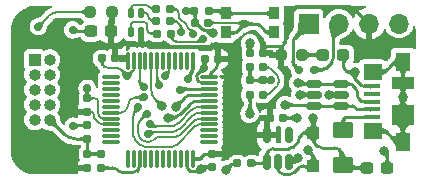
<source format=gbr>
%TF.GenerationSoftware,KiCad,Pcbnew,(6.0.5)*%
%TF.CreationDate,2022-05-16T17:27:05-05:00*%
%TF.ProjectId,dap42,64617034-322e-46b6-9963-61645f706362,rev?*%
%TF.SameCoordinates,Original*%
%TF.FileFunction,Copper,L1,Top*%
%TF.FilePolarity,Positive*%
%FSLAX46Y46*%
G04 Gerber Fmt 4.6, Leading zero omitted, Abs format (unit mm)*
G04 Created by KiCad (PCBNEW (6.0.5)) date 2022-05-16 17:27:05*
%MOMM*%
%LPD*%
G01*
G04 APERTURE LIST*
G04 Aperture macros list*
%AMRoundRect*
0 Rectangle with rounded corners*
0 $1 Rounding radius*
0 $2 $3 $4 $5 $6 $7 $8 $9 X,Y pos of 4 corners*
0 Add a 4 corners polygon primitive as box body*
4,1,4,$2,$3,$4,$5,$6,$7,$8,$9,$2,$3,0*
0 Add four circle primitives for the rounded corners*
1,1,$1+$1,$2,$3*
1,1,$1+$1,$4,$5*
1,1,$1+$1,$6,$7*
1,1,$1+$1,$8,$9*
0 Add four rect primitives between the rounded corners*
20,1,$1+$1,$2,$3,$4,$5,0*
20,1,$1+$1,$4,$5,$6,$7,0*
20,1,$1+$1,$6,$7,$8,$9,0*
20,1,$1+$1,$8,$9,$2,$3,0*%
G04 Aperture macros list end*
%TA.AperFunction,SMDPad,CuDef*%
%ADD10R,1.380000X0.450000*%
%TD*%
%TA.AperFunction,SMDPad,CuDef*%
%ADD11R,1.900000X1.000000*%
%TD*%
%TA.AperFunction,SMDPad,CuDef*%
%ADD12R,1.900000X1.800000*%
%TD*%
%TA.AperFunction,SMDPad,CuDef*%
%ADD13R,1.550000X1.425000*%
%TD*%
%TA.AperFunction,SMDPad,CuDef*%
%ADD14R,1.300000X1.650000*%
%TD*%
%TA.AperFunction,SMDPad,CuDef*%
%ADD15RoundRect,0.237500X-0.300000X-0.237500X0.300000X-0.237500X0.300000X0.237500X-0.300000X0.237500X0*%
%TD*%
%TA.AperFunction,SMDPad,CuDef*%
%ADD16RoundRect,0.150000X0.512500X0.150000X-0.512500X0.150000X-0.512500X-0.150000X0.512500X-0.150000X0*%
%TD*%
%TA.AperFunction,SMDPad,CuDef*%
%ADD17RoundRect,0.160000X0.197500X0.160000X-0.197500X0.160000X-0.197500X-0.160000X0.197500X-0.160000X0*%
%TD*%
%TA.AperFunction,SMDPad,CuDef*%
%ADD18RoundRect,0.160000X0.160000X-0.197500X0.160000X0.197500X-0.160000X0.197500X-0.160000X-0.197500X0*%
%TD*%
%TA.AperFunction,SMDPad,CuDef*%
%ADD19RoundRect,0.237500X0.250000X0.237500X-0.250000X0.237500X-0.250000X-0.237500X0.250000X-0.237500X0*%
%TD*%
%TA.AperFunction,SMDPad,CuDef*%
%ADD20RoundRect,0.155000X0.212500X0.155000X-0.212500X0.155000X-0.212500X-0.155000X0.212500X-0.155000X0*%
%TD*%
%TA.AperFunction,SMDPad,CuDef*%
%ADD21RoundRect,0.155000X-0.155000X0.212500X-0.155000X-0.212500X0.155000X-0.212500X0.155000X0.212500X0*%
%TD*%
%TA.AperFunction,SMDPad,CuDef*%
%ADD22R,0.900000X1.000000*%
%TD*%
%TA.AperFunction,SMDPad,CuDef*%
%ADD23RoundRect,0.237500X0.287500X0.237500X-0.287500X0.237500X-0.287500X-0.237500X0.287500X-0.237500X0*%
%TD*%
%TA.AperFunction,SMDPad,CuDef*%
%ADD24RoundRect,0.150000X0.150000X-0.512500X0.150000X0.512500X-0.150000X0.512500X-0.150000X-0.512500X0*%
%TD*%
%TA.AperFunction,SMDPad,CuDef*%
%ADD25RoundRect,0.237500X0.300000X0.237500X-0.300000X0.237500X-0.300000X-0.237500X0.300000X-0.237500X0*%
%TD*%
%TA.AperFunction,ComponentPad*%
%ADD26R,1.700000X1.700000*%
%TD*%
%TA.AperFunction,ComponentPad*%
%ADD27O,1.700000X1.700000*%
%TD*%
%TA.AperFunction,SMDPad,CuDef*%
%ADD28R,1.100000X1.100000*%
%TD*%
%TA.AperFunction,SMDPad,CuDef*%
%ADD29RoundRect,0.160000X-0.160000X0.197500X-0.160000X-0.197500X0.160000X-0.197500X0.160000X0.197500X0*%
%TD*%
%TA.AperFunction,SMDPad,CuDef*%
%ADD30RoundRect,0.155000X0.155000X-0.212500X0.155000X0.212500X-0.155000X0.212500X-0.155000X-0.212500X0*%
%TD*%
%TA.AperFunction,SMDPad,CuDef*%
%ADD31RoundRect,0.155000X-0.212500X-0.155000X0.212500X-0.155000X0.212500X0.155000X-0.212500X0.155000X0*%
%TD*%
%TA.AperFunction,SMDPad,CuDef*%
%ADD32RoundRect,0.237500X-0.250000X-0.237500X0.250000X-0.237500X0.250000X0.237500X-0.250000X0.237500X0*%
%TD*%
%TA.AperFunction,ComponentPad*%
%ADD33R,1.005000X1.005000*%
%TD*%
%TA.AperFunction,ComponentPad*%
%ADD34O,1.005000X1.005000*%
%TD*%
%TA.AperFunction,SMDPad,CuDef*%
%ADD35RoundRect,0.050000X-0.200000X-0.350000X0.200000X-0.350000X0.200000X0.350000X-0.200000X0.350000X0*%
%TD*%
%TA.AperFunction,SMDPad,CuDef*%
%ADD36RoundRect,0.075000X-0.662500X-0.075000X0.662500X-0.075000X0.662500X0.075000X-0.662500X0.075000X0*%
%TD*%
%TA.AperFunction,SMDPad,CuDef*%
%ADD37RoundRect,0.075000X-0.075000X-0.662500X0.075000X-0.662500X0.075000X0.662500X-0.075000X0.662500X0*%
%TD*%
%TA.AperFunction,SMDPad,CuDef*%
%ADD38RoundRect,0.250001X-0.624999X0.462499X-0.624999X-0.462499X0.624999X-0.462499X0.624999X0.462499X0*%
%TD*%
%TA.AperFunction,ViaPad*%
%ADD39C,0.800000*%
%TD*%
%TA.AperFunction,ViaPad*%
%ADD40C,0.700000*%
%TD*%
%TA.AperFunction,Conductor*%
%ADD41C,0.250000*%
%TD*%
%TA.AperFunction,Conductor*%
%ADD42C,0.200000*%
%TD*%
%TA.AperFunction,Conductor*%
%ADD43C,0.300000*%
%TD*%
%TA.AperFunction,Conductor*%
%ADD44C,0.150000*%
%TD*%
G04 APERTURE END LIST*
D10*
%TO.P,J1,1,VBUS*%
%TO.N,Net-(F1-Pad1)*%
X180890000Y-97320000D03*
%TO.P,J1,2,D-*%
%TO.N,/USB_DM*%
X180890000Y-96670000D03*
%TO.P,J1,3,D+*%
%TO.N,/USB_DP*%
X180890000Y-96020000D03*
%TO.P,J1,4,ID*%
%TO.N,unconnected-(J1-Pad4)*%
X180890000Y-95370000D03*
%TO.P,J1,5,GND*%
%TO.N,GND*%
X180890000Y-94720000D03*
D11*
%TO.P,J1,6,Shield*%
X183550000Y-94470000D03*
D12*
X183550000Y-97170000D03*
D13*
X180975000Y-93532500D03*
X180975000Y-98507500D03*
D14*
X183550000Y-99395000D03*
X183550000Y-92645000D03*
%TD*%
D15*
%TO.P,C2,1*%
%TO.N,Net-(C2-Pad1)*%
X180497500Y-101610000D03*
%TO.P,C2,2*%
%TO.N,GND*%
X182222500Y-101610000D03*
%TD*%
D16*
%TO.P,U1,1*%
%TO.N,/USB_DM*%
X178317500Y-96380000D03*
%TO.P,U1,2*%
%TO.N,GND*%
X178317500Y-95430000D03*
%TO.P,U1,3*%
%TO.N,/USB_DP*%
X178317500Y-94480000D03*
%TO.P,U1,4*%
X176042500Y-94480000D03*
%TO.P,U1,5*%
%TO.N,Net-(C2-Pad1)*%
X176042500Y-95430000D03*
%TO.P,U1,6*%
%TO.N,/USB_DM*%
X176042500Y-96380000D03*
%TD*%
D17*
%TO.P,R2,1*%
%TO.N,Net-(C2-Pad1)*%
X170727500Y-101250000D03*
%TO.P,R2,2*%
%TO.N,Net-(R2-Pad2)*%
X169532500Y-101250000D03*
%TD*%
D18*
%TO.P,R11,1*%
%TO.N,+3V3*%
X156830000Y-101627500D03*
%TO.P,R11,2*%
%TO.N,/~{RESET}*%
X156830000Y-100432500D03*
%TD*%
D19*
%TO.P,R1,1*%
%TO.N,+3V3*%
X158912500Y-88430000D03*
%TO.P,R1,2*%
%TO.N,Net-(J2-Pad1)*%
X157087500Y-88430000D03*
%TD*%
D20*
%TO.P,C9,1*%
%TO.N,+3V3*%
X159207500Y-92360000D03*
%TO.P,C9,2*%
%TO.N,GND*%
X158072500Y-92360000D03*
%TD*%
D21*
%TO.P,C6,1*%
%TO.N,+3V3*%
X167400000Y-100422500D03*
%TO.P,C6,2*%
%TO.N,GND*%
X167400000Y-101557500D03*
%TD*%
D22*
%TO.P,SW1,1,A*%
%TO.N,Net-(R4-Pad1)*%
X168530000Y-88550000D03*
X172630000Y-88550000D03*
%TO.P,SW1,2,B*%
%TO.N,Net-(C4-Pad1)*%
X172630000Y-90150000D03*
X168530000Y-90150000D03*
%TD*%
D18*
%TO.P,R10,1*%
%TO.N,Net-(R10-Pad1)*%
X158010000Y-101607500D03*
%TO.P,R10,2*%
%TO.N,/~{RESET}*%
X158010000Y-100412500D03*
%TD*%
%TO.P,R12,1*%
%TO.N,Net-(R5-Pad2)*%
X171670000Y-95417500D03*
%TO.P,R12,2*%
%TO.N,Net-(C5-Pad1)*%
X171670000Y-94222500D03*
%TD*%
D23*
%TO.P,D2,1,K*%
%TO.N,GND*%
X178515000Y-92050000D03*
%TO.P,D2,2,A*%
%TO.N,Net-(D2-Pad2)*%
X176765000Y-92050000D03*
%TD*%
D24*
%TO.P,U2,1,IN*%
%TO.N,Net-(C2-Pad1)*%
X172000000Y-101127500D03*
%TO.P,U2,2,GND*%
%TO.N,GND*%
X172950000Y-101127500D03*
%TO.P,U2,3,EN*%
%TO.N,Net-(R2-Pad2)*%
X173900000Y-101127500D03*
%TO.P,U2,4,BP*%
%TO.N,unconnected-(U2-Pad4)*%
X173900000Y-98852500D03*
%TO.P,U2,5,OUT*%
%TO.N,+3V3*%
X172000000Y-98852500D03*
%TD*%
D17*
%TO.P,R4,1*%
%TO.N,Net-(R4-Pad1)*%
X167097500Y-88300000D03*
%TO.P,R4,2*%
%TO.N,GND*%
X165902500Y-88300000D03*
%TD*%
D25*
%TO.P,C1,1*%
%TO.N,+3V3*%
X158862500Y-90070000D03*
%TO.P,C1,2*%
%TO.N,GND*%
X157137500Y-90070000D03*
%TD*%
D26*
%TO.P,J4,1,Pin_1*%
%TO.N,/STM_SWDIO*%
X175590000Y-89400000D03*
D27*
%TO.P,J4,2,Pin_2*%
%TO.N,/STM_SWCLK*%
X178130000Y-89400000D03*
%TO.P,J4,3,Pin_3*%
%TO.N,+3V3*%
X180670000Y-89400000D03*
%TO.P,J4,4,Pin_4*%
%TO.N,GND*%
X183210000Y-89400000D03*
%TD*%
D28*
%TO.P,D1,1,K*%
%TO.N,Net-(C2-Pad1)*%
X175970000Y-98640000D03*
%TO.P,D1,2,A*%
%TO.N,GND*%
X175970000Y-101440000D03*
%TD*%
D20*
%TO.P,C4,1*%
%TO.N,Net-(C4-Pad1)*%
X167087500Y-89340000D03*
%TO.P,C4,2*%
%TO.N,GND*%
X165952500Y-89340000D03*
%TD*%
D29*
%TO.P,R9,1*%
%TO.N,Net-(C5-Pad1)*%
X170580000Y-94222500D03*
%TO.P,R9,2*%
%TO.N,GND*%
X170580000Y-95417500D03*
%TD*%
D30*
%TO.P,C10,1*%
%TO.N,/~{RESET}*%
X156830000Y-99167500D03*
%TO.P,C10,2*%
%TO.N,GND*%
X156830000Y-98032500D03*
%TD*%
D31*
%TO.P,C3,1*%
%TO.N,+3V3*%
X172292500Y-97410000D03*
%TO.P,C3,2*%
%TO.N,GND*%
X173427500Y-97410000D03*
%TD*%
D32*
%TO.P,R3,1*%
%TO.N,+3V3*%
X173217500Y-92050000D03*
%TO.P,R3,2*%
%TO.N,Net-(D2-Pad2)*%
X175042500Y-92050000D03*
%TD*%
D29*
%TO.P,R5,1*%
%TO.N,+3V3*%
X171690000Y-91902500D03*
%TO.P,R5,2*%
%TO.N,Net-(R5-Pad2)*%
X171690000Y-93097500D03*
%TD*%
D17*
%TO.P,R7,1*%
%TO.N,Net-(R7-Pad1)*%
X163867500Y-88130000D03*
%TO.P,R7,2*%
%TO.N,Net-(R7-Pad2)*%
X162672500Y-88130000D03*
%TD*%
D30*
%TO.P,C5,1*%
%TO.N,Net-(C5-Pad1)*%
X170580000Y-93067500D03*
%TO.P,C5,2*%
%TO.N,GND*%
X170580000Y-91932500D03*
%TD*%
%TO.P,C7,1*%
%TO.N,+3V3*%
X156820000Y-96857500D03*
%TO.P,C7,2*%
%TO.N,GND*%
X156820000Y-95722500D03*
%TD*%
D33*
%TO.P,J2,1,Pin_1*%
%TO.N,Net-(J2-Pad1)*%
X152365000Y-92460000D03*
D34*
%TO.P,J2,2,Pin_2*%
%TO.N,/SWDIO{slash}TMS*%
X153635000Y-92460000D03*
%TO.P,J2,3,Pin_3*%
%TO.N,GND*%
X152365000Y-93730000D03*
%TO.P,J2,4,Pin_4*%
%TO.N,/SWCLK{slash}TCK*%
X153635000Y-93730000D03*
%TO.P,J2,5,Pin_5*%
%TO.N,GND*%
X152365000Y-95000000D03*
%TO.P,J2,6,Pin_6*%
%TO.N,/SWO{slash}TDO*%
X153635000Y-95000000D03*
%TO.P,J2,7,Pin_7*%
%TO.N,GND*%
X152365000Y-96270000D03*
%TO.P,J2,8,Pin_8*%
%TO.N,/TDI*%
X153635000Y-96270000D03*
%TO.P,J2,9,Pin_9*%
%TO.N,GND*%
X152365000Y-97540000D03*
%TO.P,J2,10,Pin_10*%
%TO.N,/~{RESET}*%
X153635000Y-97540000D03*
%TD*%
D35*
%TO.P,D3,1,GK*%
%TO.N,Net-(R7-Pad2)*%
X160490000Y-88480000D03*
%TO.P,D3,2,BK*%
%TO.N,Net-(R6-Pad2)*%
X161390000Y-88480000D03*
%TO.P,D3,3,A*%
%TO.N,+3V3*%
X161390000Y-90080000D03*
%TO.P,D3,4,RK*%
%TO.N,Net-(R8-Pad2)*%
X160490000Y-90080000D03*
%TD*%
D36*
%TO.P,U3,1,VBAT*%
%TO.N,unconnected-(U3-Pad1)*%
X158837500Y-93950000D03*
%TO.P,U3,2,PC13*%
%TO.N,unconnected-(U3-Pad2)*%
X158837500Y-94450000D03*
%TO.P,U3,3,PC14*%
%TO.N,unconnected-(U3-Pad3)*%
X158837500Y-94950000D03*
%TO.P,U3,4,PC15*%
%TO.N,unconnected-(U3-Pad4)*%
X158837500Y-95450000D03*
%TO.P,U3,5,PD0*%
%TO.N,unconnected-(U3-Pad5)*%
X158837500Y-95950000D03*
%TO.P,U3,6,PD1*%
%TO.N,unconnected-(U3-Pad6)*%
X158837500Y-96450000D03*
%TO.P,U3,7,NRST*%
%TO.N,Net-(C4-Pad1)*%
X158837500Y-96950000D03*
%TO.P,U3,8,VSSA*%
%TO.N,GND*%
X158837500Y-97450000D03*
%TO.P,U3,9,VDDA*%
%TO.N,+3V3*%
X158837500Y-97950000D03*
%TO.P,U3,10,PA0*%
%TO.N,unconnected-(U3-Pad10)*%
X158837500Y-98450000D03*
%TO.P,U3,11,PA1*%
%TO.N,unconnected-(U3-Pad11)*%
X158837500Y-98950000D03*
%TO.P,U3,12,PA2*%
%TO.N,unconnected-(U3-Pad12)*%
X158837500Y-99450000D03*
D37*
%TO.P,U3,13,PA3*%
%TO.N,unconnected-(U3-Pad13)*%
X160250000Y-100862500D03*
%TO.P,U3,14,PA4*%
%TO.N,unconnected-(U3-Pad14)*%
X160750000Y-100862500D03*
%TO.P,U3,15,PA5*%
%TO.N,Net-(R10-Pad1)*%
X161250000Y-100862500D03*
%TO.P,U3,16,PA6*%
%TO.N,unconnected-(U3-Pad16)*%
X161750000Y-100862500D03*
%TO.P,U3,17,PA7*%
%TO.N,unconnected-(U3-Pad17)*%
X162250000Y-100862500D03*
%TO.P,U3,18,PB0*%
%TO.N,unconnected-(U3-Pad18)*%
X162750000Y-100862500D03*
%TO.P,U3,19,PB1*%
%TO.N,unconnected-(U3-Pad19)*%
X163250000Y-100862500D03*
%TO.P,U3,20,PB2*%
%TO.N,unconnected-(U3-Pad20)*%
X163750000Y-100862500D03*
%TO.P,U3,21,PB10*%
%TO.N,unconnected-(U3-Pad21)*%
X164250000Y-100862500D03*
%TO.P,U3,22,PB11*%
%TO.N,unconnected-(U3-Pad22)*%
X164750000Y-100862500D03*
%TO.P,U3,23,VSS*%
%TO.N,GND*%
X165250000Y-100862500D03*
%TO.P,U3,24,VDD*%
%TO.N,+3V3*%
X165750000Y-100862500D03*
D36*
%TO.P,U3,25,PB12*%
%TO.N,unconnected-(U3-Pad25)*%
X167162500Y-99450000D03*
%TO.P,U3,26,PB13*%
%TO.N,unconnected-(U3-Pad26)*%
X167162500Y-98950000D03*
%TO.P,U3,27,PB14*%
%TO.N,unconnected-(U3-Pad27)*%
X167162500Y-98450000D03*
%TO.P,U3,28,PB15*%
%TO.N,/SWDIO{slash}TMS*%
X167162500Y-97950000D03*
%TO.P,U3,29,PA8*%
%TO.N,/SWCLK{slash}TCK*%
X167162500Y-97450000D03*
%TO.P,U3,30,PA9*%
%TO.N,/TDI*%
X167162500Y-96950000D03*
%TO.P,U3,31,PA10*%
%TO.N,/SWO{slash}TDO*%
X167162500Y-96450000D03*
%TO.P,U3,32,PA11*%
%TO.N,/USB_DM*%
X167162500Y-95950000D03*
%TO.P,U3,33,PA12*%
%TO.N,/USB_DP*%
X167162500Y-95450000D03*
%TO.P,U3,34,PA13*%
%TO.N,/STM_SWDIO*%
X167162500Y-94950000D03*
%TO.P,U3,35,VSS*%
%TO.N,GND*%
X167162500Y-94450000D03*
%TO.P,U3,36,VDD*%
%TO.N,+3V3*%
X167162500Y-93950000D03*
D37*
%TO.P,U3,37,PA14*%
%TO.N,/STM_SWCLK*%
X165750000Y-92537500D03*
%TO.P,U3,38,PA15*%
%TO.N,unconnected-(U3-Pad38)*%
X165250000Y-92537500D03*
%TO.P,U3,39,PB3*%
%TO.N,unconnected-(U3-Pad39)*%
X164750000Y-92537500D03*
%TO.P,U3,40,PB4*%
%TO.N,unconnected-(U3-Pad40)*%
X164250000Y-92537500D03*
%TO.P,U3,41,PB5*%
%TO.N,Net-(R6-Pad1)*%
X163750000Y-92537500D03*
%TO.P,U3,42,PB6*%
%TO.N,unconnected-(U3-Pad42)*%
X163250000Y-92537500D03*
%TO.P,U3,43,PB7*%
%TO.N,Net-(R7-Pad1)*%
X162750000Y-92537500D03*
%TO.P,U3,44,BOOT0*%
%TO.N,Net-(C5-Pad1)*%
X162250000Y-92537500D03*
%TO.P,U3,45,PB8*%
%TO.N,unconnected-(U3-Pad45)*%
X161750000Y-92537500D03*
%TO.P,U3,46,PB9*%
%TO.N,Net-(R8-Pad1)*%
X161250000Y-92537500D03*
%TO.P,U3,47,VSS*%
%TO.N,GND*%
X160750000Y-92537500D03*
%TO.P,U3,48,VDD*%
%TO.N,+3V3*%
X160250000Y-92537500D03*
%TD*%
D17*
%TO.P,R8,1*%
%TO.N,Net-(R8-Pad1)*%
X163887500Y-90250000D03*
%TO.P,R8,2*%
%TO.N,Net-(R8-Pad2)*%
X162692500Y-90250000D03*
%TD*%
%TO.P,R6,1*%
%TO.N,Net-(R6-Pad1)*%
X163867500Y-89180000D03*
%TO.P,R6,2*%
%TO.N,Net-(R6-Pad2)*%
X162672500Y-89180000D03*
%TD*%
D38*
%TO.P,F1,1*%
%TO.N,Net-(F1-Pad1)*%
X178450000Y-98412500D03*
%TO.P,F1,2*%
%TO.N,Net-(C2-Pad1)*%
X178450000Y-101387500D03*
%TD*%
D20*
%TO.P,C8,1*%
%TO.N,+3V3*%
X167897500Y-92400000D03*
%TO.P,C8,2*%
%TO.N,GND*%
X166762500Y-92400000D03*
%TD*%
D39*
%TO.N,GND*%
X174590000Y-97400000D03*
D40*
X160190000Y-93824500D03*
X165195856Y-88331292D03*
D39*
X179460000Y-93520000D03*
X170590000Y-91080000D03*
X170570000Y-97024500D03*
D40*
X156810000Y-94880000D03*
D39*
X175480000Y-100130000D03*
X183550000Y-95620000D03*
X181950000Y-100170000D03*
D40*
X166680000Y-93200000D03*
X155630000Y-98090000D03*
X155580000Y-89940000D03*
D39*
X166463824Y-101741461D03*
X167480498Y-90227592D03*
X177304500Y-95430000D03*
%TO.N,Net-(C2-Pad1)*%
X175960000Y-97370000D03*
X174850000Y-95430000D03*
D40*
%TO.N,Net-(C4-Pad1)*%
X161585587Y-95663620D03*
X170130000Y-89420000D03*
%TO.N,Net-(C5-Pad1)*%
X172360000Y-94210000D03*
D39*
X163160000Y-96390000D03*
D40*
%TO.N,/TDI*%
X161966493Y-98776305D03*
%TO.N,/SWO{slash}TDO*%
X162120000Y-97890000D03*
%TO.N,/SWCLK{slash}TCK*%
X161868559Y-97026356D03*
%TO.N,/SWDIO{slash}TMS*%
X161150235Y-96484955D03*
%TO.N,Net-(J2-Pad1)*%
X152670000Y-89670000D03*
%TO.N,/STM_SWDIO*%
X164710000Y-95050500D03*
X174790000Y-93360000D03*
%TO.N,/STM_SWCLK*%
X165370000Y-94140000D03*
X176020000Y-93310000D03*
D39*
%TO.N,Net-(R2-Pad2)*%
X174696874Y-100751061D03*
X168590000Y-101770000D03*
D40*
%TO.N,Net-(R6-Pad1)*%
X163417109Y-93817671D03*
X164800000Y-90140000D03*
%TO.N,Net-(R7-Pad1)*%
X165770000Y-90280000D03*
X162924500Y-94632387D03*
%TO.N,Net-(R8-Pad1)*%
X166643788Y-90676447D03*
X161600500Y-94760000D03*
D39*
%TO.N,/USB_DM*%
X163670000Y-97370000D03*
X173560000Y-96300000D03*
%TO.N,/USB_DP*%
X164299489Y-96447709D03*
X174673938Y-94446126D03*
%TD*%
D41*
%TO.N,+3V3*%
X167897500Y-92400000D02*
X167897500Y-92765393D01*
X173720000Y-90652893D02*
X173720000Y-88797107D01*
X173020000Y-91290000D02*
X171960000Y-91290000D01*
X173217500Y-91487500D02*
X173020000Y-91290000D01*
X167897500Y-91747500D02*
X167897500Y-92400000D01*
X167720000Y-91570000D02*
X167897500Y-91747500D01*
D42*
X157360480Y-97379520D02*
X157360480Y-97104264D01*
D41*
X166307500Y-100862500D02*
X165750000Y-100862500D01*
D42*
X157272612Y-96892132D02*
X157237980Y-96857500D01*
D41*
X166747500Y-100422500D02*
X166307500Y-100862500D01*
X173290000Y-91290000D02*
X173020000Y-91290000D01*
X174597107Y-87920000D02*
X178982893Y-87920000D01*
D42*
X158837500Y-97950000D02*
X158137107Y-97950000D01*
X161390000Y-90710000D02*
X161390000Y-90080000D01*
D41*
X173290000Y-91290000D02*
X173573554Y-91006446D01*
X179336447Y-88066447D02*
X180670000Y-89400000D01*
X173866447Y-88443553D02*
X174243554Y-88066446D01*
X173217500Y-92050000D02*
X173217500Y-91487500D01*
D42*
X161970000Y-91300000D02*
X161970000Y-91290000D01*
X157237980Y-96857500D02*
X156820000Y-96857500D01*
X157783553Y-97803553D02*
X157360000Y-97380000D01*
D41*
X167400000Y-100422500D02*
X166747500Y-100422500D01*
D42*
X161970000Y-91290000D02*
X161390000Y-90710000D01*
D41*
X167162500Y-93914607D02*
X167162500Y-93950000D01*
D43*
X167550000Y-91400000D02*
X167720000Y-91570000D01*
D41*
X167751053Y-93118947D02*
X167308946Y-93561054D01*
D43*
X162070000Y-91400000D02*
X167550000Y-91400000D01*
D41*
X171690000Y-91902500D02*
X171690000Y-91560000D01*
D42*
X157360000Y-97380000D02*
X157360480Y-97379520D01*
D43*
X161970000Y-91300000D02*
X162070000Y-91400000D01*
D41*
X171690000Y-91560000D02*
X171960000Y-91290000D01*
X173290000Y-91977500D02*
X173290000Y-91290000D01*
X167308943Y-93561051D02*
G75*
G03*
X167162500Y-93914607I353557J-353549D01*
G01*
X179336450Y-88066444D02*
G75*
G03*
X178982893Y-87920000I-353550J-353556D01*
G01*
D42*
X157272590Y-96892154D02*
G75*
G02*
X157360480Y-97104264I-212090J-212146D01*
G01*
D41*
X173573557Y-91006449D02*
G75*
G03*
X173720000Y-90652893I-353557J353549D01*
G01*
D42*
X157783550Y-97803556D02*
G75*
G03*
X158137107Y-97950000I353550J353556D01*
G01*
D41*
X174243551Y-88066443D02*
G75*
G02*
X174597107Y-87920000I353549J-353557D01*
G01*
X173866444Y-88443550D02*
G75*
G03*
X173720000Y-88797107I353556J-353550D01*
G01*
X167751056Y-93118950D02*
G75*
G03*
X167897500Y-92765393I-353556J353550D01*
G01*
%TO.N,GND*%
X183550000Y-95620000D02*
X183550000Y-97170000D01*
X172950000Y-101127500D02*
X172950000Y-101642893D01*
X182845000Y-92645000D02*
X183550000Y-92645000D01*
D42*
X157672132Y-95822132D02*
X157660368Y-95810368D01*
D41*
X180890000Y-94720000D02*
X180224264Y-94720000D01*
D42*
X157448236Y-95722500D02*
X156820000Y-95722500D01*
D41*
X166280765Y-101924520D02*
X166463824Y-101741461D01*
X179460000Y-93520000D02*
X179057107Y-93520000D01*
D42*
X157137500Y-90070000D02*
X155710000Y-90070000D01*
X157982481Y-97362132D02*
X157847868Y-97227519D01*
D41*
X170580000Y-91090000D02*
X170590000Y-91080000D01*
X173427500Y-97410000D02*
X174580000Y-97410000D01*
X178515000Y-92977893D02*
X178515000Y-92050000D01*
X183550000Y-94470000D02*
X183550000Y-95620000D01*
D42*
X156830000Y-98032500D02*
X155687500Y-98032500D01*
D41*
X167162500Y-94450000D02*
X166567107Y-94450000D01*
X166090000Y-94180000D02*
X166090000Y-93927101D01*
X165250000Y-101665006D02*
X165509514Y-101924520D01*
X182087500Y-98507500D02*
X182975000Y-99395000D01*
X174580000Y-97410000D02*
X174590000Y-97400000D01*
X166236447Y-93573547D02*
X166609994Y-93200000D01*
X175970000Y-100620000D02*
X175480000Y-100130000D01*
D42*
X158218947Y-92998947D02*
X158263554Y-93043554D01*
D41*
X166762500Y-93117500D02*
X166680000Y-93200000D01*
X180975000Y-98507500D02*
X182087500Y-98507500D01*
D42*
X156820000Y-95722500D02*
X156820000Y-94890000D01*
D41*
X165952500Y-89340000D02*
X165952500Y-88350000D01*
X174347519Y-102013553D02*
X174774626Y-101586446D01*
X165902500Y-88300000D02*
X165227148Y-88300000D01*
X166762500Y-92400000D02*
X166762500Y-93117500D01*
X175128179Y-101440000D02*
X175970000Y-101440000D01*
D42*
X158072500Y-92360000D02*
X158072500Y-92645393D01*
X155710000Y-90070000D02*
X155580000Y-89940000D01*
D41*
X166041857Y-89340000D02*
X166529931Y-89828074D01*
X166647785Y-101557500D02*
X166463824Y-101741461D01*
X175970000Y-101440000D02*
X175970000Y-100620000D01*
X180012132Y-94632132D02*
X179547868Y-94167868D01*
D42*
X159701947Y-93336447D02*
X160190000Y-93824500D01*
D41*
X183550000Y-99395000D02*
X183550000Y-97170000D01*
X181957500Y-93532500D02*
X182845000Y-92645000D01*
X180975000Y-93532500D02*
X181957500Y-93532500D01*
X170580000Y-91932500D02*
X170580000Y-91090000D01*
D42*
X160750000Y-93304651D02*
X160230151Y-93824500D01*
D41*
X182975000Y-99395000D02*
X183550000Y-99395000D01*
X183550000Y-94470000D02*
X183550000Y-92645000D01*
D42*
X160750000Y-92537500D02*
X160750000Y-93304651D01*
X155687500Y-98032500D02*
X155630000Y-98090000D01*
D41*
X182222500Y-101610000D02*
X182222500Y-100442500D01*
D42*
X160230151Y-93824500D02*
X160190000Y-93824500D01*
D41*
X178703553Y-93373553D02*
X178661446Y-93331446D01*
D42*
X157760000Y-97015387D02*
X157760000Y-96034264D01*
D41*
X173096447Y-101996447D02*
X173113554Y-102013554D01*
X170580000Y-97014500D02*
X170570000Y-97024500D01*
X166883484Y-89974520D02*
X167020319Y-89974520D01*
X178317500Y-95430000D02*
X177304500Y-95430000D01*
X182222500Y-100442500D02*
X181950000Y-100170000D01*
X179460000Y-93955736D02*
X179460000Y-93520000D01*
D42*
X156820000Y-94890000D02*
X156810000Y-94880000D01*
X158617107Y-93190000D02*
X159348393Y-93190000D01*
D41*
X165509514Y-101924520D02*
X166280765Y-101924520D01*
X166609994Y-93200000D02*
X166680000Y-93200000D01*
X170580000Y-95417500D02*
X170580000Y-97014500D01*
X165227148Y-88300000D02*
X165195856Y-88331292D01*
X166213553Y-94303553D02*
X166090000Y-94180000D01*
X167373873Y-90120967D02*
X167480498Y-90227592D01*
X167400000Y-101557500D02*
X166647785Y-101557500D01*
D42*
X158837500Y-97450000D02*
X158194613Y-97450000D01*
D41*
X173467107Y-102160000D02*
X173993965Y-102160000D01*
X165250000Y-100862500D02*
X165250000Y-101665006D01*
X166213550Y-94303556D02*
G75*
G03*
X166567107Y-94450000I353550J353556D01*
G01*
X173467107Y-102159995D02*
G75*
G02*
X173113554Y-102013554I-7J499995D01*
G01*
X178703550Y-93373556D02*
G75*
G03*
X179057107Y-93520000I353550J353556D01*
G01*
D42*
X157760025Y-96034264D02*
G75*
G03*
X157672132Y-95822132I-300025J-36D01*
G01*
D41*
X166236447Y-93573547D02*
G75*
G03*
X166090000Y-93927101I353553J-353553D01*
G01*
X167020319Y-89974501D02*
G75*
G02*
X167373873Y-90120967I-19J-499999D01*
G01*
D42*
X157760010Y-97015387D02*
G75*
G03*
X157847869Y-97227518I299990J-13D01*
G01*
X158617107Y-93189995D02*
G75*
G02*
X158263554Y-93043554I-7J499995D01*
G01*
X158194613Y-97449990D02*
G75*
G02*
X157982482Y-97362131I-13J299990D01*
G01*
D41*
X178661443Y-93331449D02*
G75*
G02*
X178515000Y-92977893I353557J353549D01*
G01*
X173096444Y-101996450D02*
G75*
G02*
X172950000Y-101642893I353556J353550D01*
G01*
X180012150Y-94632114D02*
G75*
G03*
X180224264Y-94720000I212150J212114D01*
G01*
X166883484Y-89974525D02*
G75*
G02*
X166529931Y-89828074I16J500025D01*
G01*
X179459975Y-93955736D02*
G75*
G03*
X179547868Y-94167868I300025J36D01*
G01*
D42*
X157448236Y-95722475D02*
G75*
G02*
X157660368Y-95810368I-36J-300025D01*
G01*
D41*
X175128179Y-101439985D02*
G75*
G03*
X174774626Y-101586446I21J-500015D01*
G01*
D42*
X158072505Y-92645393D02*
G75*
G03*
X158218947Y-92998947I499995J-7D01*
G01*
X159348393Y-93190005D02*
G75*
G02*
X159701947Y-93336447I7J-499995D01*
G01*
D41*
X173993965Y-102159975D02*
G75*
G03*
X174347519Y-102013553I35J499975D01*
G01*
%TO.N,Net-(C2-Pad1)*%
X174232519Y-99853553D02*
X174698036Y-99388036D01*
X175970000Y-98640000D02*
X175970000Y-99212893D01*
X170727500Y-101250000D02*
X171877500Y-101250000D01*
X174973553Y-98786447D02*
X174844482Y-98915518D01*
X174850000Y-95430000D02*
X176042500Y-95430000D01*
X178303553Y-100243553D02*
X178116446Y-100056446D01*
X177762893Y-99910000D02*
X176667107Y-99910000D01*
X180497500Y-101610000D02*
X178672500Y-101610000D01*
X175970000Y-98640000D02*
X175970000Y-97380000D01*
X172146447Y-100193553D02*
X172193554Y-100146446D01*
X176116447Y-99566447D02*
X176313554Y-99763554D01*
X172547107Y-100000000D02*
X173878965Y-100000000D01*
X174698036Y-99269071D02*
X174698036Y-99388036D01*
X175970000Y-98640000D02*
X175327107Y-98640000D01*
X175970000Y-97380000D02*
X175960000Y-97370000D01*
X178450000Y-101387500D02*
X178450000Y-100597107D01*
X172000000Y-101127500D02*
X172000000Y-100547107D01*
X172547107Y-100000005D02*
G75*
G03*
X172193554Y-100146446I-7J-499995D01*
G01*
X178303556Y-100243550D02*
G75*
G02*
X178450000Y-100597107I-353556J-353550D01*
G01*
X174698005Y-99269071D02*
G75*
G02*
X174844482Y-98915518I499995J-29D01*
G01*
X177762893Y-99910005D02*
G75*
G02*
X178116446Y-100056446I7J-499995D01*
G01*
X174232536Y-99853570D02*
G75*
G02*
X173878965Y-100000000I-353536J353570D01*
G01*
X176313551Y-99763557D02*
G75*
G03*
X176667107Y-99910000I353549J353557D01*
G01*
X175327107Y-98640005D02*
G75*
G03*
X174973553Y-98786447I-7J-499995D01*
G01*
X172000005Y-100547107D02*
G75*
G02*
X172146447Y-100193553I499995J7D01*
G01*
X176116444Y-99566450D02*
G75*
G02*
X175970000Y-99212893I353556J353550D01*
G01*
%TO.N,Net-(C4-Pad1)*%
X169400000Y-90150000D02*
X168530000Y-90150000D01*
X169400000Y-90150000D02*
X170130000Y-89420000D01*
D42*
X167097011Y-89349511D02*
X170059511Y-89349511D01*
X160426447Y-95913553D02*
X160529934Y-95810066D01*
X158837500Y-96950000D02*
X159652893Y-96950000D01*
X170059511Y-89349511D02*
X170130000Y-89420000D01*
X160883487Y-95663620D02*
X161585587Y-95663620D01*
X160280000Y-96322893D02*
X160280000Y-96267107D01*
D41*
X172630000Y-90150000D02*
X172000000Y-90150000D01*
X171270000Y-89420000D02*
X170130000Y-89420000D01*
D42*
X160006447Y-96803553D02*
X160133554Y-96676446D01*
D41*
X172000000Y-90150000D02*
X171270000Y-89420000D01*
D42*
X160133557Y-96676449D02*
G75*
G03*
X160280000Y-96322893I-353557J353549D01*
G01*
X160529945Y-95810077D02*
G75*
G02*
X160883487Y-95663620I353555J-353523D01*
G01*
X160006450Y-96803556D02*
G75*
G02*
X159652893Y-96950000I-353550J353556D01*
G01*
X160280005Y-96267107D02*
G75*
G02*
X160426447Y-95913553I499995J7D01*
G01*
D41*
%TO.N,Net-(C5-Pad1)*%
X172347500Y-94222500D02*
X172360000Y-94210000D01*
D42*
X162250000Y-95065786D02*
X162250000Y-92537500D01*
D41*
X170580000Y-93067500D02*
X170580000Y-94222500D01*
X171670000Y-94222500D02*
X172347500Y-94222500D01*
X171670000Y-94222500D02*
X170580000Y-94222500D01*
D42*
X163160000Y-96390000D02*
X162542893Y-95772893D01*
X162250010Y-95065786D02*
G75*
G03*
X162542893Y-95772893I999990J-14D01*
G01*
D41*
%TO.N,/~{RESET}*%
X155883820Y-99167500D02*
X156830000Y-99167500D01*
X153635000Y-97540000D02*
X154823160Y-98728160D01*
X156830000Y-100432500D02*
X157990000Y-100432500D01*
X156830000Y-100432500D02*
X156830000Y-99167500D01*
X154823150Y-98728170D02*
G75*
G03*
X155883820Y-99167500I1060650J1060670D01*
G01*
%TO.N,Net-(D2-Pad2)*%
X175042500Y-92050000D02*
X176765000Y-92050000D01*
%TO.N,Net-(F1-Pad1)*%
X178450000Y-98412500D02*
X178450000Y-97663553D01*
X178523224Y-97486776D02*
X178616777Y-97393223D01*
X178793553Y-97320000D02*
X180890000Y-97320000D01*
X178523247Y-97486799D02*
G75*
G03*
X178450000Y-97663553I176753J-176801D01*
G01*
X178793553Y-97319968D02*
G75*
G03*
X178616778Y-97393224I47J-250032D01*
G01*
D42*
%TO.N,/TDI*%
X163932966Y-98590000D02*
X162152798Y-98590000D01*
X165694287Y-97242893D02*
X164640073Y-98297107D01*
X167162500Y-96950000D02*
X166401394Y-96950000D01*
X162152798Y-98590000D02*
X161966493Y-98776305D01*
X163932966Y-98589976D02*
G75*
G03*
X164640073Y-98297107I34J999976D01*
G01*
X165694290Y-97242896D02*
G75*
G02*
X166401394Y-96950000I707110J-707104D01*
G01*
%TO.N,/SWO{slash}TDO*%
X162340000Y-98110000D02*
X162120000Y-97890000D01*
X165629281Y-96742893D02*
X164555067Y-97817107D01*
X167162500Y-96450000D02*
X166336388Y-96450000D01*
X163847960Y-98110000D02*
X162340000Y-98110000D01*
X163847960Y-98109972D02*
G75*
G03*
X164555067Y-97817107I40J999972D01*
G01*
X166336388Y-96449992D02*
G75*
G03*
X165629282Y-96742894I12J-1000008D01*
G01*
%TO.N,/SWCLK{slash}TCK*%
X161276447Y-99056447D02*
X161499370Y-99279370D01*
X164658633Y-98843553D02*
X165905740Y-97596446D01*
X162878453Y-98990000D02*
X164305079Y-98990000D01*
X166259293Y-97450000D02*
X167162500Y-97450000D01*
X162381977Y-99279369D02*
X162524900Y-99136446D01*
X161868559Y-97026356D02*
X161276446Y-97618469D01*
X161130000Y-97972022D02*
X161130000Y-98702893D01*
X161852923Y-99425816D02*
X162028423Y-99425816D01*
X166259293Y-97449995D02*
G75*
G03*
X165905740Y-97596446I7J-500005D01*
G01*
X164658643Y-98843563D02*
G75*
G02*
X164305079Y-98990000I-353543J353563D01*
G01*
X161852923Y-99425795D02*
G75*
G02*
X161499370Y-99279370I-23J499995D01*
G01*
X161276435Y-97618458D02*
G75*
G03*
X161130000Y-97972022I353565J-353542D01*
G01*
X162028423Y-99425827D02*
G75*
G03*
X162381976Y-99279368I-23J500027D01*
G01*
X161276444Y-99056450D02*
G75*
G02*
X161130000Y-98702893I353556J353550D01*
G01*
X162878453Y-98989967D02*
G75*
G03*
X162524900Y-99136446I47J-500033D01*
G01*
%TO.N,/SWDIO{slash}TMS*%
X160730480Y-98883373D02*
X160730480Y-97216627D01*
X164034749Y-99825336D02*
X161672443Y-99825336D01*
X160876927Y-96863073D02*
X161150235Y-96589765D01*
X164388303Y-99678889D02*
X165970746Y-98096446D01*
X160876927Y-99236927D02*
X161318890Y-99678890D01*
X167162500Y-97950000D02*
X166324299Y-97950000D01*
X161150235Y-96589765D02*
X161150235Y-96484955D01*
X161318861Y-99678919D02*
G75*
G03*
X161672443Y-99825336I353539J353619D01*
G01*
X164388336Y-99678922D02*
G75*
G02*
X164034749Y-99825336I-353536J353622D01*
G01*
X160876909Y-96863055D02*
G75*
G03*
X160730480Y-97216627I353591J-353545D01*
G01*
X160730505Y-98883373D02*
G75*
G03*
X160876927Y-99236927I499995J-27D01*
G01*
X166324299Y-97950000D02*
G75*
G03*
X165970747Y-98096447I1J-500000D01*
G01*
%TO.N,Net-(J2-Pad1)*%
X154324214Y-88430000D02*
X157087500Y-88430000D01*
X152670000Y-89670000D02*
X153617107Y-88722893D01*
X153617100Y-88722886D02*
G75*
G02*
X154324214Y-88430000I707100J-707114D01*
G01*
D41*
%TO.N,/STM_SWDIO*%
X174376927Y-92946927D02*
X174790000Y-93360000D01*
X164819500Y-95050500D02*
X164920000Y-94950000D01*
X174230480Y-90966627D02*
X174230480Y-92593373D01*
X164710000Y-95050500D02*
X164819500Y-95050500D01*
X175590000Y-89400000D02*
X174376926Y-90613074D01*
X164920000Y-94950000D02*
X167162500Y-94950000D01*
X174376908Y-90613056D02*
G75*
G03*
X174230480Y-90966627I353592J-353544D01*
G01*
X174230505Y-92593373D02*
G75*
G03*
X174376927Y-92946927I499995J-27D01*
G01*
%TO.N,/STM_SWCLK*%
X165750000Y-93217170D02*
X165750000Y-92537500D01*
X165370000Y-94140000D02*
X165370000Y-94011384D01*
X176020000Y-93310000D02*
X176668669Y-93310000D01*
X177665480Y-92313189D02*
X177665480Y-89864520D01*
X177022223Y-93163553D02*
X177519034Y-92666742D01*
X165516447Y-93657830D02*
X165603554Y-93570723D01*
X176668669Y-93309978D02*
G75*
G03*
X177022223Y-93163553I31J499978D01*
G01*
X165603569Y-93570738D02*
G75*
G03*
X165750000Y-93217170I-353569J353538D01*
G01*
X165516455Y-93657838D02*
G75*
G03*
X165370000Y-94011384I353545J-353562D01*
G01*
X177665478Y-92313189D02*
G75*
G02*
X177519034Y-92666742I-499978J-11D01*
G01*
%TO.N,Net-(R2-Pad2)*%
X168590000Y-101770000D02*
X168949632Y-101410368D01*
X174320435Y-101127500D02*
X174696874Y-100751061D01*
X169161764Y-101322500D02*
X169460000Y-101322500D01*
X173900000Y-101127500D02*
X174320435Y-101127500D01*
X168949650Y-101410386D02*
G75*
G02*
X169161764Y-101322500I212150J-212114D01*
G01*
%TO.N,Net-(R4-Pad1)*%
X168530000Y-88550000D02*
X172630000Y-88550000D01*
X167097500Y-88300000D02*
X168280000Y-88300000D01*
D44*
%TO.N,Net-(R5-Pad2)*%
X171670000Y-95417500D02*
X171955393Y-95417500D01*
X173034511Y-94338382D02*
X173034511Y-94131618D01*
X172000393Y-93097500D02*
X171690000Y-93097500D01*
X172888064Y-93778064D02*
X172353946Y-93243946D01*
X172308947Y-95271053D02*
X172888065Y-94691935D01*
X172000393Y-93097505D02*
G75*
G02*
X172353946Y-93243946I7J-499995D01*
G01*
X172888076Y-94691946D02*
G75*
G03*
X173034511Y-94338382I-353576J353546D01*
G01*
X171955393Y-95417495D02*
G75*
G03*
X172308947Y-95271053I7J499995D01*
G01*
X172888075Y-93778053D02*
G75*
G02*
X173034511Y-94131618I-353575J-353547D01*
G01*
D42*
%TO.N,Net-(R6-Pad1)*%
X164800000Y-89640000D02*
X164340000Y-89180000D01*
X163750000Y-93484780D02*
X163750000Y-92537500D01*
X164800000Y-90140000D02*
X164800000Y-89640000D01*
X163417109Y-93817671D02*
X163750000Y-93484780D01*
X163867500Y-89180000D02*
X164340000Y-89180000D01*
%TO.N,Net-(R7-Pad1)*%
X162924500Y-94632387D02*
X162767598Y-94475485D01*
X164476776Y-88326776D02*
X164353223Y-88203223D01*
X165270000Y-89587899D02*
X165270000Y-89544994D01*
X165770000Y-90191452D02*
X165343223Y-89764675D01*
X164176447Y-88130000D02*
X163867500Y-88130000D01*
X165270000Y-89544994D02*
X164623223Y-88898217D01*
X164550000Y-88721441D02*
X164550000Y-88503553D01*
X162767598Y-94475485D02*
X162767598Y-92555098D01*
X165770000Y-90280000D02*
X165770000Y-90191452D01*
X164550032Y-88503553D02*
G75*
G03*
X164476775Y-88326777I-250032J-47D01*
G01*
X164623243Y-88898197D02*
G75*
G02*
X164550000Y-88721441I176757J176797D01*
G01*
X164176447Y-88129968D02*
G75*
G02*
X164353222Y-88203224I-47J-250032D01*
G01*
X165270001Y-89587899D02*
G75*
G03*
X165343223Y-89764675I249999J-1D01*
G01*
%TO.N,Net-(R8-Pad1)*%
X161600500Y-94760000D02*
X161250000Y-94409500D01*
X166643788Y-90676447D02*
X166516681Y-90803554D01*
X161250000Y-94409500D02*
X161250000Y-92537500D01*
X166163128Y-90950000D02*
X164467107Y-90950000D01*
X163887500Y-90370393D02*
X163887500Y-90250000D01*
X164113553Y-90803553D02*
X164033946Y-90723946D01*
X166516667Y-90803540D02*
G75*
G02*
X166163128Y-90950000I-353567J353540D01*
G01*
X164467107Y-90949995D02*
G75*
G02*
X164113553Y-90803553I-7J499995D01*
G01*
X163887505Y-90370393D02*
G75*
G03*
X164033946Y-90723946I499995J-7D01*
G01*
D41*
%TO.N,Net-(R10-Pad1)*%
X161250000Y-100862500D02*
X161250000Y-101457899D01*
X161103553Y-101811453D02*
X161061452Y-101853554D01*
X159433553Y-101853553D02*
X159333946Y-101753946D01*
X158980393Y-101607500D02*
X158010000Y-101607500D01*
X160707899Y-102000000D02*
X159787107Y-102000000D01*
X159787107Y-101999995D02*
G75*
G02*
X159433553Y-101853553I-7J499995D01*
G01*
X161103553Y-101811453D02*
G75*
G03*
X161250000Y-101457899I-353553J353553D01*
G01*
X160707899Y-101999999D02*
G75*
G03*
X161061452Y-101853554I1J499999D01*
G01*
X159333949Y-101753943D02*
G75*
G03*
X158980393Y-101607500I-353549J-353557D01*
G01*
%TO.N,/USB_DM*%
X179773553Y-96670000D02*
X180890000Y-96670000D01*
X165438270Y-96330853D02*
X165526230Y-96242893D01*
X164694705Y-97077107D02*
X165203506Y-96568306D01*
X165203506Y-96568306D02*
X165203787Y-96555553D01*
X173560000Y-96300000D02*
X175962500Y-96300000D01*
X163670000Y-97370000D02*
X163987598Y-97370000D01*
X179453224Y-96453224D02*
X179596777Y-96596777D01*
X165203787Y-96555553D02*
X165422507Y-96346272D01*
X178317500Y-96380000D02*
X176042500Y-96380000D01*
X178317500Y-96380000D02*
X179276447Y-96380000D01*
X166233337Y-95950000D02*
X167162500Y-95950000D01*
X166233337Y-95950026D02*
G75*
G03*
X165526230Y-96242893I-37J-999974D01*
G01*
X179276447Y-96379968D02*
G75*
G02*
X179453223Y-96453225I-47J-250032D01*
G01*
X179773553Y-96670032D02*
G75*
G02*
X179596778Y-96596776I47J250032D01*
G01*
X165438270Y-96330853D02*
G75*
G02*
X165422507Y-96346272I-706670J706653D01*
G01*
X164694706Y-97077108D02*
G75*
G02*
X163987598Y-97370000I-707106J707108D01*
G01*
%TO.N,/USB_DP*%
X165711412Y-95450000D02*
X167162500Y-95450000D01*
X174707812Y-94480000D02*
X174673938Y-94446126D01*
X178317500Y-94480000D02*
X178995736Y-94480000D01*
X164299489Y-96447709D02*
X165004305Y-95742893D01*
X180022132Y-95932132D02*
X179777868Y-95687868D01*
X176042500Y-94480000D02*
X178317500Y-94480000D01*
X176042500Y-94480000D02*
X174707812Y-94480000D01*
X179207868Y-94567868D02*
X179602132Y-94962132D01*
X179690000Y-95174264D02*
X179690000Y-95475736D01*
X180890000Y-96020000D02*
X180234264Y-96020000D01*
X179207850Y-94567886D02*
G75*
G03*
X178995736Y-94480000I-212150J-212114D01*
G01*
X179777886Y-95687850D02*
G75*
G02*
X179690000Y-95475736I212114J212150D01*
G01*
X179690025Y-95174264D02*
G75*
G03*
X179602132Y-94962132I-300025J-36D01*
G01*
X165004299Y-95742887D02*
G75*
G02*
X165711412Y-95450000I707101J-707113D01*
G01*
X180022150Y-95932114D02*
G75*
G03*
X180234264Y-96020000I212150J212114D01*
G01*
D44*
%TO.N,Net-(R7-Pad2)*%
X162672500Y-88130000D02*
X162427107Y-88130000D01*
X162073553Y-87983553D02*
X162041926Y-87951926D01*
X160734520Y-87805480D02*
X160636446Y-87903554D01*
X161688373Y-87805480D02*
X160734520Y-87805480D01*
X160490000Y-88257107D02*
X160490000Y-88480000D01*
X160636443Y-87903551D02*
G75*
G03*
X160490000Y-88257107I353557J-353549D01*
G01*
X162427107Y-88129995D02*
G75*
G02*
X162073553Y-87983553I-7J499995D01*
G01*
X161688373Y-87805505D02*
G75*
G02*
X162041926Y-87951926I27J-499995D01*
G01*
%TO.N,Net-(R6-Pad2)*%
X161920000Y-88620000D02*
X161853223Y-88553223D01*
X162123553Y-89033553D02*
X162066446Y-88976446D01*
X161676447Y-88480000D02*
X161390000Y-88480000D01*
X162672500Y-89180000D02*
X162477107Y-89180000D01*
X161920000Y-88622893D02*
X161920000Y-88620000D01*
X161920005Y-88622893D02*
G75*
G03*
X162066446Y-88976446I499995J-7D01*
G01*
X162477107Y-89179995D02*
G75*
G02*
X162123553Y-89033553I-7J499995D01*
G01*
X161676447Y-88479968D02*
G75*
G02*
X161853222Y-88553224I-47J-250032D01*
G01*
%TO.N,Net-(R8-Pad2)*%
X160630000Y-89270000D02*
X161615736Y-89270000D01*
X160577868Y-89322132D02*
X160630000Y-89270000D01*
X161827868Y-89357868D02*
X161832132Y-89362132D01*
X160490000Y-90080000D02*
X160490000Y-89534264D01*
X162007868Y-90137868D02*
X162032132Y-90162132D01*
X161920000Y-89574264D02*
X161920000Y-89925736D01*
X162244264Y-90250000D02*
X162692500Y-90250000D01*
X161919975Y-89925736D02*
G75*
G03*
X162007868Y-90137868I300025J36D01*
G01*
X161920025Y-89574264D02*
G75*
G03*
X161832132Y-89362132I-300025J-36D01*
G01*
X161615736Y-89269975D02*
G75*
G02*
X161827868Y-89357868I-36J-300025D01*
G01*
X160577886Y-89322150D02*
G75*
G03*
X160490000Y-89534264I212114J-212150D01*
G01*
X162244264Y-90250025D02*
G75*
G02*
X162032132Y-90162132I36J300025D01*
G01*
%TD*%
%TA.AperFunction,Conductor*%
%TO.N,Net-(C2-Pad1)*%
G36*
X178359198Y-100129248D02*
G01*
X178363689Y-100129545D01*
X178366532Y-100131520D01*
X178452129Y-100212180D01*
X178452830Y-100212900D01*
X178525119Y-100293810D01*
X178525756Y-100294587D01*
X178582992Y-100370939D01*
X178583490Y-100371658D01*
X178629940Y-100444365D01*
X178630244Y-100444868D01*
X178636604Y-100456020D01*
X178670218Y-100514965D01*
X178707827Y-100583133D01*
X178747146Y-100649913D01*
X178792395Y-100716100D01*
X178847794Y-100782489D01*
X178917563Y-100849875D01*
X178450000Y-101743750D01*
X177880000Y-100960000D01*
X177935880Y-100895346D01*
X178001660Y-100831821D01*
X178071605Y-100769009D01*
X178139979Y-100706490D01*
X178201048Y-100643847D01*
X178249077Y-100580661D01*
X178278330Y-100516516D01*
X178283073Y-100450992D01*
X178257570Y-100383672D01*
X178196086Y-100314139D01*
X178356973Y-100129143D01*
X178357578Y-100128448D01*
X178359198Y-100129248D01*
G37*
%TD.AperFunction*%
%TD*%
%TA.AperFunction,Conductor*%
%TO.N,/STM_SWDIO*%
G36*
X175886694Y-89102983D02*
G01*
X175889064Y-89108704D01*
X175710208Y-90241457D01*
X175599498Y-90250731D01*
X175495302Y-90249171D01*
X175396183Y-90241744D01*
X175300704Y-90233421D01*
X175207427Y-90229173D01*
X175114916Y-90233968D01*
X175021735Y-90252776D01*
X174926445Y-90290568D01*
X174827611Y-90352313D01*
X174723795Y-90442981D01*
X174547019Y-90266205D01*
X174637686Y-90162388D01*
X174699431Y-90063554D01*
X174737223Y-89968264D01*
X174756031Y-89875083D01*
X174760826Y-89782572D01*
X174756578Y-89689295D01*
X174748255Y-89593816D01*
X174740828Y-89494697D01*
X174739268Y-89390501D01*
X174748543Y-89279792D01*
X175881418Y-89100917D01*
X175886694Y-89102983D01*
G37*
%TD.AperFunction*%
%TD*%
%TA.AperFunction,Conductor*%
%TO.N,/~{RESET}*%
G36*
X154101206Y-97374927D02*
G01*
X154109410Y-97378515D01*
X154112159Y-97383183D01*
X154139830Y-97473082D01*
X154140033Y-97473828D01*
X154160718Y-97561193D01*
X154160828Y-97561710D01*
X154175875Y-97641309D01*
X154188942Y-97715275D01*
X154203685Y-97785581D01*
X154223810Y-97854464D01*
X154253025Y-97924160D01*
X154253208Y-97924477D01*
X154253211Y-97924483D01*
X154281603Y-97973647D01*
X154295034Y-97996904D01*
X154353544Y-98074934D01*
X154403239Y-98128942D01*
X154424663Y-98152226D01*
X154427743Y-98160634D01*
X154424326Y-98168421D01*
X154263421Y-98329326D01*
X154255148Y-98332753D01*
X154247226Y-98329663D01*
X154170151Y-98258744D01*
X154169934Y-98258544D01*
X154091904Y-98200034D01*
X154068647Y-98186603D01*
X154019483Y-98158211D01*
X154019477Y-98158208D01*
X154019160Y-98158025D01*
X153949464Y-98128810D01*
X153880581Y-98108685D01*
X153849492Y-98102166D01*
X153810367Y-98093961D01*
X153810348Y-98093957D01*
X153810275Y-98093942D01*
X153810211Y-98093931D01*
X153810192Y-98093927D01*
X153736309Y-98080875D01*
X153736171Y-98080849D01*
X153706029Y-98075151D01*
X153656710Y-98065828D01*
X153656199Y-98065719D01*
X153568822Y-98045031D01*
X153568087Y-98044831D01*
X153537240Y-98035337D01*
X153478183Y-98017159D01*
X153471284Y-98011450D01*
X153469927Y-98006206D01*
X153457578Y-97374505D01*
X153460843Y-97366166D01*
X153469505Y-97362578D01*
X154101206Y-97374927D01*
G37*
%TD.AperFunction*%
%TD*%
%TA.AperFunction,Conductor*%
%TO.N,Net-(C4-Pad1)*%
G36*
X168799648Y-89790346D02*
G01*
X168801386Y-89791121D01*
X168840393Y-89822671D01*
X168840888Y-89823095D01*
X168877126Y-89855908D01*
X168877318Y-89856086D01*
X168911526Y-89888479D01*
X168945376Y-89919465D01*
X168980573Y-89948077D01*
X169018925Y-89973443D01*
X169062237Y-89994691D01*
X169112316Y-90010947D01*
X169112725Y-90011019D01*
X169112727Y-90011020D01*
X169170611Y-90021278D01*
X169170615Y-90021278D01*
X169170968Y-90021341D01*
X169171320Y-90021360D01*
X169171323Y-90021360D01*
X169228919Y-90024413D01*
X169236999Y-90028273D01*
X169240000Y-90036097D01*
X169240000Y-90275000D01*
X169170968Y-90278658D01*
X169112316Y-90289052D01*
X169062237Y-90305308D01*
X169018925Y-90326556D01*
X168980573Y-90351922D01*
X168945376Y-90380534D01*
X168911526Y-90411520D01*
X168877218Y-90444008D01*
X168872864Y-90447950D01*
X168872856Y-90447957D01*
X168872750Y-90448053D01*
X168872743Y-90448059D01*
X168840888Y-90476904D01*
X168840393Y-90477328D01*
X168806979Y-90504355D01*
X168798391Y-90506893D01*
X168792741Y-90504721D01*
X168520485Y-90306717D01*
X168316295Y-90158214D01*
X168311620Y-90150577D01*
X168313192Y-90144042D01*
X168799748Y-89790183D01*
X168799648Y-89790346D01*
G37*
%TD.AperFunction*%
%TD*%
%TA.AperFunction,Conductor*%
%TO.N,GND*%
G36*
X170701970Y-96227927D02*
G01*
X170705390Y-96235796D01*
X170708201Y-96317173D01*
X170708229Y-96317406D01*
X170717015Y-96391597D01*
X170717402Y-96394869D01*
X170731996Y-96460769D01*
X170732096Y-96461064D01*
X170732098Y-96461072D01*
X170748379Y-96509197D01*
X170751376Y-96518057D01*
X170751501Y-96518332D01*
X170771746Y-96562891D01*
X170774938Y-96569917D01*
X170775043Y-96570109D01*
X170797263Y-96610734D01*
X170802074Y-96619531D01*
X170832172Y-96670072D01*
X170832174Y-96670086D01*
X170832179Y-96670083D01*
X170857254Y-96712305D01*
X170864556Y-96724601D01*
X170864725Y-96724897D01*
X170890747Y-96772021D01*
X170898726Y-96786471D01*
X170898998Y-96786994D01*
X170930561Y-96851650D01*
X170931111Y-96860588D01*
X170928275Y-96865101D01*
X170574078Y-97215460D01*
X170573652Y-97215881D01*
X170565360Y-97219263D01*
X170556791Y-97215460D01*
X170220133Y-96847393D01*
X170217078Y-96838976D01*
X170218517Y-96833853D01*
X170252568Y-96772021D01*
X170252849Y-96771539D01*
X170289170Y-96712442D01*
X170289339Y-96712175D01*
X170323581Y-96659686D01*
X170355052Y-96610958D01*
X170355058Y-96610949D01*
X170355126Y-96610843D01*
X170383337Y-96562695D01*
X170407660Y-96512160D01*
X170427541Y-96456154D01*
X170427618Y-96455821D01*
X170442360Y-96391889D01*
X170442361Y-96391883D01*
X170442427Y-96391597D01*
X170451519Y-96317406D01*
X170451734Y-96315652D01*
X170451734Y-96315649D01*
X170451764Y-96315406D01*
X170454598Y-96235783D01*
X170458317Y-96227638D01*
X170466291Y-96224500D01*
X170693697Y-96224500D01*
X170701970Y-96227927D01*
G37*
%TD.AperFunction*%
%TD*%
%TA.AperFunction,Conductor*%
%TO.N,/USB_DM*%
G36*
X163836040Y-97006440D02*
G01*
X163892966Y-97034272D01*
X163893762Y-97034700D01*
X163951202Y-97068509D01*
X163951604Y-97068757D01*
X164004388Y-97102765D01*
X164054154Y-97134424D01*
X164054171Y-97134434D01*
X164054303Y-97134518D01*
X164103111Y-97161511D01*
X164152780Y-97181372D01*
X164205276Y-97191728D01*
X164205923Y-97191711D01*
X164205925Y-97191711D01*
X164261940Y-97190224D01*
X164261943Y-97190224D01*
X164262566Y-97190207D01*
X164326617Y-97174435D01*
X164355349Y-97161647D01*
X164389443Y-97146472D01*
X164398395Y-97146239D01*
X164404523Y-97151654D01*
X164425007Y-97190057D01*
X164511555Y-97352318D01*
X164512425Y-97361230D01*
X164506756Y-97368138D01*
X164486843Y-97378803D01*
X164425975Y-97411402D01*
X164348886Y-97453071D01*
X164282653Y-97489225D01*
X164224146Y-97521462D01*
X164170234Y-97551376D01*
X164117796Y-97580560D01*
X164117787Y-97580565D01*
X164063700Y-97610608D01*
X164063674Y-97610623D01*
X164004764Y-97643147D01*
X163937927Y-97679732D01*
X163867211Y-97718083D01*
X163858306Y-97719015D01*
X163853903Y-97716580D01*
X163812020Y-97679710D01*
X163479326Y-97386842D01*
X163475381Y-97378803D01*
X163478584Y-97369992D01*
X163822429Y-97008883D01*
X163830616Y-97005255D01*
X163836040Y-97006440D01*
G37*
%TD.AperFunction*%
%TD*%
%TA.AperFunction,Conductor*%
%TO.N,Net-(R6-Pad2)*%
G36*
X161573128Y-88308874D02*
G01*
X161593543Y-88327030D01*
X161602843Y-88335301D01*
X161637069Y-88358695D01*
X161670067Y-88375732D01*
X161670318Y-88375833D01*
X161670325Y-88375836D01*
X161702328Y-88388687D01*
X161702453Y-88388737D01*
X161734844Y-88400036D01*
X161764099Y-88410599D01*
X161767503Y-88411828D01*
X161768188Y-88412100D01*
X161801571Y-88426590D01*
X161802612Y-88427105D01*
X161837614Y-88446630D01*
X161838745Y-88447349D01*
X161876231Y-88474307D01*
X161877247Y-88475127D01*
X161909286Y-88504096D01*
X161913124Y-88512186D01*
X161909712Y-88521047D01*
X161819819Y-88610940D01*
X161811546Y-88614367D01*
X161804156Y-88611738D01*
X161793970Y-88603439D01*
X161779026Y-88591264D01*
X161747655Y-88577447D01*
X161735799Y-88576457D01*
X161718580Y-88575020D01*
X161718579Y-88575020D01*
X161717667Y-88574944D01*
X161716779Y-88575151D01*
X161716778Y-88575151D01*
X161706927Y-88577447D01*
X161688498Y-88581742D01*
X161687908Y-88582029D01*
X161687906Y-88582030D01*
X161659922Y-88595658D01*
X161659917Y-88595661D01*
X161659580Y-88595825D01*
X161630349Y-88615178D01*
X161600238Y-88637788D01*
X161568875Y-88661491D01*
X161568504Y-88661760D01*
X161535552Y-88684413D01*
X161534660Y-88684968D01*
X161506547Y-88700748D01*
X161497655Y-88701809D01*
X161492710Y-88698978D01*
X161380371Y-88590947D01*
X161276142Y-88490715D01*
X161272554Y-88482511D01*
X161275819Y-88474172D01*
X161278338Y-88472187D01*
X161559439Y-88307522D01*
X161568310Y-88306297D01*
X161573128Y-88308874D01*
G37*
%TD.AperFunction*%
%TD*%
%TA.AperFunction,Conductor*%
%TO.N,Net-(C2-Pad1)*%
G36*
X176238732Y-98635552D02*
G01*
X176240142Y-98636552D01*
X176240173Y-98636624D01*
X176240172Y-98643511D01*
X175640000Y-99080000D01*
X175588465Y-99036498D01*
X175538599Y-98987461D01*
X175489547Y-98936621D01*
X175440454Y-98887710D01*
X175390465Y-98844459D01*
X175338727Y-98810603D01*
X175284384Y-98789872D01*
X175226582Y-98785998D01*
X175164467Y-98802715D01*
X175097185Y-98843754D01*
X174944957Y-98647607D01*
X174945913Y-98645948D01*
X174949047Y-98642416D01*
X174956798Y-98636624D01*
X175035055Y-98578141D01*
X175035425Y-98577876D01*
X175116430Y-98522111D01*
X175116809Y-98521861D01*
X175189717Y-98475736D01*
X175190058Y-98475527D01*
X175256898Y-98436375D01*
X175257138Y-98436239D01*
X175319703Y-98401545D01*
X175319776Y-98401505D01*
X175379906Y-98368716D01*
X175439458Y-98335266D01*
X175500218Y-98298626D01*
X175528500Y-98279839D01*
X175549478Y-98265903D01*
X175549479Y-98265902D01*
X175550507Y-98265219D01*
X175550508Y-98265218D01*
X175564042Y-98256227D01*
X175632790Y-98205502D01*
X176238732Y-98635552D01*
G37*
%TD.AperFunction*%
%TD*%
%TA.AperFunction,Conductor*%
%TO.N,/USB_DP*%
G36*
X164777693Y-95808686D02*
G01*
X164938511Y-95969504D01*
X164941938Y-95977777D01*
X164938804Y-95985746D01*
X164912040Y-96014516D01*
X164884835Y-96043759D01*
X164884690Y-96043945D01*
X164884684Y-96043952D01*
X164857939Y-96078266D01*
X164837904Y-96103971D01*
X164837741Y-96104232D01*
X164837740Y-96104234D01*
X164803249Y-96159599D01*
X164803245Y-96159606D01*
X164803072Y-96159884D01*
X164777711Y-96213259D01*
X164777610Y-96213545D01*
X164777607Y-96213553D01*
X164759273Y-96265640D01*
X164759195Y-96265862D01*
X164744896Y-96319454D01*
X164744865Y-96319592D01*
X164732189Y-96375794D01*
X164732186Y-96375798D01*
X164732188Y-96375798D01*
X164718476Y-96436506D01*
X164718395Y-96436839D01*
X164701106Y-96503520D01*
X164700946Y-96504076D01*
X164679862Y-96570962D01*
X164674106Y-96577823D01*
X164668932Y-96579143D01*
X164170233Y-96588892D01*
X164161894Y-96585627D01*
X164158306Y-96576965D01*
X164168055Y-96078266D01*
X164171643Y-96070062D01*
X164176235Y-96067336D01*
X164243126Y-96046250D01*
X164243707Y-96046084D01*
X164310332Y-96028809D01*
X164310691Y-96028721D01*
X164371399Y-96015009D01*
X164371399Y-96015010D01*
X164371403Y-96015008D01*
X164427743Y-96002301D01*
X164481335Y-95988002D01*
X164481557Y-95987924D01*
X164533644Y-95969590D01*
X164533652Y-95969587D01*
X164533938Y-95969486D01*
X164587313Y-95944125D01*
X164587591Y-95943952D01*
X164587598Y-95943948D01*
X164642963Y-95909457D01*
X164642965Y-95909456D01*
X164643226Y-95909293D01*
X164643464Y-95909107D01*
X164643469Y-95909104D01*
X164703245Y-95862513D01*
X164703252Y-95862507D01*
X164703438Y-95862362D01*
X164761453Y-95808392D01*
X164769842Y-95805267D01*
X164777693Y-95808686D01*
G37*
%TD.AperFunction*%
%TD*%
%TA.AperFunction,Conductor*%
%TO.N,GND*%
G36*
X166770933Y-92253769D02*
G01*
X167035744Y-92529139D01*
X167039009Y-92537478D01*
X167037750Y-92542533D01*
X167015247Y-92586990D01*
X167015103Y-92587264D01*
X166990704Y-92632359D01*
X166968294Y-92672991D01*
X166948165Y-92711179D01*
X166948112Y-92711293D01*
X166948105Y-92711307D01*
X166930630Y-92748882D01*
X166930536Y-92749085D01*
X166915623Y-92788869D01*
X166903646Y-92832692D01*
X166894821Y-92882714D01*
X166889366Y-92941097D01*
X166887500Y-93010000D01*
X166637500Y-93010000D01*
X166635633Y-92941097D01*
X166630178Y-92882714D01*
X166621353Y-92832692D01*
X166609376Y-92788869D01*
X166594463Y-92749085D01*
X166576834Y-92711179D01*
X166556705Y-92672991D01*
X166534295Y-92632359D01*
X166509896Y-92587264D01*
X166509752Y-92586990D01*
X166487250Y-92542534D01*
X166486571Y-92533605D01*
X166489256Y-92529140D01*
X166754067Y-92253769D01*
X166762271Y-92250181D01*
X166770933Y-92253769D01*
G37*
%TD.AperFunction*%
%TD*%
%TA.AperFunction,Conductor*%
%TO.N,GND*%
G36*
X166153973Y-101500948D02*
G01*
X166234741Y-101525829D01*
X166642407Y-101651417D01*
X166547396Y-101912132D01*
X166546653Y-101914171D01*
X166466713Y-102133532D01*
X166460660Y-102140132D01*
X166455389Y-102141221D01*
X166414503Y-102140061D01*
X166373397Y-102138895D01*
X166372682Y-102138853D01*
X166334145Y-102135392D01*
X166295598Y-102131929D01*
X166294924Y-102131848D01*
X166255862Y-102125971D01*
X166227087Y-102121641D01*
X166226543Y-102121546D01*
X166206931Y-102117640D01*
X166164112Y-102109112D01*
X166163924Y-102109072D01*
X166103256Y-102095490D01*
X166040797Y-102081882D01*
X166040702Y-102081865D01*
X166040680Y-102081860D01*
X166003168Y-102074943D01*
X165972991Y-102069379D01*
X165896164Y-102059081D01*
X165896037Y-102059071D01*
X165896027Y-102059070D01*
X165855586Y-102055914D01*
X165806646Y-102052094D01*
X165806510Y-102052091D01*
X165806497Y-102052090D01*
X165764642Y-102051073D01*
X165712180Y-102049797D01*
X165703993Y-102046171D01*
X165700765Y-102038101D01*
X165700765Y-101812200D01*
X165704192Y-101803927D01*
X165712465Y-101800500D01*
X165850314Y-101800499D01*
X165852132Y-101800499D01*
X165852698Y-101800386D01*
X165852702Y-101800386D01*
X165931361Y-101784741D01*
X165931363Y-101784740D01*
X165932495Y-101784515D01*
X166023624Y-101723624D01*
X166084515Y-101632495D01*
X166084740Y-101631365D01*
X166097777Y-101565825D01*
X166099754Y-101561275D01*
X166106952Y-101551271D01*
X166141130Y-101505162D01*
X166148808Y-101500556D01*
X166153973Y-101500948D01*
G37*
%TD.AperFunction*%
%TD*%
%TA.AperFunction,Conductor*%
%TO.N,Net-(C2-Pad1)*%
G36*
X180727549Y-101604581D02*
G01*
X180729819Y-101609771D01*
X180727450Y-101615491D01*
X180212500Y-101990000D01*
X180168691Y-101954459D01*
X180129446Y-101918600D01*
X180092788Y-101883378D01*
X180056739Y-101849750D01*
X180019322Y-101818672D01*
X179978559Y-101791100D01*
X179932473Y-101767990D01*
X179879086Y-101750300D01*
X179816420Y-101738984D01*
X179742500Y-101735000D01*
X179742500Y-101485000D01*
X179816420Y-101481015D01*
X179879086Y-101469699D01*
X179932473Y-101452009D01*
X179978559Y-101428899D01*
X180019322Y-101401327D01*
X180056739Y-101370249D01*
X180092788Y-101336621D01*
X180129446Y-101301399D01*
X180168691Y-101265540D01*
X180212500Y-101230000D01*
X180727549Y-101604581D01*
G37*
%TD.AperFunction*%
%TD*%
%TA.AperFunction,Conductor*%
%TO.N,Net-(R6-Pad1)*%
G36*
X164736870Y-89436835D02*
G01*
X164746940Y-89446905D01*
X164747244Y-89447220D01*
X164781627Y-89484280D01*
X164782257Y-89485018D01*
X164822092Y-89535816D01*
X164822673Y-89536627D01*
X164853235Y-89583325D01*
X164853674Y-89584057D01*
X164869921Y-89613494D01*
X164877852Y-89627864D01*
X164878114Y-89628367D01*
X164898841Y-89670643D01*
X164918852Y-89712328D01*
X164940874Y-89754267D01*
X164952262Y-89772603D01*
X164967615Y-89797325D01*
X164967622Y-89797335D01*
X164967756Y-89797551D01*
X164967915Y-89797761D01*
X165002183Y-89843057D01*
X165002189Y-89843064D01*
X165002344Y-89843269D01*
X165032854Y-89876551D01*
X165041650Y-89886146D01*
X165044715Y-89894560D01*
X165043121Y-89899966D01*
X164807813Y-90301662D01*
X164800675Y-90307068D01*
X164791804Y-90305843D01*
X164789285Y-90303858D01*
X164490982Y-89993660D01*
X164487717Y-89985321D01*
X164489177Y-89979887D01*
X164511377Y-89939754D01*
X164511866Y-89938949D01*
X164541178Y-89894769D01*
X164541423Y-89894413D01*
X164571587Y-89852401D01*
X164571630Y-89852340D01*
X164599817Y-89812256D01*
X164599819Y-89812252D01*
X164599923Y-89812105D01*
X164623792Y-89772963D01*
X164640673Y-89734253D01*
X164648043Y-89695254D01*
X164643380Y-89655241D01*
X164624162Y-89613494D01*
X164594598Y-89577487D01*
X164591997Y-89568919D01*
X164595368Y-89561790D01*
X164720324Y-89436835D01*
X164728597Y-89433408D01*
X164736870Y-89436835D01*
G37*
%TD.AperFunction*%
%TD*%
%TA.AperFunction,Conductor*%
%TO.N,/USB_DP*%
G36*
X178192708Y-94215745D02*
G01*
X178310551Y-94329069D01*
X178467500Y-94480000D01*
X178317500Y-94624248D01*
X178315908Y-94625779D01*
X178192708Y-94744255D01*
X178184369Y-94747520D01*
X178179333Y-94746270D01*
X178136888Y-94724880D01*
X178136642Y-94724753D01*
X178093138Y-94701525D01*
X178093092Y-94701500D01*
X178053892Y-94680344D01*
X178053884Y-94680340D01*
X178053862Y-94680328D01*
X178016860Y-94661391D01*
X177980078Y-94644888D01*
X177979883Y-94644818D01*
X177979876Y-94644815D01*
X177941701Y-94631081D01*
X177941693Y-94631078D01*
X177941458Y-94630994D01*
X177941219Y-94630931D01*
X177941214Y-94630930D01*
X177899200Y-94619949D01*
X177899192Y-94619947D01*
X177898946Y-94619883D01*
X177898687Y-94619839D01*
X177898685Y-94619839D01*
X177850706Y-94611768D01*
X177850486Y-94611731D01*
X177850264Y-94611711D01*
X177850262Y-94611711D01*
X177841574Y-94610939D01*
X177794022Y-94606711D01*
X177793839Y-94606706D01*
X177793834Y-94606706D01*
X177738899Y-94605293D01*
X177730717Y-94601655D01*
X177727500Y-94593597D01*
X177727500Y-94366403D01*
X177730927Y-94358130D01*
X177738899Y-94354707D01*
X177793834Y-94353293D01*
X177793839Y-94353293D01*
X177794022Y-94353288D01*
X177841574Y-94349060D01*
X177850262Y-94348288D01*
X177850264Y-94348288D01*
X177850486Y-94348268D01*
X177850706Y-94348231D01*
X177898685Y-94340160D01*
X177898687Y-94340160D01*
X177898946Y-94340116D01*
X177899192Y-94340052D01*
X177899200Y-94340050D01*
X177941214Y-94329069D01*
X177941219Y-94329068D01*
X177941458Y-94329005D01*
X177941693Y-94328921D01*
X177941701Y-94328918D01*
X177979876Y-94315184D01*
X177979883Y-94315181D01*
X177980078Y-94315111D01*
X178016860Y-94298608D01*
X178053862Y-94279671D01*
X178093138Y-94258474D01*
X178136642Y-94235246D01*
X178136888Y-94235119D01*
X178179333Y-94213730D01*
X178188263Y-94213067D01*
X178192708Y-94215745D01*
G37*
%TD.AperFunction*%
%TD*%
%TA.AperFunction,Conductor*%
%TO.N,GND*%
G36*
X176060585Y-100538258D02*
G01*
X176077058Y-100556374D01*
X176077814Y-100557295D01*
X176124084Y-100619954D01*
X176124739Y-100620941D01*
X176159811Y-100680151D01*
X176160292Y-100681052D01*
X176187396Y-100737538D01*
X176187675Y-100738165D01*
X176209996Y-100792659D01*
X176210057Y-100792812D01*
X176230699Y-100845809D01*
X176252746Y-100897634D01*
X176279343Y-100948756D01*
X176313671Y-100999724D01*
X176352945Y-101044321D01*
X176353318Y-101044744D01*
X176356214Y-101053218D01*
X176354632Y-101058391D01*
X175977813Y-101701662D01*
X175970675Y-101707068D01*
X175963512Y-101706079D01*
X175530000Y-101110000D01*
X175573057Y-101063751D01*
X175626719Y-101020585D01*
X175685996Y-100979500D01*
X175745902Y-100939493D01*
X175801447Y-100899562D01*
X175847643Y-100858705D01*
X175879503Y-100815918D01*
X175892039Y-100770200D01*
X175880263Y-100720548D01*
X175839186Y-100665961D01*
X176015961Y-100489186D01*
X176060585Y-100538258D01*
G37*
%TD.AperFunction*%
%TD*%
%TA.AperFunction,Conductor*%
%TO.N,/USB_DM*%
G36*
X175988892Y-96088313D02*
G01*
X175992481Y-96092087D01*
X176063767Y-96212157D01*
X176063768Y-96212158D01*
X176187098Y-96419889D01*
X176025218Y-96507629D01*
X176023986Y-96508297D01*
X176023985Y-96508297D01*
X176012360Y-96514598D01*
X175851866Y-96601587D01*
X175842961Y-96602517D01*
X175838506Y-96600034D01*
X175806844Y-96571806D01*
X175806821Y-96571786D01*
X175772957Y-96541437D01*
X175751346Y-96522960D01*
X175741448Y-96514497D01*
X175710696Y-96491010D01*
X175707957Y-96489277D01*
X175679374Y-96471192D01*
X175679369Y-96471189D01*
X175679100Y-96471019D01*
X175645062Y-96454566D01*
X175644710Y-96454447D01*
X175607303Y-96441803D01*
X175607295Y-96441801D01*
X175606982Y-96441695D01*
X175606660Y-96441627D01*
X175606653Y-96441625D01*
X175563550Y-96432509D01*
X175563548Y-96432509D01*
X175563261Y-96432448D01*
X175562973Y-96432416D01*
X175562970Y-96432416D01*
X175512521Y-96426893D01*
X175512516Y-96426893D01*
X175512300Y-96426869D01*
X175487152Y-96426083D01*
X175463834Y-96425354D01*
X175455672Y-96421671D01*
X175452500Y-96413660D01*
X175452500Y-96186480D01*
X175455927Y-96178207D01*
X175463977Y-96174782D01*
X175527530Y-96173577D01*
X175527616Y-96173572D01*
X175527630Y-96173571D01*
X175591132Y-96169551D01*
X175591135Y-96169551D01*
X175591273Y-96169542D01*
X175591407Y-96169527D01*
X175591414Y-96169526D01*
X175646026Y-96163258D01*
X175646030Y-96163257D01*
X175646173Y-96163241D01*
X175694675Y-96155024D01*
X175694779Y-96155001D01*
X175694785Y-96155000D01*
X175712080Y-96151201D01*
X175739225Y-96145238D01*
X175739299Y-96145219D01*
X175739312Y-96145216D01*
X175762917Y-96139179D01*
X175782266Y-96134230D01*
X175802378Y-96128796D01*
X175826186Y-96122365D01*
X175826272Y-96122342D01*
X175873449Y-96109983D01*
X175873720Y-96109915D01*
X175926624Y-96097399D01*
X175927002Y-96097317D01*
X175980104Y-96086592D01*
X175988892Y-96088313D01*
G37*
%TD.AperFunction*%
%TD*%
%TA.AperFunction,Conductor*%
%TO.N,Net-(C2-Pad1)*%
G36*
X175917708Y-95165745D02*
G01*
X175937987Y-95185246D01*
X176060736Y-95303288D01*
X176183731Y-95421567D01*
X176187319Y-95429771D01*
X176183731Y-95438433D01*
X176003876Y-95611391D01*
X175917708Y-95694255D01*
X175909369Y-95697520D01*
X175904333Y-95696270D01*
X175861888Y-95674880D01*
X175861642Y-95674753D01*
X175818138Y-95651525D01*
X175818092Y-95651500D01*
X175778892Y-95630344D01*
X175778884Y-95630340D01*
X175778862Y-95630328D01*
X175741860Y-95611391D01*
X175705078Y-95594888D01*
X175704883Y-95594818D01*
X175704876Y-95594815D01*
X175666701Y-95581081D01*
X175666693Y-95581078D01*
X175666458Y-95580994D01*
X175666219Y-95580931D01*
X175666214Y-95580930D01*
X175624200Y-95569949D01*
X175624192Y-95569947D01*
X175623946Y-95569883D01*
X175623687Y-95569839D01*
X175623685Y-95569839D01*
X175575706Y-95561768D01*
X175575486Y-95561731D01*
X175575264Y-95561711D01*
X175575262Y-95561711D01*
X175567116Y-95560987D01*
X175544098Y-95558940D01*
X175544096Y-95558940D01*
X175519022Y-95556711D01*
X175452500Y-95555000D01*
X175452500Y-95305000D01*
X175519022Y-95303288D01*
X175544096Y-95301059D01*
X175544098Y-95301059D01*
X175567116Y-95299012D01*
X175575262Y-95298288D01*
X175575264Y-95298288D01*
X175575486Y-95298268D01*
X175596316Y-95294764D01*
X175623685Y-95290160D01*
X175623687Y-95290160D01*
X175623946Y-95290116D01*
X175624192Y-95290052D01*
X175624200Y-95290050D01*
X175666214Y-95279069D01*
X175666219Y-95279068D01*
X175666458Y-95279005D01*
X175666693Y-95278921D01*
X175666701Y-95278918D01*
X175704876Y-95265184D01*
X175704883Y-95265181D01*
X175705078Y-95265111D01*
X175741860Y-95248608D01*
X175778862Y-95229671D01*
X175818138Y-95208474D01*
X175861642Y-95185246D01*
X175861888Y-95185119D01*
X175904333Y-95163730D01*
X175913263Y-95163067D01*
X175917708Y-95165745D01*
G37*
%TD.AperFunction*%
%TD*%
%TA.AperFunction,Conductor*%
%TO.N,GND*%
G36*
X183950000Y-94770000D02*
G01*
X183912261Y-94816186D01*
X183873931Y-94857280D01*
X183836085Y-94895427D01*
X183799797Y-94932770D01*
X183766143Y-94971453D01*
X183736198Y-95013619D01*
X183711036Y-95061413D01*
X183691732Y-95116979D01*
X183679362Y-95182460D01*
X183675000Y-95260000D01*
X183425000Y-95260000D01*
X183420637Y-95182460D01*
X183408267Y-95116979D01*
X183388963Y-95061413D01*
X183363801Y-95013619D01*
X183333856Y-94971453D01*
X183300202Y-94932770D01*
X183263914Y-94895427D01*
X183226068Y-94857280D01*
X183187738Y-94816186D01*
X183150000Y-94770000D01*
X183550000Y-94220000D01*
X183950000Y-94770000D01*
G37*
%TD.AperFunction*%
%TD*%
%TA.AperFunction,Conductor*%
%TO.N,GND*%
G36*
X166621870Y-89744661D02*
G01*
X166665020Y-89787737D01*
X166665023Y-89787739D01*
X166665705Y-89788420D01*
X166673753Y-89792354D01*
X166683175Y-89796960D01*
X166685778Y-89798698D01*
X166696790Y-89808414D01*
X166705682Y-89816259D01*
X166706162Y-89816541D01*
X166706166Y-89816544D01*
X166727169Y-89828890D01*
X166791765Y-89866862D01*
X166792394Y-89867059D01*
X166792397Y-89867061D01*
X166872084Y-89892095D01*
X166874529Y-89892863D01*
X166905723Y-89895425D01*
X166955279Y-89899496D01*
X166955282Y-89899496D01*
X166955781Y-89899537D01*
X166994600Y-89896022D01*
X167037020Y-89892181D01*
X167037024Y-89892180D01*
X167037327Y-89892153D01*
X167037622Y-89892096D01*
X167037629Y-89892095D01*
X167120891Y-89876000D01*
X167120899Y-89875998D01*
X167120973Y-89875984D01*
X167163048Y-89866525D01*
X167208336Y-89856344D01*
X167208694Y-89856269D01*
X167223145Y-89853491D01*
X167237625Y-89850709D01*
X167239828Y-89850499D01*
X167333698Y-89850499D01*
X167334123Y-89850436D01*
X167334129Y-89850436D01*
X167402667Y-89840348D01*
X167402668Y-89840348D01*
X167403569Y-89840215D01*
X167404386Y-89839814D01*
X167426311Y-89829050D01*
X167431616Y-89827854D01*
X167497814Y-89828700D01*
X167503935Y-89828778D01*
X167512164Y-89832310D01*
X167515052Y-89837318D01*
X167518730Y-89850436D01*
X167649613Y-90317258D01*
X167648546Y-90326150D01*
X167641063Y-90331797D01*
X167155544Y-90447661D01*
X167146701Y-90446249D01*
X167142019Y-90440758D01*
X167124944Y-90399535D01*
X167124649Y-90398822D01*
X167036409Y-90283826D01*
X166921413Y-90195586D01*
X166787497Y-90140117D01*
X166766739Y-90137384D01*
X166735562Y-90133279D01*
X166731579Y-90132000D01*
X166686701Y-90108042D01*
X166685964Y-90107614D01*
X166608927Y-90058972D01*
X166608033Y-90058347D01*
X166525482Y-89994743D01*
X166524613Y-89994003D01*
X166444067Y-89918350D01*
X166440383Y-89910188D01*
X166443925Y-89901429D01*
X166605452Y-89744548D01*
X166613775Y-89741242D01*
X166621870Y-89744661D01*
G37*
%TD.AperFunction*%
%TD*%
%TA.AperFunction,Conductor*%
%TO.N,/USB_DP*%
G36*
X167099121Y-95317901D02*
G01*
X167102484Y-95320162D01*
X167109960Y-95327350D01*
X167228731Y-95441567D01*
X167232319Y-95449771D01*
X167228731Y-95458433D01*
X167107516Y-95575000D01*
X167102485Y-95579838D01*
X167094146Y-95583103D01*
X167090168Y-95582322D01*
X167084405Y-95580101D01*
X167084401Y-95580100D01*
X167084028Y-95579956D01*
X167075893Y-95578048D01*
X167069286Y-95576498D01*
X167069282Y-95576497D01*
X167069008Y-95576433D01*
X167068733Y-95576397D01*
X167068723Y-95576395D01*
X167052199Y-95574221D01*
X167052190Y-95574220D01*
X167051999Y-95574195D01*
X167051371Y-95574156D01*
X167033043Y-95573018D01*
X167033039Y-95573018D01*
X167032945Y-95573012D01*
X167032837Y-95573010D01*
X167032833Y-95573010D01*
X167026517Y-95572902D01*
X167011789Y-95572649D01*
X167011682Y-95572650D01*
X167011674Y-95572650D01*
X167006545Y-95572700D01*
X166988474Y-95572874D01*
X166988439Y-95572875D01*
X166988420Y-95572875D01*
X166979674Y-95573074D01*
X166962945Y-95573455D01*
X166935210Y-95574156D01*
X166935144Y-95574158D01*
X166905091Y-95574748D01*
X166904951Y-95574750D01*
X166884290Y-95574909D01*
X166875991Y-95571546D01*
X166872500Y-95563209D01*
X166872500Y-95336790D01*
X166875927Y-95328517D01*
X166884289Y-95325090D01*
X166892057Y-95325150D01*
X166904951Y-95325249D01*
X166905091Y-95325251D01*
X166935144Y-95325841D01*
X166935210Y-95325843D01*
X166962945Y-95326544D01*
X166979674Y-95326925D01*
X166988420Y-95327124D01*
X166988439Y-95327124D01*
X166988474Y-95327125D01*
X167006545Y-95327299D01*
X167011674Y-95327349D01*
X167011682Y-95327349D01*
X167011789Y-95327350D01*
X167026517Y-95327097D01*
X167032833Y-95326989D01*
X167032837Y-95326989D01*
X167032945Y-95326987D01*
X167033039Y-95326981D01*
X167033043Y-95326981D01*
X167051806Y-95325816D01*
X167051999Y-95325804D01*
X167052190Y-95325779D01*
X167052199Y-95325778D01*
X167068723Y-95323604D01*
X167068733Y-95323602D01*
X167069008Y-95323566D01*
X167069282Y-95323502D01*
X167069286Y-95323501D01*
X167076950Y-95321703D01*
X167084028Y-95320043D01*
X167084402Y-95319899D01*
X167084405Y-95319898D01*
X167090169Y-95317677D01*
X167099121Y-95317901D01*
G37*
%TD.AperFunction*%
%TD*%
%TA.AperFunction,Conductor*%
%TO.N,Net-(R4-Pad1)*%
G36*
X168840644Y-88222874D02*
G01*
X168877218Y-88255991D01*
X168911526Y-88288479D01*
X168945376Y-88319465D01*
X168980573Y-88348077D01*
X169018925Y-88373443D01*
X169062237Y-88394691D01*
X169112316Y-88410947D01*
X169170968Y-88421341D01*
X169240000Y-88425000D01*
X169240000Y-88675000D01*
X169170968Y-88678658D01*
X169112316Y-88689052D01*
X169062237Y-88705308D01*
X169018925Y-88726556D01*
X168980573Y-88751922D01*
X168945376Y-88780534D01*
X168911526Y-88811520D01*
X168877218Y-88844008D01*
X168840644Y-88877125D01*
X168800000Y-88910000D01*
X168305000Y-88550000D01*
X168800000Y-88190000D01*
X168840644Y-88222874D01*
G37*
%TD.AperFunction*%
%TD*%
%TA.AperFunction,Conductor*%
%TO.N,Net-(R4-Pad1)*%
G36*
X172847549Y-88544581D02*
G01*
X172849819Y-88549771D01*
X172847450Y-88555491D01*
X172360000Y-88910000D01*
X172319355Y-88877125D01*
X172282781Y-88844008D01*
X172248473Y-88811520D01*
X172214623Y-88780534D01*
X172179426Y-88751922D01*
X172141074Y-88726556D01*
X172097762Y-88705308D01*
X172047683Y-88689052D01*
X171989031Y-88678658D01*
X171920000Y-88675000D01*
X171920000Y-88425000D01*
X171989031Y-88421341D01*
X172047683Y-88410947D01*
X172097762Y-88394691D01*
X172141074Y-88373443D01*
X172179426Y-88348077D01*
X172214623Y-88319465D01*
X172248473Y-88288479D01*
X172282781Y-88255991D01*
X172319355Y-88222874D01*
X172360000Y-88190000D01*
X172847549Y-88544581D01*
G37*
%TD.AperFunction*%
%TD*%
%TA.AperFunction,Conductor*%
%TO.N,GND*%
G36*
X183098223Y-92189975D02*
G01*
X183861640Y-92637174D01*
X183863815Y-92638448D01*
X183869221Y-92645586D01*
X183868920Y-92649422D01*
X183160000Y-93165000D01*
X183115055Y-93127173D01*
X183070761Y-93084110D01*
X183026756Y-93039301D01*
X182982679Y-92996243D01*
X182938170Y-92958427D01*
X182892868Y-92929347D01*
X182846411Y-92912498D01*
X182798440Y-92911373D01*
X182748592Y-92929465D01*
X182696508Y-92970269D01*
X182519731Y-92793492D01*
X182601365Y-92710808D01*
X182671001Y-92638326D01*
X182731089Y-92574042D01*
X182784082Y-92515953D01*
X182832433Y-92462058D01*
X182878594Y-92410353D01*
X182925017Y-92358835D01*
X182974154Y-92305503D01*
X183028458Y-92248352D01*
X183084052Y-92191817D01*
X183092244Y-92188370D01*
X183098223Y-92189975D01*
G37*
%TD.AperFunction*%
%TD*%
%TA.AperFunction,Conductor*%
%TO.N,GND*%
G36*
X166201958Y-88388319D02*
G01*
X166206471Y-88396053D01*
X166206001Y-88401261D01*
X166188315Y-88455491D01*
X166188191Y-88455851D01*
X166174132Y-88494417D01*
X166168670Y-88509400D01*
X166168587Y-88509619D01*
X166150040Y-88557410D01*
X166132830Y-88601905D01*
X166117337Y-88645546D01*
X166103900Y-88690878D01*
X166092859Y-88740444D01*
X166092829Y-88740651D01*
X166092827Y-88740659D01*
X166086166Y-88785841D01*
X166084552Y-88796790D01*
X166084536Y-88796997D01*
X166082114Y-88827378D01*
X166082114Y-88827384D01*
X166079319Y-88862460D01*
X166077500Y-88940000D01*
X165827500Y-88940000D01*
X165825416Y-88871650D01*
X165821852Y-88838131D01*
X165821852Y-88838124D01*
X165819286Y-88813996D01*
X165819285Y-88813993D01*
X165819255Y-88813706D01*
X165809153Y-88764146D01*
X165795246Y-88720951D01*
X165777669Y-88682099D01*
X165777525Y-88681849D01*
X165756657Y-88645742D01*
X165756650Y-88645730D01*
X165756557Y-88645570D01*
X165732048Y-88609343D01*
X165704275Y-88571399D01*
X165687503Y-88548772D01*
X165687502Y-88548771D01*
X165673376Y-88529715D01*
X165639486Y-88482273D01*
X165877800Y-88141919D01*
X166201958Y-88388319D01*
G37*
%TD.AperFunction*%
%TD*%
%TA.AperFunction,Conductor*%
%TO.N,Net-(C2-Pad1)*%
G36*
X172137618Y-101067825D02*
G01*
X172088016Y-101186538D01*
X172088015Y-101186539D01*
X171990642Y-101419580D01*
X171984290Y-101425892D01*
X171979158Y-101426749D01*
X171921832Y-101423373D01*
X171921422Y-101423341D01*
X171898435Y-101421175D01*
X171864873Y-101418012D01*
X171864517Y-101417974D01*
X171814052Y-101411590D01*
X171813793Y-101411554D01*
X171809815Y-101410961D01*
X171766897Y-101404562D01*
X171720945Y-101397396D01*
X171704205Y-101394972D01*
X171673593Y-101390540D01*
X171673516Y-101390529D01*
X171673473Y-101390524D01*
X171673444Y-101390520D01*
X171647962Y-101387490D01*
X171622032Y-101384407D01*
X171621929Y-101384398D01*
X171621917Y-101384397D01*
X171600350Y-101382568D01*
X171563919Y-101379479D01*
X171563828Y-101379475D01*
X171563806Y-101379473D01*
X171496724Y-101376200D01*
X171496720Y-101376200D01*
X171496600Y-101376194D01*
X171496511Y-101376193D01*
X171496492Y-101376192D01*
X171438769Y-101375321D01*
X171429023Y-101375174D01*
X171420803Y-101371622D01*
X171417500Y-101363475D01*
X171417500Y-101136294D01*
X171420927Y-101128021D01*
X171428786Y-101124601D01*
X171473611Y-101123018D01*
X171473842Y-101122989D01*
X171473848Y-101122989D01*
X171521241Y-101117134D01*
X171521247Y-101117133D01*
X171521562Y-101117094D01*
X171545594Y-101111350D01*
X171562320Y-101107353D01*
X171562322Y-101107352D01*
X171562696Y-101107263D01*
X171563057Y-101107124D01*
X171563061Y-101107123D01*
X171597966Y-101093706D01*
X171597967Y-101093705D01*
X171598356Y-101093556D01*
X171629887Y-101076008D01*
X171658631Y-101054652D01*
X171659943Y-101053445D01*
X171685778Y-101029663D01*
X171685782Y-101029659D01*
X171685932Y-101029521D01*
X171686065Y-101029380D01*
X171686075Y-101029370D01*
X171713045Y-101000743D01*
X171713056Y-101000730D01*
X171713134Y-101000648D01*
X171741579Y-100968067D01*
X171757246Y-100949764D01*
X171757247Y-100949761D01*
X171772612Y-100931811D01*
X172137618Y-101067825D01*
G37*
%TD.AperFunction*%
%TD*%
%TA.AperFunction,Conductor*%
%TO.N,Net-(C4-Pad1)*%
G36*
X168733860Y-89749733D02*
G01*
X168799748Y-89790183D01*
X168799648Y-89790346D01*
X168800562Y-89790754D01*
X168866797Y-89847276D01*
X168927469Y-89909770D01*
X168984004Y-89972422D01*
X169038125Y-90029674D01*
X169091556Y-90075969D01*
X169146018Y-90105747D01*
X169203234Y-90113450D01*
X169240000Y-90101573D01*
X169241307Y-90101151D01*
X169263952Y-90093836D01*
X169263954Y-90093835D01*
X169264929Y-90093520D01*
X169287362Y-90075969D01*
X169324667Y-90046782D01*
X169333295Y-90044383D01*
X169340150Y-90047724D01*
X169500596Y-90208170D01*
X169504023Y-90216443D01*
X169500596Y-90224716D01*
X169499867Y-90225386D01*
X169436978Y-90278440D01*
X169435140Y-90279711D01*
X169366449Y-90318084D01*
X169364379Y-90318991D01*
X169298044Y-90340682D01*
X169296248Y-90341116D01*
X169278802Y-90343890D01*
X169231334Y-90351439D01*
X169230242Y-90351560D01*
X169166003Y-90355667D01*
X169165826Y-90355677D01*
X169102263Y-90358771D01*
X169102250Y-90358772D01*
X169102067Y-90358781D01*
X169101889Y-90358802D01*
X169101876Y-90358803D01*
X169039250Y-90366169D01*
X169039249Y-90366169D01*
X169038817Y-90366220D01*
X168975718Y-90383356D01*
X168975186Y-90383626D01*
X168975184Y-90383627D01*
X168954032Y-90394373D01*
X168912326Y-90415559D01*
X168872856Y-90447957D01*
X168872848Y-90447964D01*
X168848198Y-90468198D01*
X168314770Y-90155723D01*
X168311620Y-90150577D01*
X168313715Y-90141870D01*
X168315067Y-90140319D01*
X168418972Y-90040399D01*
X168488257Y-89973770D01*
X168719629Y-89751271D01*
X168727968Y-89748006D01*
X168733860Y-89749733D01*
G37*
%TD.AperFunction*%
%TD*%
%TA.AperFunction,Conductor*%
%TO.N,GND*%
G36*
X183098223Y-92189975D02*
G01*
X183861640Y-92637174D01*
X183863815Y-92638448D01*
X183869221Y-92645586D01*
X183868896Y-92649730D01*
X183869220Y-92650558D01*
X183266672Y-93230000D01*
X183180185Y-93185475D01*
X183099237Y-93140816D01*
X183084474Y-93132782D01*
X183084473Y-93132781D01*
X183022674Y-93099151D01*
X183022564Y-93099098D01*
X183022553Y-93099092D01*
X182949596Y-93063731D01*
X182949594Y-93063730D01*
X182949342Y-93063608D01*
X182900475Y-93045576D01*
X182878522Y-93037475D01*
X182878517Y-93037474D01*
X182878090Y-93037316D01*
X182807764Y-93023403D01*
X182807128Y-93023417D01*
X182807124Y-93023417D01*
X182737943Y-93024981D01*
X182737940Y-93024982D01*
X182737210Y-93024998D01*
X182736507Y-93025196D01*
X182736505Y-93025196D01*
X182707479Y-93033360D01*
X182665277Y-93045230D01*
X182590811Y-93087226D01*
X182590382Y-93087593D01*
X182590378Y-93087596D01*
X182520885Y-93147076D01*
X182512371Y-93149852D01*
X182505004Y-93146460D01*
X182344116Y-92985572D01*
X182340689Y-92977299D01*
X182344074Y-92969068D01*
X182441835Y-92870339D01*
X182530325Y-92779002D01*
X182605360Y-92699772D01*
X182670945Y-92629092D01*
X182731087Y-92563405D01*
X182789793Y-92499154D01*
X182851069Y-92432784D01*
X182887663Y-92393927D01*
X182918866Y-92360795D01*
X182918964Y-92360692D01*
X182997282Y-92279531D01*
X182997382Y-92279428D01*
X183083991Y-92191843D01*
X183092244Y-92188370D01*
X183098223Y-92189975D01*
G37*
%TD.AperFunction*%
%TD*%
%TA.AperFunction,Conductor*%
%TO.N,Net-(R7-Pad1)*%
G36*
X162751031Y-92470743D02*
G01*
X162885313Y-92582418D01*
X162889483Y-92590342D01*
X162888952Y-92595050D01*
X162883421Y-92611962D01*
X162877355Y-92634651D01*
X162872966Y-92656339D01*
X162869998Y-92677798D01*
X162868192Y-92699804D01*
X162867292Y-92723129D01*
X162867291Y-92723265D01*
X162867290Y-92723292D01*
X162867039Y-92748499D01*
X162867039Y-92748604D01*
X162867178Y-92776832D01*
X162867450Y-92808706D01*
X162867450Y-92808758D01*
X162867550Y-92833350D01*
X162864157Y-92841637D01*
X162855850Y-92845098D01*
X162679270Y-92845098D01*
X162670997Y-92841671D01*
X162667570Y-92833426D01*
X162667520Y-92812397D01*
X162667520Y-92812369D01*
X162667519Y-92812324D01*
X162667123Y-92783483D01*
X162666167Y-92757869D01*
X162666167Y-92757863D01*
X162666163Y-92757765D01*
X162664394Y-92734650D01*
X162661572Y-92713546D01*
X162658719Y-92699915D01*
X162657504Y-92694111D01*
X162657501Y-92694101D01*
X162657451Y-92693860D01*
X162657378Y-92693616D01*
X162651860Y-92675239D01*
X162651856Y-92675228D01*
X162651788Y-92675001D01*
X162644336Y-92656376D01*
X162634852Y-92637394D01*
X162634758Y-92637235D01*
X162634743Y-92637207D01*
X162627105Y-92624264D01*
X162625851Y-92615397D01*
X162627900Y-92611194D01*
X162643906Y-92590342D01*
X162734269Y-92472615D01*
X162742025Y-92468139D01*
X162751031Y-92470743D01*
G37*
%TD.AperFunction*%
%TD*%
%TA.AperFunction,Conductor*%
%TO.N,GND*%
G36*
X182351484Y-100928920D02*
G01*
X182362800Y-100991586D01*
X182380490Y-101044973D01*
X182403600Y-101091059D01*
X182431172Y-101131822D01*
X182462250Y-101169239D01*
X182495878Y-101205288D01*
X182531100Y-101241946D01*
X182566959Y-101281191D01*
X182602500Y-101325000D01*
X182227919Y-101840049D01*
X182222729Y-101842319D01*
X182217009Y-101839950D01*
X181842500Y-101325000D01*
X181878040Y-101281191D01*
X181913899Y-101241946D01*
X181949121Y-101205288D01*
X181982749Y-101169239D01*
X182013827Y-101131822D01*
X182041399Y-101091059D01*
X182064509Y-101044973D01*
X182082199Y-100991586D01*
X182093515Y-100928920D01*
X182097500Y-100855000D01*
X182347500Y-100855000D01*
X182351484Y-100928920D01*
G37*
%TD.AperFunction*%
%TD*%
%TA.AperFunction,Conductor*%
%TO.N,Net-(D2-Pad2)*%
G36*
X175371308Y-91705540D02*
G01*
X175410553Y-91741399D01*
X175447211Y-91776621D01*
X175483260Y-91810249D01*
X175520677Y-91841327D01*
X175561440Y-91868899D01*
X175607526Y-91892009D01*
X175660913Y-91909699D01*
X175723579Y-91921015D01*
X175797500Y-91925000D01*
X175797500Y-92175000D01*
X175723579Y-92178984D01*
X175660913Y-92190300D01*
X175607526Y-92207990D01*
X175561440Y-92231100D01*
X175520677Y-92258672D01*
X175483260Y-92289750D01*
X175447211Y-92323378D01*
X175410553Y-92358600D01*
X175371308Y-92394459D01*
X175327500Y-92430000D01*
X174812451Y-92055419D01*
X174810181Y-92050229D01*
X174812550Y-92044509D01*
X175327500Y-91670000D01*
X175371308Y-91705540D01*
G37*
%TD.AperFunction*%
%TD*%
%TA.AperFunction,Conductor*%
%TO.N,Net-(C2-Pad1)*%
G36*
X179076666Y-101047338D02*
G01*
X179113920Y-101117818D01*
X179148002Y-101187511D01*
X179182034Y-101254413D01*
X179219138Y-101316520D01*
X179262435Y-101371829D01*
X179315048Y-101418335D01*
X179380099Y-101454035D01*
X179460709Y-101476924D01*
X179560000Y-101485000D01*
X179560000Y-101735000D01*
X179430356Y-101741057D01*
X179320487Y-101757991D01*
X179226445Y-101783942D01*
X179144285Y-101817052D01*
X179070058Y-101855460D01*
X178999817Y-101897310D01*
X178929615Y-101940740D01*
X178855505Y-101983894D01*
X178773540Y-102024911D01*
X178679773Y-102061933D01*
X178111295Y-101277080D01*
X179033119Y-100978076D01*
X179076666Y-101047338D01*
G37*
%TD.AperFunction*%
%TD*%
%TA.AperFunction,Conductor*%
%TO.N,Net-(C4-Pad1)*%
G36*
X172845533Y-90143115D02*
G01*
X172847446Y-90147489D01*
X172844181Y-90155828D01*
X172841662Y-90157813D01*
X172603731Y-90297190D01*
X172374689Y-90431360D01*
X172319124Y-90463909D01*
X172310253Y-90465134D01*
X172305451Y-90462571D01*
X172270224Y-90431360D01*
X172270219Y-90431356D01*
X172269957Y-90431124D01*
X172228311Y-90402427D01*
X172186412Y-90379609D01*
X172184742Y-90378847D01*
X172143839Y-90360189D01*
X172143761Y-90360155D01*
X172100146Y-90341669D01*
X172099961Y-90341589D01*
X172054953Y-90321592D01*
X172054375Y-90321316D01*
X172007640Y-90297406D01*
X172006818Y-90296943D01*
X171957720Y-90266598D01*
X171956819Y-90265981D01*
X171904765Y-90226661D01*
X171903917Y-90225955D01*
X171856961Y-90182975D01*
X171853172Y-90174862D01*
X171854052Y-90169867D01*
X171854899Y-90167822D01*
X172024748Y-89997973D01*
X172064948Y-90028355D01*
X172102221Y-90038121D01*
X172137108Y-90030738D01*
X172170150Y-90009670D01*
X172201890Y-89978385D01*
X172232868Y-89940348D01*
X172263626Y-89899025D01*
X172294706Y-89857882D01*
X172326650Y-89820385D01*
X172360000Y-89790000D01*
X172845533Y-90143115D01*
G37*
%TD.AperFunction*%
%TD*%
%TA.AperFunction,Conductor*%
%TO.N,Net-(R7-Pad1)*%
G36*
X165243687Y-89393108D02*
G01*
X165245511Y-89394163D01*
X165268257Y-89410217D01*
X165379549Y-89488768D01*
X165384331Y-89496337D01*
X165384501Y-89498326D01*
X165384501Y-89523052D01*
X165383149Y-89528510D01*
X165354881Y-89582093D01*
X165348233Y-89649117D01*
X165372110Y-89704818D01*
X165421119Y-89751541D01*
X165421709Y-89751885D01*
X165489551Y-89791445D01*
X165489559Y-89791449D01*
X165489866Y-89791628D01*
X165572958Y-89827423D01*
X165665001Y-89861270D01*
X165665045Y-89861286D01*
X165760427Y-89895451D01*
X165760775Y-89895582D01*
X165853942Y-89932328D01*
X165854764Y-89932689D01*
X165933105Y-89970771D01*
X165939048Y-89977470D01*
X165939548Y-89983114D01*
X165873545Y-90402249D01*
X165868872Y-90409888D01*
X165860167Y-90411987D01*
X165854188Y-90409151D01*
X165490308Y-90083770D01*
X165486425Y-90075700D01*
X165487346Y-90070456D01*
X165515062Y-90005498D01*
X165515062Y-90005496D01*
X165515661Y-90004093D01*
X165507749Y-89935784D01*
X165505743Y-89932328D01*
X165470734Y-89872034D01*
X165470733Y-89872033D01*
X165470418Y-89871490D01*
X165413771Y-89809450D01*
X165347953Y-89747945D01*
X165347836Y-89747834D01*
X165304189Y-89705638D01*
X165283430Y-89685570D01*
X165282516Y-89684578D01*
X165229907Y-89620415D01*
X165228348Y-89617935D01*
X165197133Y-89550892D01*
X165196043Y-89546208D01*
X165194480Y-89474235D01*
X165195563Y-89469058D01*
X165228150Y-89398799D01*
X165234740Y-89392736D01*
X165243687Y-89393108D01*
G37*
%TD.AperFunction*%
%TD*%
%TA.AperFunction,Conductor*%
%TO.N,GND*%
G36*
X181830485Y-100025396D02*
G01*
X182341431Y-100167615D01*
X182348482Y-100173134D01*
X182349989Y-100178879D01*
X182349930Y-100224605D01*
X182349740Y-100274239D01*
X182349460Y-100320736D01*
X182349120Y-100365931D01*
X182348750Y-100411658D01*
X182348380Y-100459753D01*
X182348039Y-100512050D01*
X182347760Y-100570383D01*
X182347570Y-100636588D01*
X182347500Y-100712500D01*
X182097500Y-100712500D01*
X182093747Y-100675980D01*
X182083160Y-100646811D01*
X182066741Y-100624030D01*
X182045495Y-100606672D01*
X182020426Y-100593776D01*
X181992538Y-100584377D01*
X181962835Y-100577512D01*
X181932321Y-100572219D01*
X181902000Y-100567534D01*
X181872877Y-100562494D01*
X181817316Y-100032620D01*
X181819350Y-100028130D01*
X181827730Y-100024974D01*
X181830485Y-100025396D01*
G37*
%TD.AperFunction*%
%TD*%
%TA.AperFunction,Conductor*%
%TO.N,Net-(R6-Pad1)*%
G36*
X163758433Y-92471269D02*
G01*
X163879488Y-92597151D01*
X163882753Y-92605490D01*
X163881699Y-92610118D01*
X163875592Y-92623504D01*
X163868042Y-92642828D01*
X163862145Y-92661497D01*
X163857697Y-92680147D01*
X163854494Y-92699420D01*
X163852331Y-92719955D01*
X163851005Y-92742390D01*
X163850310Y-92767367D01*
X163850309Y-92767475D01*
X163850043Y-92795523D01*
X163850016Y-92815816D01*
X163846578Y-92824084D01*
X163838316Y-92827500D01*
X163661684Y-92827500D01*
X163653411Y-92824073D01*
X163649984Y-92815816D01*
X163649956Y-92795523D01*
X163649690Y-92767475D01*
X163649689Y-92767367D01*
X163648994Y-92742390D01*
X163647668Y-92719955D01*
X163645505Y-92699420D01*
X163642302Y-92680147D01*
X163637854Y-92661497D01*
X163631957Y-92642828D01*
X163624407Y-92623504D01*
X163618300Y-92610117D01*
X163617984Y-92601168D01*
X163620512Y-92597151D01*
X163741567Y-92471269D01*
X163749771Y-92467681D01*
X163758433Y-92471269D01*
G37*
%TD.AperFunction*%
%TD*%
%TA.AperFunction,Conductor*%
%TO.N,GND*%
G36*
X160758433Y-92471269D02*
G01*
X160879488Y-92597151D01*
X160882753Y-92605490D01*
X160881699Y-92610118D01*
X160875592Y-92623504D01*
X160868042Y-92642828D01*
X160862145Y-92661497D01*
X160857697Y-92680147D01*
X160854494Y-92699420D01*
X160852331Y-92719955D01*
X160851005Y-92742390D01*
X160850310Y-92767367D01*
X160850309Y-92767475D01*
X160850043Y-92795523D01*
X160850016Y-92815816D01*
X160846578Y-92824084D01*
X160838316Y-92827500D01*
X160661684Y-92827500D01*
X160653411Y-92824073D01*
X160649984Y-92815816D01*
X160649956Y-92795523D01*
X160649690Y-92767475D01*
X160649689Y-92767367D01*
X160648994Y-92742390D01*
X160647668Y-92719955D01*
X160645505Y-92699420D01*
X160642302Y-92680147D01*
X160637854Y-92661497D01*
X160631957Y-92642828D01*
X160624407Y-92623504D01*
X160618300Y-92610117D01*
X160617984Y-92601168D01*
X160620512Y-92597151D01*
X160741567Y-92471269D01*
X160749771Y-92467681D01*
X160758433Y-92471269D01*
G37*
%TD.AperFunction*%
%TD*%
%TA.AperFunction,Conductor*%
%TO.N,GND*%
G36*
X166554349Y-101344000D02*
G01*
X166555057Y-101344041D01*
X166632226Y-101350898D01*
X166632912Y-101350979D01*
X166664205Y-101355635D01*
X166700865Y-101361089D01*
X166701375Y-101361178D01*
X166763842Y-101373483D01*
X166764074Y-101373531D01*
X166824821Y-101386980D01*
X166887276Y-101400436D01*
X166887292Y-101400439D01*
X166887361Y-101400454D01*
X166955253Y-101412835D01*
X166963694Y-101413954D01*
X166970881Y-101414907D01*
X166970883Y-101414907D01*
X167032172Y-101423031D01*
X167121791Y-101429950D01*
X167227785Y-101432500D01*
X167227785Y-101682500D01*
X167153653Y-101686007D01*
X167091433Y-101696310D01*
X167039119Y-101713082D01*
X167030102Y-101717734D01*
X167030101Y-101717734D01*
X166994706Y-101735995D01*
X166956187Y-101764722D01*
X166921558Y-101798935D01*
X166921382Y-101799146D01*
X166921377Y-101799152D01*
X166888925Y-101838170D01*
X166888812Y-101838306D01*
X166855946Y-101882510D01*
X166855913Y-101882556D01*
X166821008Y-101931139D01*
X166820912Y-101931271D01*
X166786750Y-101977445D01*
X166779074Y-101982057D01*
X166773911Y-101981671D01*
X166547396Y-101912132D01*
X166285329Y-101831679D01*
X166380359Y-101570689D01*
X166430676Y-101432500D01*
X166460937Y-101349390D01*
X166466988Y-101342789D01*
X166472259Y-101341698D01*
X166554349Y-101344000D01*
G37*
%TD.AperFunction*%
%TD*%
%TA.AperFunction,Conductor*%
%TO.N,GND*%
G36*
X156922466Y-95182200D02*
G01*
X156929565Y-95240638D01*
X156940845Y-95290184D01*
X156955856Y-95333212D01*
X156974146Y-95372094D01*
X156995264Y-95409204D01*
X156995334Y-95409316D01*
X157018759Y-95446915D01*
X157044082Y-95487439D01*
X157044252Y-95487719D01*
X157071078Y-95533627D01*
X157099000Y-95587375D01*
X156822970Y-95874412D01*
X156822301Y-95875107D01*
X156818998Y-95873814D01*
X156817966Y-95873834D01*
X156813796Y-95871048D01*
X156744090Y-95798563D01*
X156744015Y-95798485D01*
X156744013Y-95798483D01*
X156668088Y-95719530D01*
X156555247Y-95602190D01*
X156546821Y-95593428D01*
X156543556Y-95585089D01*
X156544871Y-95579925D01*
X156568789Y-95533881D01*
X156569060Y-95533389D01*
X156595747Y-95487719D01*
X156595917Y-95487439D01*
X156621240Y-95446915D01*
X156644665Y-95409316D01*
X156644735Y-95409204D01*
X156665853Y-95372094D01*
X156665949Y-95371890D01*
X156679381Y-95343337D01*
X156679381Y-95343336D01*
X156680396Y-95341178D01*
X156684143Y-95333212D01*
X156699154Y-95290184D01*
X156710434Y-95240638D01*
X156717533Y-95182200D01*
X156720000Y-95112500D01*
X156920000Y-95112500D01*
X156922466Y-95182200D01*
G37*
%TD.AperFunction*%
%TD*%
%TA.AperFunction,Conductor*%
%TO.N,/SWO{slash}TDO*%
G36*
X162434959Y-97739972D02*
G01*
X162438114Y-97743997D01*
X162456893Y-97783425D01*
X162477558Y-97826954D01*
X162477590Y-97827017D01*
X162477604Y-97827045D01*
X162496400Y-97863731D01*
X162497960Y-97866775D01*
X162519486Y-97902510D01*
X162543525Y-97933782D01*
X162571465Y-97960215D01*
X162604694Y-97981430D01*
X162605224Y-97981637D01*
X162605227Y-97981639D01*
X162644122Y-97996863D01*
X162644600Y-97997050D01*
X162645100Y-97997151D01*
X162645105Y-97997152D01*
X162692164Y-98006617D01*
X162692168Y-98006617D01*
X162692573Y-98006699D01*
X162692982Y-98006723D01*
X162692986Y-98006723D01*
X162733567Y-98009055D01*
X162738971Y-98009366D01*
X162747034Y-98013262D01*
X162750000Y-98021047D01*
X162750000Y-98198413D01*
X162746573Y-98206686D01*
X162738413Y-98210112D01*
X162663050Y-98210840D01*
X162589418Y-98213120D01*
X162577080Y-98213775D01*
X162526121Y-98216479D01*
X162526113Y-98216480D01*
X162526105Y-98216480D01*
X162470113Y-98220560D01*
X162418443Y-98225000D01*
X162368098Y-98229440D01*
X162316146Y-98233514D01*
X162315986Y-98233525D01*
X162259528Y-98236872D01*
X162259306Y-98236883D01*
X162195135Y-98239156D01*
X162194876Y-98239162D01*
X162178876Y-98239341D01*
X162128803Y-98239901D01*
X162120492Y-98236567D01*
X162117467Y-98231568D01*
X162111927Y-98213122D01*
X161986478Y-97795475D01*
X161987380Y-97786566D01*
X161994317Y-97780904D01*
X161996516Y-97780467D01*
X162426385Y-97737387D01*
X162434959Y-97739972D01*
G37*
%TD.AperFunction*%
%TD*%
%TA.AperFunction,Conductor*%
%TO.N,Net-(R2-Pad2)*%
G36*
X169313410Y-101027301D02*
G01*
X169676601Y-101207991D01*
X169682482Y-101214744D01*
X169681865Y-101223677D01*
X169681196Y-101224848D01*
X169471676Y-101546764D01*
X169466476Y-101554753D01*
X169459091Y-101559818D01*
X169453341Y-101559587D01*
X169410133Y-101546761D01*
X169408999Y-101546358D01*
X169361557Y-101526674D01*
X169360940Y-101526397D01*
X169316008Y-101504569D01*
X169273058Y-101483287D01*
X169231611Y-101465324D01*
X169231278Y-101465226D01*
X169231276Y-101465225D01*
X169191451Y-101453476D01*
X169190885Y-101453309D01*
X169190301Y-101453260D01*
X169190297Y-101453259D01*
X169185546Y-101452858D01*
X169150096Y-101449867D01*
X169108462Y-101457625D01*
X169065199Y-101479211D01*
X169019525Y-101517250D01*
X168842750Y-101340475D01*
X168899477Y-101287855D01*
X168939150Y-101256729D01*
X168939154Y-101256727D01*
X168950849Y-101247551D01*
X168951652Y-101246974D01*
X168998669Y-101216123D01*
X168999412Y-101215674D01*
X169043620Y-101191148D01*
X169044104Y-101190895D01*
X169086701Y-101169886D01*
X169128572Y-101149731D01*
X169138199Y-101144690D01*
X169170280Y-101127892D01*
X169170294Y-101127884D01*
X169170462Y-101127796D01*
X169189526Y-101116033D01*
X169213142Y-101101462D01*
X169213147Y-101101459D01*
X169213370Y-101101321D01*
X169221080Y-101095525D01*
X169258056Y-101067729D01*
X169258064Y-101067723D01*
X169258292Y-101067551D01*
X169258498Y-101067362D01*
X169258506Y-101067356D01*
X169300304Y-101029141D01*
X169308723Y-101026088D01*
X169313410Y-101027301D01*
G37*
%TD.AperFunction*%
%TD*%
%TA.AperFunction,Conductor*%
%TO.N,GND*%
G36*
X155737099Y-97756971D02*
G01*
X155749527Y-97761083D01*
X155799656Y-97777670D01*
X155800322Y-97777915D01*
X155846788Y-97796625D01*
X155859952Y-97801926D01*
X155860482Y-97802154D01*
X155912827Y-97826295D01*
X155912993Y-97826374D01*
X155961059Y-97849876D01*
X156007786Y-97871914D01*
X156007948Y-97871980D01*
X156055933Y-97891582D01*
X156055939Y-97891584D01*
X156056154Y-97891672D01*
X156109236Y-97908379D01*
X156109507Y-97908436D01*
X156109517Y-97908439D01*
X156145030Y-97915957D01*
X156170105Y-97921266D01*
X156170370Y-97921297D01*
X156170378Y-97921298D01*
X156207132Y-97925549D01*
X156241835Y-97929563D01*
X156272894Y-97930628D01*
X156272896Y-97930628D01*
X156327500Y-97932500D01*
X156327500Y-98132500D01*
X156277804Y-98134545D01*
X156277803Y-98134545D01*
X156277585Y-98134554D01*
X156277578Y-98134554D01*
X156264931Y-98135075D01*
X156251779Y-98135616D01*
X156251486Y-98135658D01*
X156251485Y-98135658D01*
X156213795Y-98141051D01*
X156188573Y-98144660D01*
X156135368Y-98159179D01*
X156134994Y-98159339D01*
X156089995Y-98178570D01*
X156089990Y-98178573D01*
X156089652Y-98178717D01*
X156048913Y-98202819D01*
X156010638Y-98231030D01*
X155972316Y-98262895D01*
X155931508Y-98297896D01*
X155931324Y-98298050D01*
X155885696Y-98335588D01*
X155885277Y-98335918D01*
X155838656Y-98370836D01*
X155829980Y-98373052D01*
X155825018Y-98371115D01*
X155495334Y-98144660D01*
X155467377Y-98125457D01*
X155462497Y-98117948D01*
X155464623Y-98108817D01*
X155657831Y-97849838D01*
X155724046Y-97761083D01*
X155731740Y-97756501D01*
X155737099Y-97756971D01*
G37*
%TD.AperFunction*%
%TD*%
%TA.AperFunction,Conductor*%
%TO.N,Net-(D2-Pad2)*%
G36*
X176995049Y-92044581D02*
G01*
X176997319Y-92049771D01*
X176994950Y-92055491D01*
X176480000Y-92430000D01*
X176436191Y-92394459D01*
X176396946Y-92358600D01*
X176360288Y-92323378D01*
X176324239Y-92289750D01*
X176286822Y-92258672D01*
X176246059Y-92231100D01*
X176199973Y-92207990D01*
X176146586Y-92190300D01*
X176083920Y-92178984D01*
X176010000Y-92175000D01*
X176010000Y-91925000D01*
X176083920Y-91921015D01*
X176146586Y-91909699D01*
X176199973Y-91892009D01*
X176246059Y-91868899D01*
X176286822Y-91841327D01*
X176324239Y-91810249D01*
X176360288Y-91776621D01*
X176396946Y-91741399D01*
X176436191Y-91705540D01*
X176480000Y-91670000D01*
X176995049Y-92044581D01*
G37*
%TD.AperFunction*%
%TD*%
%TA.AperFunction,Conductor*%
%TO.N,GND*%
G36*
X179459918Y-93325042D02*
G01*
X179463296Y-93324976D01*
X179467462Y-93327760D01*
X179655094Y-93522874D01*
X179656144Y-93523966D01*
X179814080Y-93688199D01*
X179817345Y-93696538D01*
X179815941Y-93701869D01*
X179791000Y-93748046D01*
X179790633Y-93748678D01*
X179763614Y-93791956D01*
X179759257Y-93798934D01*
X179759130Y-93799132D01*
X179727709Y-93847033D01*
X179698926Y-93893124D01*
X179698820Y-93893326D01*
X179698818Y-93893330D01*
X179688194Y-93913631D01*
X179675423Y-93938033D01*
X179659776Y-93982491D01*
X179654557Y-94027230D01*
X179662341Y-94072980D01*
X179685702Y-94120472D01*
X179686142Y-94121001D01*
X179720397Y-94162232D01*
X179723048Y-94170786D01*
X179719671Y-94177982D01*
X179559026Y-94338627D01*
X179550753Y-94342054D01*
X179542177Y-94338313D01*
X179488991Y-94281003D01*
X179488364Y-94280269D01*
X179441449Y-94220515D01*
X179440870Y-94219708D01*
X179404830Y-94164779D01*
X179404378Y-94164032D01*
X179375794Y-94112452D01*
X179375533Y-94111952D01*
X179351096Y-94062356D01*
X179351052Y-94062266D01*
X179327493Y-94013401D01*
X179301625Y-93964265D01*
X179270153Y-93913631D01*
X179229768Y-93860243D01*
X179177158Y-93802842D01*
X179457126Y-93324906D01*
X179457582Y-93324128D01*
X179459918Y-93325042D01*
G37*
%TD.AperFunction*%
%TD*%
%TA.AperFunction,Conductor*%
%TO.N,/STM_SWCLK*%
G36*
X165799516Y-93264217D02*
G01*
X165860484Y-93269434D01*
X165868435Y-93273553D01*
X165871082Y-93282654D01*
X165857849Y-93380825D01*
X165857634Y-93381978D01*
X165835485Y-93474800D01*
X165835192Y-93475820D01*
X165808314Y-93555581D01*
X165808047Y-93556296D01*
X165779005Y-93626898D01*
X165778900Y-93627145D01*
X165753286Y-93685567D01*
X165750348Y-93692267D01*
X165750304Y-93692377D01*
X165734370Y-93732174D01*
X165725065Y-93755413D01*
X165724990Y-93755666D01*
X165724987Y-93755674D01*
X165705920Y-93819793D01*
X165705803Y-93820187D01*
X165695257Y-93890316D01*
X165695262Y-93890783D01*
X165695262Y-93890785D01*
X165696117Y-93969081D01*
X165696122Y-93969528D01*
X165709874Y-94054050D01*
X165707820Y-94062765D01*
X165704738Y-94065715D01*
X165341139Y-94303923D01*
X165332341Y-94305590D01*
X165324698Y-94300160D01*
X165101442Y-93928461D01*
X165100120Y-93919605D01*
X165102803Y-93914580D01*
X165165104Y-93845836D01*
X165166018Y-93844933D01*
X165198165Y-93816474D01*
X165234511Y-93784297D01*
X165235197Y-93783736D01*
X165303171Y-93732377D01*
X165303449Y-93732174D01*
X165369260Y-93685567D01*
X165369335Y-93685513D01*
X165431012Y-93639293D01*
X165431017Y-93639289D01*
X165431225Y-93639133D01*
X165444792Y-93626898D01*
X165487152Y-93588696D01*
X165487158Y-93588690D01*
X165487477Y-93588402D01*
X165514099Y-93555946D01*
X165536101Y-93529121D01*
X165536103Y-93529118D01*
X165536450Y-93528695D01*
X165576538Y-93455356D01*
X165576706Y-93454836D01*
X165605990Y-93364179D01*
X165605991Y-93364175D01*
X165606134Y-93363732D01*
X165619910Y-93273553D01*
X165621982Y-93259992D01*
X165626619Y-93252331D01*
X165634544Y-93250102D01*
X165799516Y-93264217D01*
G37*
%TD.AperFunction*%
%TD*%
%TA.AperFunction,Conductor*%
%TO.N,GND*%
G36*
X157367549Y-90064581D02*
G01*
X157369819Y-90069771D01*
X157367450Y-90075491D01*
X156852500Y-90450000D01*
X156807020Y-90412381D01*
X156767136Y-90373822D01*
X156730621Y-90335476D01*
X156695253Y-90298499D01*
X156658804Y-90264045D01*
X156619052Y-90233266D01*
X156573770Y-90207318D01*
X156520734Y-90187355D01*
X156457718Y-90174531D01*
X156382500Y-90170000D01*
X156382500Y-89970000D01*
X156457718Y-89965468D01*
X156520734Y-89952644D01*
X156573770Y-89932681D01*
X156619052Y-89906733D01*
X156658804Y-89875954D01*
X156695253Y-89841500D01*
X156730621Y-89804523D01*
X156767136Y-89766177D01*
X156807020Y-89727618D01*
X156852500Y-89690000D01*
X157367549Y-90064581D01*
G37*
%TD.AperFunction*%
%TD*%
%TA.AperFunction,Conductor*%
%TO.N,/USB_DM*%
G36*
X178192708Y-96115745D02*
G01*
X178310551Y-96229069D01*
X178467500Y-96380000D01*
X178317500Y-96524248D01*
X178315908Y-96525779D01*
X178192708Y-96644255D01*
X178184369Y-96647520D01*
X178179333Y-96646270D01*
X178136888Y-96624880D01*
X178136642Y-96624753D01*
X178093138Y-96601525D01*
X178093092Y-96601500D01*
X178053892Y-96580344D01*
X178053884Y-96580340D01*
X178053862Y-96580328D01*
X178016860Y-96561391D01*
X177980078Y-96544888D01*
X177979883Y-96544818D01*
X177979876Y-96544815D01*
X177941701Y-96531081D01*
X177941693Y-96531078D01*
X177941458Y-96530994D01*
X177941219Y-96530931D01*
X177941214Y-96530930D01*
X177899200Y-96519949D01*
X177899192Y-96519947D01*
X177898946Y-96519883D01*
X177898687Y-96519839D01*
X177898685Y-96519839D01*
X177850706Y-96511768D01*
X177850486Y-96511731D01*
X177850264Y-96511711D01*
X177850262Y-96511711D01*
X177841574Y-96510939D01*
X177794022Y-96506711D01*
X177793839Y-96506706D01*
X177793834Y-96506706D01*
X177738899Y-96505293D01*
X177730717Y-96501655D01*
X177727500Y-96493597D01*
X177727500Y-96266403D01*
X177730927Y-96258130D01*
X177738899Y-96254707D01*
X177793834Y-96253293D01*
X177793839Y-96253293D01*
X177794022Y-96253288D01*
X177841574Y-96249060D01*
X177850262Y-96248288D01*
X177850264Y-96248288D01*
X177850486Y-96248268D01*
X177850706Y-96248231D01*
X177898685Y-96240160D01*
X177898687Y-96240160D01*
X177898946Y-96240116D01*
X177899192Y-96240052D01*
X177899200Y-96240050D01*
X177941214Y-96229069D01*
X177941219Y-96229068D01*
X177941458Y-96229005D01*
X177941693Y-96228921D01*
X177941701Y-96228918D01*
X177979876Y-96215184D01*
X177979883Y-96215181D01*
X177980078Y-96215111D01*
X178016860Y-96198608D01*
X178053862Y-96179671D01*
X178093138Y-96158474D01*
X178136642Y-96135246D01*
X178136888Y-96135119D01*
X178179333Y-96113730D01*
X178188263Y-96113067D01*
X178192708Y-96115745D01*
G37*
%TD.AperFunction*%
%TD*%
%TA.AperFunction,Conductor*%
%TO.N,Net-(R4-Pad1)*%
G36*
X167244399Y-88015769D02*
G01*
X167290816Y-88039360D01*
X167291135Y-88039528D01*
X167337792Y-88065081D01*
X167337909Y-88065146D01*
X167379833Y-88088735D01*
X167419207Y-88110055D01*
X167419320Y-88110109D01*
X167419335Y-88110117D01*
X167458031Y-88128714D01*
X167458042Y-88128719D01*
X167458236Y-88128812D01*
X167499186Y-88144743D01*
X167544321Y-88157589D01*
X167561616Y-88160773D01*
X167595673Y-88167044D01*
X167595679Y-88167045D01*
X167595908Y-88167087D01*
X167656213Y-88172978D01*
X167683365Y-88173748D01*
X167716564Y-88174690D01*
X167716572Y-88174690D01*
X167727500Y-88175000D01*
X167727500Y-88425000D01*
X167656213Y-88427021D01*
X167656010Y-88427041D01*
X167656007Y-88427041D01*
X167636187Y-88428977D01*
X167595908Y-88432912D01*
X167595679Y-88432954D01*
X167595673Y-88432955D01*
X167561616Y-88439226D01*
X167544321Y-88442410D01*
X167499186Y-88455256D01*
X167458236Y-88471187D01*
X167458042Y-88471280D01*
X167458031Y-88471285D01*
X167419335Y-88489882D01*
X167419320Y-88489890D01*
X167419207Y-88489944D01*
X167379833Y-88511264D01*
X167337909Y-88534853D01*
X167337792Y-88534918D01*
X167291135Y-88560471D01*
X167290816Y-88560639D01*
X167244399Y-88584231D01*
X167235471Y-88584925D01*
X167230988Y-88582234D01*
X167208532Y-88560639D01*
X166946269Y-88308433D01*
X166942681Y-88300229D01*
X166946269Y-88291567D01*
X167075758Y-88167044D01*
X167230988Y-88017766D01*
X167239327Y-88014501D01*
X167244399Y-88015769D01*
G37*
%TD.AperFunction*%
%TD*%
%TA.AperFunction,Conductor*%
%TO.N,Net-(C4-Pad1)*%
G36*
X170245856Y-89699703D02*
G01*
X170245813Y-89701910D01*
X170245024Y-89742261D01*
X170241436Y-89750465D01*
X170236905Y-89753171D01*
X170180879Y-89771172D01*
X170180432Y-89771306D01*
X170123518Y-89787118D01*
X170123290Y-89787179D01*
X170071584Y-89800422D01*
X170071545Y-89800432D01*
X170023779Y-89813130D01*
X170023755Y-89813137D01*
X170023627Y-89813171D01*
X170023492Y-89813214D01*
X170023483Y-89813216D01*
X169978211Y-89827426D01*
X169978199Y-89827430D01*
X169977993Y-89827495D01*
X169933132Y-89845496D01*
X169887498Y-89869275D01*
X169839544Y-89900932D01*
X169787722Y-89942571D01*
X169787555Y-89942728D01*
X169738750Y-89988534D01*
X169730372Y-89991697D01*
X169722470Y-89988276D01*
X169561724Y-89827530D01*
X169558297Y-89819257D01*
X169561466Y-89811250D01*
X169607271Y-89762444D01*
X169607428Y-89762277D01*
X169649067Y-89710455D01*
X169680724Y-89662501D01*
X169704503Y-89616867D01*
X169722504Y-89572006D01*
X169722569Y-89571800D01*
X169722573Y-89571788D01*
X169731708Y-89542682D01*
X169736828Y-89526372D01*
X169749577Y-89478415D01*
X169762851Y-89426589D01*
X169778754Y-89369346D01*
X169799385Y-89305139D01*
X170253743Y-89296257D01*
X170245856Y-89699703D01*
G37*
%TD.AperFunction*%
%TD*%
%TA.AperFunction,Conductor*%
%TO.N,Net-(R4-Pad1)*%
G36*
X168529677Y-88103434D02*
G01*
X168532699Y-88108237D01*
X168717968Y-88673663D01*
X168479693Y-88717994D01*
X168478036Y-88718302D01*
X168151675Y-88779022D01*
X168142915Y-88777166D01*
X168139401Y-88773366D01*
X168108361Y-88719569D01*
X168108291Y-88719445D01*
X168076601Y-88662944D01*
X168076563Y-88662879D01*
X168076523Y-88662807D01*
X168046129Y-88611000D01*
X168015075Y-88564539D01*
X167981310Y-88523907D01*
X167980988Y-88523620D01*
X167980985Y-88523617D01*
X167943181Y-88489939D01*
X167943179Y-88489937D01*
X167942781Y-88489583D01*
X167897437Y-88462050D01*
X167843226Y-88441787D01*
X167842750Y-88441696D01*
X167842748Y-88441695D01*
X167778485Y-88429351D01*
X167778480Y-88429350D01*
X167778098Y-88429277D01*
X167777703Y-88429255D01*
X167777700Y-88429255D01*
X167752374Y-88427868D01*
X167700000Y-88425000D01*
X167700000Y-88175000D01*
X167771366Y-88173695D01*
X167814660Y-88172903D01*
X167814678Y-88172902D01*
X167814803Y-88172900D01*
X167814936Y-88172892D01*
X167814941Y-88172892D01*
X167834954Y-88171717D01*
X167911865Y-88167200D01*
X167995190Y-88158800D01*
X168002778Y-88157748D01*
X168068716Y-88148609D01*
X168068734Y-88148606D01*
X168068779Y-88148600D01*
X168136635Y-88137500D01*
X168202679Y-88126414D01*
X168202890Y-88126381D01*
X168224545Y-88123151D01*
X168270968Y-88116227D01*
X168271331Y-88116179D01*
X168345575Y-88107828D01*
X168346087Y-88107783D01*
X168430522Y-88102117D01*
X168431053Y-88102094D01*
X168521334Y-88100183D01*
X168529677Y-88103434D01*
G37*
%TD.AperFunction*%
%TD*%
%TA.AperFunction,Conductor*%
%TO.N,/TDI*%
G36*
X161977536Y-98426561D02*
G01*
X161978766Y-98426656D01*
X162120000Y-98445250D01*
X162120760Y-98445150D01*
X162162014Y-98439719D01*
X162164965Y-98439706D01*
X162166244Y-98439863D01*
X162167662Y-98440037D01*
X162168091Y-98440098D01*
X162220977Y-98448704D01*
X162221203Y-98448743D01*
X162272597Y-98458153D01*
X162325446Y-98467579D01*
X162350287Y-98471333D01*
X162382652Y-98476224D01*
X162382670Y-98476226D01*
X162382774Y-98476242D01*
X162422083Y-98480561D01*
X162447579Y-98483362D01*
X162447587Y-98483363D01*
X162447699Y-98483375D01*
X162447816Y-98483383D01*
X162447822Y-98483383D01*
X162523219Y-98488209D01*
X162523234Y-98488210D01*
X162523334Y-98488216D01*
X162601332Y-98489771D01*
X162609534Y-98493362D01*
X162612798Y-98501469D01*
X162612798Y-98678909D01*
X162609371Y-98687182D01*
X162601723Y-98690591D01*
X162573265Y-98692111D01*
X162552333Y-98693229D01*
X162552328Y-98693230D01*
X162551946Y-98693250D01*
X162551568Y-98693321D01*
X162551566Y-98693321D01*
X162505038Y-98702034D01*
X162501134Y-98702765D01*
X162500691Y-98702926D01*
X162500688Y-98702927D01*
X162472759Y-98713092D01*
X162458756Y-98718188D01*
X162423205Y-98739165D01*
X162392875Y-98765341D01*
X162366160Y-98796360D01*
X162341452Y-98831868D01*
X162317147Y-98871508D01*
X162317111Y-98871570D01*
X162291664Y-98914879D01*
X162291588Y-98915006D01*
X162267599Y-98954682D01*
X162260386Y-98959988D01*
X162255210Y-98960084D01*
X161831240Y-98872130D01*
X161823836Y-98867094D01*
X161822161Y-98858297D01*
X161822521Y-98856964D01*
X161941365Y-98501469D01*
X161963757Y-98434491D01*
X161969629Y-98427733D01*
X161975119Y-98426505D01*
X161977536Y-98426561D01*
G37*
%TD.AperFunction*%
%TD*%
%TA.AperFunction,Conductor*%
%TO.N,GND*%
G36*
X157008872Y-95471421D02*
G01*
X157054780Y-95498247D01*
X157055041Y-95498406D01*
X157095584Y-95523740D01*
X157133295Y-95547235D01*
X157170405Y-95568353D01*
X157170608Y-95568449D01*
X157170609Y-95568449D01*
X157209008Y-95586512D01*
X157209012Y-95586514D01*
X157209287Y-95586643D01*
X157209573Y-95586743D01*
X157209576Y-95586744D01*
X157252010Y-95601548D01*
X157252016Y-95601550D01*
X157252315Y-95601654D01*
X157301861Y-95612934D01*
X157343149Y-95617950D01*
X157360067Y-95620005D01*
X157360071Y-95620005D01*
X157360299Y-95620033D01*
X157382741Y-95620827D01*
X157418714Y-95622101D01*
X157426861Y-95625819D01*
X157430000Y-95633794D01*
X157430000Y-95811206D01*
X157426573Y-95819479D01*
X157418714Y-95822899D01*
X157388794Y-95823958D01*
X157360299Y-95824966D01*
X157360071Y-95824994D01*
X157360067Y-95824994D01*
X157343149Y-95827049D01*
X157301861Y-95832065D01*
X157252315Y-95843345D01*
X157252016Y-95843449D01*
X157252010Y-95843451D01*
X157209576Y-95858255D01*
X157209573Y-95858256D01*
X157209287Y-95858356D01*
X157209012Y-95858485D01*
X157209008Y-95858487D01*
X157176425Y-95873814D01*
X157170405Y-95876646D01*
X157133295Y-95897764D01*
X157095584Y-95921259D01*
X157055041Y-95946593D01*
X157054780Y-95946752D01*
X157009110Y-95973439D01*
X157008636Y-95973700D01*
X156972007Y-95992730D01*
X156962576Y-95997629D01*
X156953654Y-95998402D01*
X156949072Y-95995679D01*
X156824648Y-95876026D01*
X156824649Y-95876026D01*
X156822970Y-95874412D01*
X156728150Y-95783228D01*
X156671452Y-95728704D01*
X156669330Y-95723852D01*
X156668891Y-95724024D01*
X156667393Y-95720199D01*
X156955125Y-95443500D01*
X157008872Y-95471421D01*
G37*
%TD.AperFunction*%
%TD*%
%TA.AperFunction,Conductor*%
%TO.N,GND*%
G36*
X176149358Y-101408817D02*
G01*
X176150842Y-101409301D01*
X176226464Y-101433957D01*
X176233267Y-101439780D01*
X176233961Y-101448708D01*
X176230947Y-101453514D01*
X175998607Y-101676944D01*
X175984146Y-101690850D01*
X175984145Y-101690852D01*
X175964731Y-101709521D01*
X175901948Y-101769897D01*
X175736417Y-101929080D01*
X175728078Y-101932345D01*
X175722747Y-101930942D01*
X175619646Y-101875259D01*
X175619063Y-101874921D01*
X175510659Y-101807948D01*
X175510481Y-101807836D01*
X175404571Y-101739747D01*
X175404564Y-101739743D01*
X175404521Y-101739715D01*
X175355151Y-101709521D01*
X175302067Y-101677055D01*
X175302061Y-101677051D01*
X175301885Y-101676944D01*
X175262378Y-101656501D01*
X175203673Y-101626123D01*
X175203668Y-101626121D01*
X175203305Y-101625933D01*
X175148580Y-101606760D01*
X175110096Y-101593277D01*
X175110093Y-101593276D01*
X175109430Y-101593044D01*
X175108731Y-101592978D01*
X175108728Y-101592977D01*
X175067916Y-101589101D01*
X175020910Y-101584636D01*
X175019891Y-101584913D01*
X174939531Y-101606760D01*
X174939530Y-101606760D01*
X174938395Y-101607069D01*
X174862535Y-101666702D01*
X174862021Y-101667476D01*
X174862020Y-101667477D01*
X174799747Y-101761217D01*
X174792314Y-101766212D01*
X174784694Y-101765170D01*
X174582978Y-101662506D01*
X174577159Y-101655700D01*
X174577858Y-101646772D01*
X174578590Y-101645530D01*
X174646506Y-101544982D01*
X174648767Y-101542496D01*
X174733968Y-101472394D01*
X174736789Y-101470677D01*
X174830340Y-101430538D01*
X174832685Y-101429812D01*
X174843407Y-101427694D01*
X174932369Y-101410118D01*
X174933660Y-101409938D01*
X175036600Y-101401443D01*
X175036791Y-101401428D01*
X175139350Y-101394651D01*
X175139361Y-101394650D01*
X175139585Y-101394635D01*
X175238420Y-101379877D01*
X175330143Y-101347426D01*
X175411650Y-101287552D01*
X175479060Y-101191629D01*
X175479970Y-101190571D01*
X176149358Y-101408817D01*
G37*
%TD.AperFunction*%
%TD*%
%TA.AperFunction,Conductor*%
%TO.N,GND*%
G36*
X167099121Y-94317901D02*
G01*
X167102484Y-94320162D01*
X167109960Y-94327350D01*
X167228731Y-94441567D01*
X167232319Y-94449771D01*
X167228731Y-94458433D01*
X167107516Y-94575000D01*
X167102485Y-94579838D01*
X167094146Y-94583103D01*
X167090168Y-94582322D01*
X167084405Y-94580101D01*
X167084401Y-94580100D01*
X167084028Y-94579956D01*
X167075893Y-94578048D01*
X167069286Y-94576498D01*
X167069282Y-94576497D01*
X167069008Y-94576433D01*
X167068733Y-94576397D01*
X167068723Y-94576395D01*
X167052199Y-94574221D01*
X167052190Y-94574220D01*
X167051999Y-94574195D01*
X167051371Y-94574156D01*
X167033043Y-94573018D01*
X167033039Y-94573018D01*
X167032945Y-94573012D01*
X167032837Y-94573010D01*
X167032833Y-94573010D01*
X167026517Y-94572902D01*
X167011789Y-94572649D01*
X167011682Y-94572650D01*
X167011674Y-94572650D01*
X167006545Y-94572700D01*
X166988474Y-94572874D01*
X166988439Y-94572875D01*
X166988420Y-94572875D01*
X166979674Y-94573074D01*
X166962945Y-94573455D01*
X166935210Y-94574156D01*
X166935144Y-94574158D01*
X166905091Y-94574748D01*
X166904951Y-94574750D01*
X166884290Y-94574909D01*
X166875991Y-94571546D01*
X166872500Y-94563209D01*
X166872500Y-94336790D01*
X166875927Y-94328517D01*
X166884289Y-94325090D01*
X166892057Y-94325150D01*
X166904951Y-94325249D01*
X166905091Y-94325251D01*
X166935144Y-94325841D01*
X166935210Y-94325843D01*
X166962945Y-94326544D01*
X166979674Y-94326925D01*
X166988420Y-94327124D01*
X166988439Y-94327124D01*
X166988474Y-94327125D01*
X167006545Y-94327299D01*
X167011674Y-94327349D01*
X167011682Y-94327349D01*
X167011789Y-94327350D01*
X167026517Y-94327097D01*
X167032833Y-94326989D01*
X167032837Y-94326989D01*
X167032945Y-94326987D01*
X167033039Y-94326981D01*
X167033043Y-94326981D01*
X167051806Y-94325816D01*
X167051999Y-94325804D01*
X167052190Y-94325779D01*
X167052199Y-94325778D01*
X167068723Y-94323604D01*
X167068733Y-94323602D01*
X167069008Y-94323566D01*
X167069282Y-94323502D01*
X167069286Y-94323501D01*
X167076950Y-94321703D01*
X167084028Y-94320043D01*
X167084402Y-94319899D01*
X167084405Y-94319898D01*
X167090169Y-94317677D01*
X167099121Y-94317901D01*
G37*
%TD.AperFunction*%
%TD*%
%TA.AperFunction,Conductor*%
%TO.N,GND*%
G36*
X183923934Y-97108845D02*
G01*
X183923935Y-97108847D01*
X184132251Y-97325470D01*
X184354053Y-97556115D01*
X184357317Y-97564453D01*
X184355888Y-97569831D01*
X184268222Y-97730380D01*
X184267652Y-97731317D01*
X184173855Y-97870331D01*
X184173358Y-97871013D01*
X184079919Y-97989993D01*
X184079701Y-97990261D01*
X183989348Y-98097600D01*
X183905194Y-98201295D01*
X183905188Y-98201303D01*
X183905059Y-98201462D01*
X183829765Y-98310098D01*
X183796903Y-98373151D01*
X183766498Y-98431489D01*
X183766496Y-98431495D01*
X183766289Y-98431891D01*
X183717455Y-98575218D01*
X183686084Y-98748461D01*
X183675000Y-98960000D01*
X183425000Y-98960000D01*
X183413915Y-98748461D01*
X183382544Y-98575218D01*
X183333710Y-98431891D01*
X183333503Y-98431495D01*
X183333501Y-98431489D01*
X183303096Y-98373151D01*
X183270234Y-98310098D01*
X183194940Y-98201462D01*
X183194811Y-98201303D01*
X183194805Y-98201295D01*
X183110651Y-98097600D01*
X183020298Y-97990261D01*
X183020080Y-97989993D01*
X182926641Y-97871013D01*
X182926144Y-97870331D01*
X182832347Y-97731317D01*
X182831777Y-97730380D01*
X182744112Y-97569831D01*
X182743155Y-97560928D01*
X182745947Y-97556116D01*
X183550000Y-96720000D01*
X183923934Y-97108845D01*
G37*
%TD.AperFunction*%
%TD*%
%TA.AperFunction,Conductor*%
%TO.N,Net-(D2-Pad2)*%
G36*
X175257022Y-91626443D02*
G01*
X175334499Y-91667308D01*
X175335140Y-91667673D01*
X175406899Y-91711511D01*
X175407320Y-91711780D01*
X175470369Y-91754091D01*
X175528461Y-91793879D01*
X175528517Y-91793915D01*
X175528534Y-91793926D01*
X175585109Y-91829962D01*
X175585304Y-91830086D01*
X175644804Y-91861786D01*
X175710868Y-91888053D01*
X175750482Y-91898358D01*
X175787074Y-91907877D01*
X175787079Y-91907878D01*
X175787402Y-91907962D01*
X175878310Y-91920586D01*
X175878593Y-91920597D01*
X175878599Y-91920598D01*
X175889232Y-91921028D01*
X175987500Y-91925000D01*
X175987500Y-92175000D01*
X175894071Y-92178776D01*
X175878599Y-92179401D01*
X175878593Y-92179402D01*
X175878310Y-92179413D01*
X175787402Y-92192037D01*
X175787079Y-92192121D01*
X175787074Y-92192122D01*
X175750482Y-92201641D01*
X175710868Y-92211946D01*
X175644804Y-92238213D01*
X175585304Y-92269913D01*
X175585113Y-92270035D01*
X175585109Y-92270037D01*
X175528534Y-92306073D01*
X175528517Y-92306084D01*
X175528461Y-92306120D01*
X175528384Y-92306173D01*
X175470460Y-92345846D01*
X175470369Y-92345908D01*
X175407320Y-92388219D01*
X175406899Y-92388488D01*
X175335140Y-92432326D01*
X175334506Y-92432687D01*
X175257022Y-92473557D01*
X175248106Y-92474385D01*
X175243454Y-92471641D01*
X175202572Y-92432326D01*
X174813769Y-92058433D01*
X174810181Y-92050229D01*
X174813769Y-92041567D01*
X174934818Y-91925160D01*
X175243455Y-91628359D01*
X175251793Y-91625094D01*
X175257022Y-91626443D01*
G37*
%TD.AperFunction*%
%TD*%
%TA.AperFunction,Conductor*%
%TO.N,GND*%
G36*
X175353536Y-99992486D02*
G01*
X175871968Y-100127902D01*
X175879106Y-100133308D01*
X175880673Y-100138273D01*
X175886020Y-100204035D01*
X175902360Y-100265747D01*
X175926440Y-100318562D01*
X175955680Y-100365908D01*
X175955780Y-100366051D01*
X175955787Y-100366061D01*
X175987456Y-100411148D01*
X175987550Y-100411284D01*
X176019051Y-100457503D01*
X176019554Y-100458311D01*
X176047679Y-100507846D01*
X176048175Y-100508720D01*
X176048850Y-100510119D01*
X176072640Y-100569135D01*
X176088980Y-100640538D01*
X176095000Y-100727035D01*
X175845000Y-100727035D01*
X175837016Y-100657035D01*
X175814408Y-100607378D01*
X175779190Y-100574442D01*
X175733375Y-100554605D01*
X175692096Y-100546743D01*
X175679320Y-100544310D01*
X175679314Y-100544309D01*
X175678977Y-100544245D01*
X175678636Y-100544220D01*
X175678630Y-100544219D01*
X175640576Y-100541407D01*
X175618010Y-100539740D01*
X175617877Y-100539735D01*
X175617870Y-100539735D01*
X175599991Y-100539116D01*
X175552553Y-100537472D01*
X175552413Y-100537466D01*
X175484850Y-100533835D01*
X175484014Y-100533760D01*
X175462133Y-100530995D01*
X175416571Y-100525237D01*
X175415118Y-100524959D01*
X175357334Y-100510064D01*
X175350178Y-100504680D01*
X175348556Y-100498963D01*
X175347762Y-100458315D01*
X175338881Y-100004035D01*
X175342146Y-99995696D01*
X175350350Y-99992108D01*
X175353536Y-99992486D01*
G37*
%TD.AperFunction*%
%TD*%
%TA.AperFunction,Conductor*%
%TO.N,Net-(R7-Pad2)*%
G36*
X160512825Y-87957944D02*
G01*
X160620755Y-88025609D01*
X160625943Y-88032906D01*
X160624912Y-88040932D01*
X160607623Y-88074066D01*
X160596617Y-88112093D01*
X160595256Y-88146517D01*
X160601900Y-88178421D01*
X160614910Y-88208891D01*
X160615098Y-88209210D01*
X160632563Y-88238867D01*
X160632572Y-88238881D01*
X160632649Y-88239012D01*
X160632741Y-88239148D01*
X160653477Y-88269869D01*
X160675619Y-88302344D01*
X160675892Y-88302764D01*
X160697590Y-88337714D01*
X160698064Y-88338552D01*
X160714186Y-88370037D01*
X160714907Y-88378963D01*
X160711963Y-88383725D01*
X160617922Y-88475923D01*
X160495519Y-88595926D01*
X160487213Y-88599270D01*
X160478974Y-88595762D01*
X160478226Y-88594922D01*
X160283372Y-88353630D01*
X160280841Y-88345040D01*
X160282499Y-88340166D01*
X160284001Y-88337714D01*
X160306375Y-88301198D01*
X160329712Y-88261145D01*
X160349539Y-88225352D01*
X160349557Y-88225319D01*
X160349573Y-88225289D01*
X160367198Y-88192123D01*
X160367229Y-88192064D01*
X160384032Y-88159763D01*
X160384037Y-88159766D01*
X160384043Y-88159742D01*
X160401343Y-88126656D01*
X160401408Y-88126533D01*
X160420543Y-88090971D01*
X160420644Y-88090787D01*
X160442948Y-88051061D01*
X160443065Y-88050857D01*
X160469931Y-88005186D01*
X160470049Y-88004991D01*
X160496643Y-87961730D01*
X160503895Y-87956476D01*
X160512825Y-87957944D01*
G37*
%TD.AperFunction*%
%TD*%
%TA.AperFunction,Conductor*%
%TO.N,GND*%
G36*
X183682503Y-95772255D02*
G01*
X183703877Y-95895911D01*
X183737417Y-96003484D01*
X183760325Y-96052423D01*
X183778942Y-96092194D01*
X183781420Y-96097488D01*
X183834181Y-96180437D01*
X183834376Y-96180679D01*
X183834382Y-96180688D01*
X183876919Y-96233601D01*
X183893997Y-96254844D01*
X183959163Y-96323226D01*
X184027975Y-96388095D01*
X184098729Y-96451967D01*
X184169722Y-96517356D01*
X183550000Y-97620000D01*
X182930278Y-96517356D01*
X183001270Y-96451967D01*
X183072024Y-96388095D01*
X183140836Y-96323226D01*
X183206002Y-96254844D01*
X183223080Y-96233601D01*
X183265617Y-96180688D01*
X183265623Y-96180679D01*
X183265818Y-96180437D01*
X183318579Y-96097488D01*
X183319558Y-96095396D01*
X183339387Y-96053037D01*
X183339387Y-96053036D01*
X183362582Y-96003484D01*
X183396122Y-95895911D01*
X183417496Y-95772255D01*
X183425000Y-95630000D01*
X183675000Y-95630000D01*
X183682503Y-95772255D01*
G37*
%TD.AperFunction*%
%TD*%
%TA.AperFunction,Conductor*%
%TO.N,Net-(R8-Pad1)*%
G36*
X166672371Y-90558146D02*
G01*
X166773722Y-90574040D01*
X166781364Y-90578707D01*
X166783468Y-90587412D01*
X166783057Y-90589149D01*
X166646359Y-91018373D01*
X166640583Y-91025217D01*
X166635316Y-91026523D01*
X166570215Y-91027106D01*
X166532172Y-91028185D01*
X166507117Y-91028895D01*
X166507102Y-91028896D01*
X166507090Y-91028896D01*
X166451476Y-91031534D01*
X166400437Y-91034737D01*
X166351036Y-91038223D01*
X166351015Y-91038224D01*
X166300422Y-91041703D01*
X166300300Y-91041711D01*
X166284035Y-91042659D01*
X166245437Y-91044910D01*
X166245351Y-91044914D01*
X166183343Y-91047548D01*
X166183249Y-91047551D01*
X166144653Y-91048508D01*
X166111224Y-91049336D01*
X166111025Y-91049340D01*
X166090411Y-91049500D01*
X166037519Y-91049500D01*
X166029246Y-91046073D01*
X166025819Y-91037800D01*
X166025819Y-90860815D01*
X166029246Y-90852542D01*
X166036600Y-90849151D01*
X166088417Y-90845072D01*
X166138208Y-90830950D01*
X166177381Y-90808624D01*
X166208126Y-90779082D01*
X166232633Y-90743315D01*
X166253092Y-90702313D01*
X166271692Y-90657065D01*
X166290571Y-90608696D01*
X166290687Y-90608410D01*
X166311930Y-90558135D01*
X166312249Y-90557445D01*
X166334404Y-90513373D01*
X166341181Y-90507520D01*
X166346669Y-90507069D01*
X166672371Y-90558146D01*
G37*
%TD.AperFunction*%
%TD*%
%TA.AperFunction,Conductor*%
%TO.N,Net-(C2-Pad1)*%
G36*
X176100066Y-97856072D02*
G01*
X176114415Y-97928397D01*
X176136767Y-97989458D01*
X176165846Y-98041736D01*
X176200372Y-98087714D01*
X176239069Y-98129875D01*
X176280658Y-98170701D01*
X176323861Y-98212676D01*
X176367401Y-98258281D01*
X176410000Y-98310000D01*
X175970000Y-98915000D01*
X175530000Y-98310000D01*
X175572598Y-98258281D01*
X175616138Y-98212676D01*
X175659341Y-98170701D01*
X175700930Y-98129875D01*
X175739627Y-98087714D01*
X175774153Y-98041736D01*
X175803232Y-97989458D01*
X175825584Y-97928397D01*
X175839933Y-97856072D01*
X175845000Y-97770000D01*
X176095000Y-97770000D01*
X176100066Y-97856072D01*
G37*
%TD.AperFunction*%
%TD*%
%TA.AperFunction,Conductor*%
%TO.N,Net-(J2-Pad1)*%
G36*
X157317549Y-88424581D02*
G01*
X157319819Y-88429771D01*
X157317450Y-88435491D01*
X156802500Y-88810000D01*
X156757020Y-88772381D01*
X156717136Y-88733822D01*
X156680621Y-88695476D01*
X156645253Y-88658499D01*
X156608804Y-88624045D01*
X156569052Y-88593266D01*
X156523770Y-88567318D01*
X156470734Y-88547355D01*
X156407718Y-88534531D01*
X156332500Y-88530000D01*
X156332500Y-88330000D01*
X156407718Y-88325468D01*
X156470734Y-88312644D01*
X156523770Y-88292681D01*
X156569052Y-88266733D01*
X156608804Y-88235954D01*
X156645253Y-88201500D01*
X156680621Y-88164523D01*
X156717136Y-88126177D01*
X156757020Y-88087618D01*
X156802500Y-88050000D01*
X157317549Y-88424581D01*
G37*
%TD.AperFunction*%
%TD*%
%TA.AperFunction,Conductor*%
%TO.N,GND*%
G36*
X170603209Y-90889040D02*
G01*
X170939867Y-91257107D01*
X170942922Y-91265524D01*
X170941483Y-91270647D01*
X170907431Y-91332477D01*
X170907150Y-91332959D01*
X170870829Y-91392057D01*
X170870660Y-91392324D01*
X170836418Y-91444813D01*
X170804873Y-91493656D01*
X170776662Y-91541804D01*
X170752339Y-91592339D01*
X170732458Y-91648345D01*
X170717572Y-91712902D01*
X170708235Y-91789093D01*
X170705000Y-91880000D01*
X170455000Y-91880000D01*
X170451798Y-91787326D01*
X170442597Y-91709630D01*
X170428003Y-91643730D01*
X170408623Y-91586442D01*
X170388439Y-91542016D01*
X170385151Y-91534779D01*
X170385146Y-91534768D01*
X170385061Y-91534582D01*
X170384956Y-91534390D01*
X170357979Y-91485066D01*
X170357970Y-91485050D01*
X170357925Y-91484968D01*
X170327827Y-91434427D01*
X170327825Y-91434413D01*
X170327820Y-91434416D01*
X170302823Y-91392324D01*
X170295431Y-91379877D01*
X170295261Y-91379580D01*
X170269384Y-91332716D01*
X170261271Y-91318024D01*
X170261001Y-91317505D01*
X170229439Y-91252850D01*
X170228889Y-91243912D01*
X170231725Y-91239399D01*
X170424355Y-91048856D01*
X170586348Y-90888619D01*
X170594640Y-90885237D01*
X170603209Y-90889040D01*
G37*
%TD.AperFunction*%
%TD*%
%TA.AperFunction,Conductor*%
%TO.N,/SWDIO{slash}TMS*%
G36*
X167102848Y-97820512D02*
G01*
X167145663Y-97861684D01*
X167228731Y-97941567D01*
X167232319Y-97949771D01*
X167228731Y-97958433D01*
X167114751Y-98068042D01*
X167102849Y-98079488D01*
X167094510Y-98082753D01*
X167089884Y-98081700D01*
X167076495Y-98075592D01*
X167057171Y-98068042D01*
X167038502Y-98062145D01*
X167019852Y-98057697D01*
X167019662Y-98057665D01*
X167019655Y-98057664D01*
X167012402Y-98056459D01*
X167000579Y-98054494D01*
X167000413Y-98054477D01*
X167000402Y-98054475D01*
X166980170Y-98052344D01*
X166980158Y-98052343D01*
X166980044Y-98052331D01*
X166979938Y-98052325D01*
X166979917Y-98052323D01*
X166957685Y-98051009D01*
X166957660Y-98051008D01*
X166957609Y-98051005D01*
X166957518Y-98051002D01*
X166957506Y-98051002D01*
X166939517Y-98050502D01*
X166932632Y-98050310D01*
X166904476Y-98050043D01*
X166884183Y-98050016D01*
X166875916Y-98046578D01*
X166872500Y-98038316D01*
X166872500Y-97861684D01*
X166875927Y-97853411D01*
X166884184Y-97849984D01*
X166900427Y-97849962D01*
X166904476Y-97849956D01*
X166932632Y-97849689D01*
X166939517Y-97849497D01*
X166957506Y-97848997D01*
X166957518Y-97848997D01*
X166957609Y-97848994D01*
X166957660Y-97848991D01*
X166957685Y-97848990D01*
X166979917Y-97847676D01*
X166979938Y-97847674D01*
X166980044Y-97847668D01*
X166980158Y-97847656D01*
X166980170Y-97847655D01*
X167000402Y-97845524D01*
X167000413Y-97845522D01*
X167000579Y-97845505D01*
X167012402Y-97843540D01*
X167019655Y-97842335D01*
X167019662Y-97842334D01*
X167019852Y-97842302D01*
X167038502Y-97837854D01*
X167057171Y-97831957D01*
X167076495Y-97824407D01*
X167089883Y-97818300D01*
X167098833Y-97817984D01*
X167102848Y-97820512D01*
G37*
%TD.AperFunction*%
%TD*%
%TA.AperFunction,Conductor*%
%TO.N,GND*%
G36*
X170588433Y-95266269D02*
G01*
X170862234Y-95550988D01*
X170865499Y-95559327D01*
X170864231Y-95564399D01*
X170840639Y-95610816D01*
X170840471Y-95611135D01*
X170814918Y-95657792D01*
X170814853Y-95657909D01*
X170791264Y-95699833D01*
X170769944Y-95739207D01*
X170769890Y-95739320D01*
X170769882Y-95739335D01*
X170751285Y-95778031D01*
X170751280Y-95778042D01*
X170751187Y-95778236D01*
X170735256Y-95819186D01*
X170722410Y-95864321D01*
X170712912Y-95915908D01*
X170707021Y-95976213D01*
X170707015Y-95976430D01*
X170705322Y-96036132D01*
X170701662Y-96044304D01*
X170693627Y-96047500D01*
X170466373Y-96047500D01*
X170458100Y-96044073D01*
X170454678Y-96036132D01*
X170452984Y-95976430D01*
X170452978Y-95976213D01*
X170447087Y-95915908D01*
X170437589Y-95864321D01*
X170424743Y-95819186D01*
X170408812Y-95778236D01*
X170408719Y-95778042D01*
X170408714Y-95778031D01*
X170390117Y-95739335D01*
X170390109Y-95739320D01*
X170390055Y-95739207D01*
X170368735Y-95699833D01*
X170345146Y-95657909D01*
X170345081Y-95657792D01*
X170319528Y-95611135D01*
X170319360Y-95610816D01*
X170295769Y-95564399D01*
X170295075Y-95555471D01*
X170297766Y-95550988D01*
X170571567Y-95266269D01*
X170579771Y-95262681D01*
X170588433Y-95266269D01*
G37*
%TD.AperFunction*%
%TD*%
%TA.AperFunction,Conductor*%
%TO.N,GND*%
G36*
X165769012Y-88017766D02*
G01*
X166062500Y-88300000D01*
X165763016Y-88588000D01*
X165709013Y-88560553D01*
X165687504Y-88548773D01*
X165687503Y-88548772D01*
X165686391Y-88548163D01*
X165686390Y-88548162D01*
X165662206Y-88534918D01*
X165662089Y-88534853D01*
X165620239Y-88511305D01*
X165620234Y-88511302D01*
X165620166Y-88511264D01*
X165620113Y-88511235D01*
X165589989Y-88494923D01*
X165589988Y-88494923D01*
X165587942Y-88493815D01*
X165580792Y-88489944D01*
X165541763Y-88471187D01*
X165500813Y-88455256D01*
X165455678Y-88442410D01*
X165404091Y-88432912D01*
X165343786Y-88427021D01*
X165272500Y-88425000D01*
X165272500Y-88175000D01*
X165343786Y-88172978D01*
X165404091Y-88167087D01*
X165455678Y-88157589D01*
X165500813Y-88144743D01*
X165541763Y-88128812D01*
X165568355Y-88116032D01*
X165575266Y-88112711D01*
X165580664Y-88110117D01*
X165580679Y-88110109D01*
X165580792Y-88110055D01*
X165620166Y-88088735D01*
X165662090Y-88065146D01*
X165662207Y-88065081D01*
X165708864Y-88039528D01*
X165709183Y-88039360D01*
X165755601Y-88015769D01*
X165764529Y-88015075D01*
X165769012Y-88017766D01*
G37*
%TD.AperFunction*%
%TD*%
%TA.AperFunction,Conductor*%
%TO.N,/SWO{slash}TDO*%
G36*
X162458116Y-97799574D02*
G01*
X162464730Y-97827397D01*
X162470723Y-97856115D01*
X162477043Y-97884827D01*
X162484636Y-97912633D01*
X162494450Y-97938631D01*
X162507433Y-97961922D01*
X162524532Y-97981605D01*
X162546694Y-97996779D01*
X162574867Y-98006544D01*
X162610000Y-98010000D01*
X162610000Y-98210000D01*
X162541405Y-98210840D01*
X162481749Y-98213120D01*
X162429314Y-98216480D01*
X162382380Y-98220560D01*
X162339226Y-98225000D01*
X162298135Y-98229440D01*
X162257386Y-98233519D01*
X162215260Y-98236880D01*
X162170038Y-98239160D01*
X162128686Y-98239854D01*
X162120492Y-98236567D01*
X162117467Y-98231568D01*
X162111927Y-98213122D01*
X161986478Y-97795475D01*
X161987380Y-97786566D01*
X161992651Y-97782263D01*
X162458116Y-97799574D01*
G37*
%TD.AperFunction*%
%TD*%
%TA.AperFunction,Conductor*%
%TO.N,Net-(R10-Pad1)*%
G36*
X158156899Y-101323269D02*
G01*
X158203316Y-101346860D01*
X158203635Y-101347028D01*
X158250292Y-101372581D01*
X158250409Y-101372646D01*
X158292333Y-101396235D01*
X158331707Y-101417555D01*
X158331820Y-101417609D01*
X158331835Y-101417617D01*
X158370531Y-101436214D01*
X158370542Y-101436219D01*
X158370736Y-101436312D01*
X158411686Y-101452243D01*
X158456821Y-101465089D01*
X158474116Y-101468273D01*
X158508173Y-101474544D01*
X158508179Y-101474545D01*
X158508408Y-101474587D01*
X158568713Y-101480478D01*
X158584370Y-101480922D01*
X158628632Y-101482178D01*
X158636804Y-101485838D01*
X158640000Y-101493873D01*
X158640000Y-101721127D01*
X158636573Y-101729400D01*
X158628632Y-101732822D01*
X158589697Y-101733926D01*
X158568713Y-101734521D01*
X158508408Y-101740412D01*
X158508179Y-101740454D01*
X158508173Y-101740455D01*
X158474116Y-101746726D01*
X158456821Y-101749910D01*
X158411686Y-101762756D01*
X158370736Y-101778687D01*
X158370542Y-101778780D01*
X158370531Y-101778785D01*
X158331835Y-101797382D01*
X158331820Y-101797390D01*
X158331707Y-101797444D01*
X158292333Y-101818764D01*
X158250409Y-101842353D01*
X158250292Y-101842418D01*
X158203635Y-101867971D01*
X158203316Y-101868139D01*
X158156899Y-101891731D01*
X158147971Y-101892425D01*
X158143488Y-101889734D01*
X158121032Y-101868139D01*
X157858769Y-101615933D01*
X157855181Y-101607729D01*
X157858769Y-101599067D01*
X157988258Y-101474544D01*
X158143488Y-101325266D01*
X158151827Y-101322001D01*
X158156899Y-101323269D01*
G37*
%TD.AperFunction*%
%TD*%
%TA.AperFunction,Conductor*%
%TO.N,Net-(R7-Pad1)*%
G36*
X162864737Y-93968912D02*
G01*
X162868150Y-93976605D01*
X162870838Y-94030809D01*
X162870898Y-94031155D01*
X162870899Y-94031162D01*
X162875595Y-94058154D01*
X162880327Y-94085355D01*
X162895712Y-94130974D01*
X162895952Y-94131416D01*
X162916413Y-94169092D01*
X162916417Y-94169098D01*
X162916645Y-94169518D01*
X162942774Y-94202839D01*
X162973749Y-94232787D01*
X162973954Y-94232951D01*
X163009112Y-94261130D01*
X163009125Y-94261140D01*
X163009220Y-94261216D01*
X163010702Y-94262292D01*
X163048804Y-94289955D01*
X163048823Y-94289968D01*
X163048835Y-94289977D01*
X163092119Y-94320830D01*
X163092327Y-94320981D01*
X163132438Y-94350925D01*
X163137018Y-94358621D01*
X163136595Y-94363827D01*
X163005838Y-94777543D01*
X163000077Y-94784399D01*
X162990654Y-94785002D01*
X162582442Y-94635299D01*
X162575854Y-94629233D01*
X162574776Y-94623933D01*
X162577092Y-94552858D01*
X162577148Y-94552033D01*
X162584140Y-94484568D01*
X162584251Y-94483767D01*
X162594556Y-94424583D01*
X162594684Y-94423954D01*
X162607234Y-94369672D01*
X162607311Y-94369359D01*
X162621049Y-94316611D01*
X162621058Y-94316575D01*
X162621061Y-94316562D01*
X162634802Y-94262392D01*
X162634827Y-94262292D01*
X162647488Y-94203288D01*
X162647607Y-94202528D01*
X162657885Y-94136524D01*
X162657915Y-94136332D01*
X162664991Y-94058154D01*
X162667278Y-93976856D01*
X162670936Y-93968682D01*
X162678973Y-93965485D01*
X162856464Y-93965485D01*
X162864737Y-93968912D01*
G37*
%TD.AperFunction*%
%TD*%
%TA.AperFunction,Conductor*%
%TO.N,Net-(C4-Pad1)*%
G36*
X170043353Y-89084438D02*
G01*
X170047347Y-89088031D01*
X170068743Y-89118875D01*
X170301564Y-89454504D01*
X169918326Y-89698736D01*
X169866387Y-89657084D01*
X169821674Y-89618024D01*
X169781730Y-89581977D01*
X169744102Y-89549367D01*
X169706335Y-89520615D01*
X169706085Y-89520463D01*
X169706080Y-89520460D01*
X169666306Y-89496343D01*
X169666298Y-89496339D01*
X169665975Y-89496143D01*
X169620567Y-89476375D01*
X169620177Y-89476267D01*
X169620174Y-89476266D01*
X169568013Y-89461830D01*
X169568005Y-89461828D01*
X169567657Y-89461732D01*
X169504789Y-89452636D01*
X169440725Y-89449977D01*
X169432602Y-89446210D01*
X169429511Y-89438287D01*
X169429511Y-89260833D01*
X169432938Y-89252560D01*
X169440826Y-89249139D01*
X169516540Y-89246647D01*
X169516550Y-89246646D01*
X169516771Y-89246639D01*
X169517003Y-89246613D01*
X169517008Y-89246613D01*
X169589659Y-89238583D01*
X169589669Y-89238581D01*
X169589917Y-89238554D01*
X169652079Y-89226045D01*
X169652329Y-89225971D01*
X169652340Y-89225968D01*
X169692272Y-89214099D01*
X169706385Y-89209904D01*
X169706589Y-89209826D01*
X169755832Y-89190975D01*
X169755843Y-89190971D01*
X169755967Y-89190923D01*
X169803953Y-89169892D01*
X169853364Y-89147653D01*
X169853601Y-89147550D01*
X169872990Y-89139408D01*
X169907372Y-89124970D01*
X169907920Y-89124755D01*
X169969298Y-89102541D01*
X169969997Y-89102313D01*
X170034451Y-89083470D01*
X170043353Y-89084438D01*
G37*
%TD.AperFunction*%
%TD*%
%TA.AperFunction,Conductor*%
%TO.N,GND*%
G36*
X181485161Y-98009289D02*
G01*
X181510231Y-98031415D01*
X181545686Y-98062708D01*
X181545692Y-98062713D01*
X181545970Y-98062958D01*
X181546278Y-98063166D01*
X181546284Y-98063171D01*
X181611854Y-98107525D01*
X181611858Y-98107528D01*
X181612128Y-98107710D01*
X181678079Y-98142116D01*
X181744617Y-98170350D01*
X181744739Y-98170397D01*
X181812455Y-98196554D01*
X181812634Y-98196625D01*
X181844704Y-98209623D01*
X181882325Y-98224871D01*
X181882938Y-98225141D01*
X181935869Y-98250322D01*
X181955225Y-98259531D01*
X181956140Y-98260017D01*
X182031998Y-98304729D01*
X182032998Y-98305389D01*
X182113423Y-98364660D01*
X182114352Y-98365422D01*
X182163216Y-98409843D01*
X182191558Y-98435608D01*
X182195375Y-98443707D01*
X182191961Y-98452537D01*
X182023861Y-98620637D01*
X181946511Y-98562437D01*
X181876964Y-98546619D01*
X181813560Y-98565947D01*
X181754643Y-98613184D01*
X181698553Y-98681095D01*
X181643633Y-98762444D01*
X181588226Y-98849995D01*
X181530673Y-98936512D01*
X181469317Y-99014759D01*
X181402500Y-99077500D01*
X180628217Y-98514385D01*
X180626304Y-98510011D01*
X180629569Y-98501672D01*
X180632088Y-98499687D01*
X181194405Y-98170289D01*
X181471507Y-98007967D01*
X181480377Y-98006742D01*
X181485161Y-98009289D01*
G37*
%TD.AperFunction*%
%TD*%
%TA.AperFunction,Conductor*%
%TO.N,GND*%
G36*
X172958119Y-100986122D02*
G01*
X172959384Y-100987259D01*
X173214202Y-101252237D01*
X173217467Y-101260576D01*
X173216171Y-101265702D01*
X173200113Y-101296889D01*
X173186870Y-101322609D01*
X173186709Y-101322911D01*
X173153705Y-101382595D01*
X173122811Y-101439085D01*
X173096160Y-101493593D01*
X173075809Y-101547468D01*
X173075718Y-101547883D01*
X173075716Y-101547889D01*
X173063932Y-101601518D01*
X173063931Y-101601523D01*
X173063813Y-101602062D01*
X173062228Y-101658726D01*
X173073109Y-101718809D01*
X173098513Y-101783662D01*
X173134918Y-101845208D01*
X173136181Y-101854074D01*
X173131454Y-101860822D01*
X172944376Y-101988804D01*
X172935613Y-101990646D01*
X172927757Y-101985199D01*
X172882183Y-101909804D01*
X172881510Y-101908516D01*
X172847069Y-101831270D01*
X172846554Y-101829887D01*
X172825163Y-101759019D01*
X172824863Y-101757788D01*
X172812456Y-101691418D01*
X172812335Y-101690619D01*
X172804915Y-101626806D01*
X172804898Y-101626644D01*
X172802333Y-101601518D01*
X172798517Y-101564156D01*
X172789127Y-101501453D01*
X172772684Y-101437084D01*
X172745128Y-101369434D01*
X172706424Y-101303725D01*
X172705178Y-101294857D01*
X172707258Y-101290619D01*
X172941704Y-100988201D01*
X172949481Y-100983762D01*
X172958119Y-100986122D01*
G37*
%TD.AperFunction*%
%TD*%
%TA.AperFunction,Conductor*%
%TO.N,GND*%
G36*
X181293128Y-92895448D02*
G01*
X181362245Y-92933848D01*
X181391030Y-92949840D01*
X181391876Y-92950359D01*
X181489007Y-93015667D01*
X181489398Y-93015942D01*
X181580568Y-93082894D01*
X181667275Y-93145816D01*
X181751070Y-93199036D01*
X181751419Y-93199196D01*
X181751420Y-93199197D01*
X181763017Y-93204528D01*
X181833695Y-93237019D01*
X181834341Y-93237153D01*
X181834342Y-93237153D01*
X181853439Y-93241104D01*
X181916890Y-93254232D01*
X181917794Y-93254136D01*
X181917796Y-93254136D01*
X182001457Y-93245241D01*
X182002397Y-93245141D01*
X182091956Y-93204213D01*
X182179113Y-93132645D01*
X182187679Y-93130043D01*
X182194809Y-93133414D01*
X182355654Y-93294259D01*
X182359081Y-93302532D01*
X182355496Y-93310961D01*
X182250329Y-93412207D01*
X182249966Y-93412541D01*
X182154947Y-93496603D01*
X182150214Y-93500791D01*
X182061112Y-93572907D01*
X181979736Y-93633659D01*
X181902962Y-93687989D01*
X181827667Y-93740839D01*
X181750728Y-93797154D01*
X181669021Y-93861876D01*
X181579424Y-93939948D01*
X181484959Y-94030426D01*
X181476808Y-94033496D01*
X181471275Y-94031897D01*
X180632088Y-93540313D01*
X180626682Y-93533175D01*
X180627907Y-93524304D01*
X180629892Y-93521785D01*
X180643774Y-93508436D01*
X181279338Y-92897244D01*
X181287677Y-92893979D01*
X181293128Y-92895448D01*
G37*
%TD.AperFunction*%
%TD*%
%TA.AperFunction,Conductor*%
%TO.N,Net-(C5-Pad1)*%
G36*
X162680355Y-95768263D02*
G01*
X162739463Y-95822566D01*
X162739703Y-95822745D01*
X162739709Y-95822750D01*
X162800665Y-95868216D01*
X162800960Y-95868436D01*
X162858334Y-95901231D01*
X162858681Y-95901374D01*
X162858685Y-95901376D01*
X162904113Y-95920097D01*
X162913333Y-95923897D01*
X162913643Y-95923985D01*
X162913648Y-95923987D01*
X162967482Y-95939317D01*
X162967487Y-95939318D01*
X162967704Y-95939380D01*
X163023193Y-95950625D01*
X163023299Y-95950643D01*
X163023304Y-95950644D01*
X163081446Y-95960562D01*
X163081600Y-95960589D01*
X163144231Y-95972136D01*
X163144773Y-95972249D01*
X163213469Y-95988312D01*
X163214217Y-95988514D01*
X163272141Y-96006285D01*
X163283170Y-96009669D01*
X163290074Y-96015371D01*
X163291436Y-96020623D01*
X163293841Y-96143648D01*
X163301183Y-96519256D01*
X163297918Y-96527595D01*
X163289256Y-96531183D01*
X163129492Y-96528060D01*
X162790624Y-96521436D01*
X162782421Y-96517848D01*
X162779669Y-96513170D01*
X162758517Y-96444227D01*
X162758309Y-96443459D01*
X162742249Y-96374774D01*
X162742136Y-96374231D01*
X162730589Y-96311600D01*
X162730562Y-96311446D01*
X162720644Y-96253304D01*
X162720643Y-96253299D01*
X162720625Y-96253193D01*
X162709380Y-96197704D01*
X162693897Y-96143333D01*
X162671231Y-96088334D01*
X162638436Y-96030960D01*
X162622555Y-96009669D01*
X162592750Y-95969709D01*
X162592745Y-95969703D01*
X162592566Y-95969463D01*
X162538263Y-95910355D01*
X162535189Y-95901945D01*
X162538606Y-95894167D01*
X162664167Y-95768606D01*
X162672440Y-95765179D01*
X162680355Y-95768263D01*
G37*
%TD.AperFunction*%
%TD*%
%TA.AperFunction,Conductor*%
%TO.N,/STM_SWDIO*%
G36*
X175886694Y-89102983D02*
G01*
X175890282Y-89111645D01*
X175886719Y-89293912D01*
X175878320Y-89723588D01*
X175869117Y-90194353D01*
X175865529Y-90202557D01*
X175860726Y-90205346D01*
X175766345Y-90233149D01*
X175696087Y-90253845D01*
X175695043Y-90254101D01*
X175540241Y-90284608D01*
X175539428Y-90284739D01*
X175398205Y-90302366D01*
X175397827Y-90302407D01*
X175343020Y-90307447D01*
X175266411Y-90314492D01*
X175266384Y-90314495D01*
X175141521Y-90328362D01*
X175141512Y-90328363D01*
X175141308Y-90328386D01*
X175141093Y-90328426D01*
X175141090Y-90328427D01*
X175108751Y-90334528D01*
X175018993Y-90351461D01*
X175018655Y-90351570D01*
X175018650Y-90351571D01*
X174996762Y-90358613D01*
X174895754Y-90391109D01*
X174831500Y-90423073D01*
X174768277Y-90454523D01*
X174768272Y-90454526D01*
X174767880Y-90454721D01*
X174631659Y-90549686D01*
X174631388Y-90549931D01*
X174631386Y-90549932D01*
X174491630Y-90675957D01*
X174483191Y-90678952D01*
X174475522Y-90675541D01*
X174314459Y-90514478D01*
X174311032Y-90506205D01*
X174314043Y-90498370D01*
X174440067Y-90358613D01*
X174440068Y-90358611D01*
X174440313Y-90358340D01*
X174535278Y-90222119D01*
X174535473Y-90221727D01*
X174535476Y-90221722D01*
X174566926Y-90158499D01*
X174598890Y-90094245D01*
X174638538Y-89971006D01*
X174661613Y-89848691D01*
X174675507Y-89723588D01*
X174687592Y-89592172D01*
X174687633Y-89591794D01*
X174705260Y-89450571D01*
X174705391Y-89449758D01*
X174735898Y-89294956D01*
X174736154Y-89293912D01*
X174784653Y-89129275D01*
X174790278Y-89122307D01*
X174795645Y-89120883D01*
X175556851Y-89106003D01*
X175878355Y-89099718D01*
X175886694Y-89102983D01*
G37*
%TD.AperFunction*%
%TD*%
%TA.AperFunction,Conductor*%
%TO.N,Net-(C4-Pad1)*%
G36*
X170289994Y-89108818D02*
G01*
X170342352Y-89135711D01*
X170342723Y-89135911D01*
X170375192Y-89154262D01*
X170394183Y-89164995D01*
X170394387Y-89165114D01*
X170440267Y-89192282D01*
X170440306Y-89192305D01*
X170483231Y-89217201D01*
X170492944Y-89222273D01*
X170512940Y-89232715D01*
X170525628Y-89239341D01*
X170549586Y-89249578D01*
X170569810Y-89258220D01*
X170569819Y-89258223D01*
X170570078Y-89258334D01*
X170570352Y-89258420D01*
X170570354Y-89258421D01*
X170618880Y-89273700D01*
X170618883Y-89273701D01*
X170619160Y-89273788D01*
X170619448Y-89273847D01*
X170619452Y-89273848D01*
X170636338Y-89277304D01*
X170675454Y-89285311D01*
X170675725Y-89285341D01*
X170675728Y-89285341D01*
X170741316Y-89292488D01*
X170741326Y-89292489D01*
X170741540Y-89292512D01*
X170761449Y-89293143D01*
X170808671Y-89294641D01*
X170816831Y-89298328D01*
X170820000Y-89306335D01*
X170820000Y-89533665D01*
X170816573Y-89541938D01*
X170808671Y-89545359D01*
X170774767Y-89546434D01*
X170741540Y-89547487D01*
X170741326Y-89547510D01*
X170741316Y-89547511D01*
X170675728Y-89554658D01*
X170675725Y-89554658D01*
X170675454Y-89554688D01*
X170636338Y-89562695D01*
X170619452Y-89566151D01*
X170619448Y-89566152D01*
X170619160Y-89566211D01*
X170618883Y-89566298D01*
X170618880Y-89566299D01*
X170570354Y-89581578D01*
X170570078Y-89581665D01*
X170569819Y-89581776D01*
X170569810Y-89581779D01*
X170549586Y-89590421D01*
X170525628Y-89600658D01*
X170483231Y-89622798D01*
X170483116Y-89622865D01*
X170483110Y-89622868D01*
X170440306Y-89647694D01*
X170440267Y-89647717D01*
X170394387Y-89674885D01*
X170394183Y-89675004D01*
X170375192Y-89685737D01*
X170342723Y-89704088D01*
X170342352Y-89704288D01*
X170293837Y-89729208D01*
X170289994Y-89731182D01*
X170281069Y-89731914D01*
X170276538Y-89729208D01*
X170247535Y-89701317D01*
X169955000Y-89420000D01*
X170148529Y-89233893D01*
X170276538Y-89110792D01*
X170284877Y-89107527D01*
X170289994Y-89108818D01*
G37*
%TD.AperFunction*%
%TD*%
%TA.AperFunction,Conductor*%
%TO.N,GND*%
G36*
X183681476Y-98468186D02*
G01*
X183699783Y-98554230D01*
X183728236Y-98626295D01*
X183765150Y-98687543D01*
X183808841Y-98741137D01*
X183857625Y-98790240D01*
X183909817Y-98838015D01*
X183963733Y-98887625D01*
X184017689Y-98942232D01*
X184070000Y-99005000D01*
X183555419Y-99712549D01*
X183550229Y-99714819D01*
X183544509Y-99712450D01*
X183030000Y-99005000D01*
X183082310Y-98942232D01*
X183136266Y-98887625D01*
X183190182Y-98838015D01*
X183242374Y-98790240D01*
X183291158Y-98741137D01*
X183334849Y-98687543D01*
X183371763Y-98626295D01*
X183400216Y-98554230D01*
X183418523Y-98468186D01*
X183425000Y-98365000D01*
X183675000Y-98365000D01*
X183681476Y-98468186D01*
G37*
%TD.AperFunction*%
%TD*%
%TA.AperFunction,Conductor*%
%TO.N,GND*%
G36*
X183558433Y-92328769D02*
G01*
X183868525Y-92651227D01*
X183991400Y-92779002D01*
X184129088Y-92922180D01*
X184132353Y-92930519D01*
X184130956Y-92935837D01*
X184128648Y-92940124D01*
X184070983Y-93047202D01*
X184070498Y-93048020D01*
X184062821Y-93059858D01*
X184006196Y-93147168D01*
X184005795Y-93147748D01*
X183942520Y-93233506D01*
X183942350Y-93233731D01*
X183881816Y-93311766D01*
X183881775Y-93311819D01*
X183825742Y-93387787D01*
X183825636Y-93387957D01*
X183825633Y-93387961D01*
X183776235Y-93466968D01*
X183776230Y-93466977D01*
X183776050Y-93467265D01*
X183734414Y-93555989D01*
X183702550Y-93659695D01*
X183682173Y-93784120D01*
X183675000Y-93935000D01*
X183425000Y-93935000D01*
X183417826Y-93784120D01*
X183397449Y-93659695D01*
X183365585Y-93555989D01*
X183323949Y-93467265D01*
X183323769Y-93466977D01*
X183323764Y-93466968D01*
X183274366Y-93387961D01*
X183274363Y-93387957D01*
X183274257Y-93387787D01*
X183218224Y-93311819D01*
X183218183Y-93311766D01*
X183157649Y-93233731D01*
X183157479Y-93233506D01*
X183094204Y-93147748D01*
X183093820Y-93147194D01*
X183084473Y-93132781D01*
X183084472Y-93132781D01*
X183029239Y-93047616D01*
X182965000Y-92928328D01*
X183467191Y-92406111D01*
X183541567Y-92328769D01*
X183549771Y-92325181D01*
X183558433Y-92328769D01*
G37*
%TD.AperFunction*%
%TD*%
%TA.AperFunction,Conductor*%
%TO.N,/SWCLK{slash}TCK*%
G36*
X161988476Y-96906116D02*
G01*
X161992064Y-96914778D01*
X161983692Y-97343042D01*
X161980104Y-97351246D01*
X161976199Y-97353447D01*
X161976291Y-97353670D01*
X161923110Y-97375698D01*
X161922111Y-97376060D01*
X161917245Y-97377575D01*
X161916579Y-97377761D01*
X161857677Y-97392345D01*
X161857234Y-97392446D01*
X161803488Y-97403561D01*
X161803417Y-97403575D01*
X161753610Y-97413552D01*
X161753601Y-97413554D01*
X161753506Y-97413573D01*
X161705969Y-97424856D01*
X161659345Y-97439829D01*
X161659065Y-97439954D01*
X161659057Y-97439957D01*
X161651010Y-97443548D01*
X161612105Y-97460908D01*
X161611803Y-97461089D01*
X161563009Y-97490336D01*
X161563004Y-97490339D01*
X161562716Y-97490512D01*
X161509647Y-97531060D01*
X161509453Y-97531239D01*
X161509444Y-97531247D01*
X161480616Y-97557915D01*
X161459627Y-97577329D01*
X161451228Y-97580431D01*
X161443410Y-97577013D01*
X161317902Y-97451505D01*
X161314475Y-97443232D01*
X161317586Y-97435287D01*
X161363667Y-97385470D01*
X161363675Y-97385461D01*
X161363854Y-97385267D01*
X161369653Y-97377678D01*
X161389848Y-97351246D01*
X161404402Y-97332198D01*
X161434006Y-97282809D01*
X161445017Y-97258131D01*
X161454957Y-97235857D01*
X161454960Y-97235849D01*
X161455085Y-97235569D01*
X161470058Y-97188945D01*
X161481341Y-97141408D01*
X161491353Y-97091426D01*
X161502468Y-97037680D01*
X161502569Y-97037237D01*
X161517153Y-96978335D01*
X161517339Y-96977669D01*
X161535436Y-96919550D01*
X161541168Y-96912669D01*
X161546377Y-96911330D01*
X161719583Y-96907944D01*
X161980137Y-96902851D01*
X161988476Y-96906116D01*
G37*
%TD.AperFunction*%
%TD*%
%TA.AperFunction,Conductor*%
%TO.N,GND*%
G36*
X183791944Y-94471591D02*
G01*
X183791944Y-94471592D01*
X183994128Y-94681838D01*
X183997393Y-94690177D01*
X183996032Y-94695428D01*
X183952640Y-94777283D01*
X183952248Y-94777967D01*
X183905583Y-94853252D01*
X183905283Y-94853711D01*
X183860067Y-94919554D01*
X183859980Y-94919679D01*
X183817314Y-94980118D01*
X183817247Y-94980213D01*
X183778166Y-95039418D01*
X183743831Y-95101386D01*
X183715295Y-95170273D01*
X183693610Y-95250235D01*
X183679827Y-95345425D01*
X183675000Y-95460000D01*
X183425000Y-95460000D01*
X183420172Y-95345425D01*
X183406389Y-95250235D01*
X183384704Y-95170273D01*
X183356168Y-95101386D01*
X183321833Y-95039418D01*
X183282752Y-94980213D01*
X183282685Y-94980118D01*
X183240019Y-94919679D01*
X183239932Y-94919554D01*
X183194716Y-94853711D01*
X183194416Y-94853252D01*
X183147751Y-94777967D01*
X183147359Y-94777283D01*
X183103968Y-94695428D01*
X183103121Y-94686513D01*
X183105872Y-94681838D01*
X183307973Y-94471678D01*
X183550000Y-94220000D01*
X183791944Y-94471591D01*
G37*
%TD.AperFunction*%
%TD*%
%TA.AperFunction,Conductor*%
%TO.N,Net-(R5-Pad2)*%
G36*
X171897922Y-92853824D02*
G01*
X171944447Y-92889514D01*
X171991871Y-92921864D01*
X171992012Y-92921949D01*
X171992021Y-92921955D01*
X172035019Y-92947942D01*
X172035036Y-92947952D01*
X172035149Y-92948020D01*
X172075948Y-92970276D01*
X172115882Y-92990900D01*
X172115921Y-92990947D01*
X172115932Y-92990926D01*
X172156635Y-93012196D01*
X172156940Y-93012362D01*
X172199888Y-93036456D01*
X172200348Y-93036728D01*
X172247403Y-93066027D01*
X172247904Y-93066357D01*
X172300800Y-93103187D01*
X172301267Y-93103529D01*
X172352481Y-93143084D01*
X172356933Y-93150852D01*
X172354426Y-93159700D01*
X172295323Y-93232789D01*
X172274343Y-93258733D01*
X172266476Y-93263011D01*
X172258752Y-93261109D01*
X172229811Y-93241801D01*
X172216661Y-93233028D01*
X172216010Y-93232790D01*
X172216008Y-93232789D01*
X172190202Y-93223358D01*
X172170258Y-93216069D01*
X172127259Y-93213605D01*
X172126447Y-93213794D01*
X172126446Y-93213794D01*
X172087117Y-93222944D01*
X172087116Y-93222944D01*
X172086503Y-93223087D01*
X172085935Y-93223357D01*
X172085933Y-93223358D01*
X172051354Y-93239813D01*
X172046826Y-93241968D01*
X172007067Y-93267696D01*
X172006939Y-93267790D01*
X171966063Y-93297724D01*
X171966061Y-93297725D01*
X171922887Y-93329330D01*
X171922416Y-93329657D01*
X171876115Y-93360186D01*
X171875189Y-93360737D01*
X171831608Y-93384024D01*
X171822696Y-93384901D01*
X171817825Y-93381982D01*
X171540034Y-93104440D01*
X171536603Y-93096168D01*
X171540026Y-93087894D01*
X171541721Y-93086490D01*
X171884219Y-92853434D01*
X171892987Y-92851613D01*
X171897922Y-92853824D01*
G37*
%TD.AperFunction*%
%TD*%
%TA.AperFunction,Conductor*%
%TO.N,Net-(R8-Pad1)*%
G36*
X161347658Y-94208609D02*
G01*
X161351029Y-94215746D01*
X161355528Y-94261909D01*
X161371282Y-94304996D01*
X161396009Y-94336698D01*
X161396731Y-94337200D01*
X161427924Y-94358899D01*
X161427927Y-94358901D01*
X161428461Y-94359272D01*
X161467386Y-94374974D01*
X161480222Y-94378197D01*
X161511354Y-94386016D01*
X161511366Y-94386019D01*
X161511535Y-94386061D01*
X161511722Y-94386095D01*
X161511727Y-94386096D01*
X161533541Y-94390052D01*
X161559657Y-94394789D01*
X161610316Y-94403383D01*
X161610694Y-94403455D01*
X161631117Y-94407662D01*
X161662362Y-94414100D01*
X161663251Y-94414319D01*
X161707081Y-94426991D01*
X161714076Y-94432581D01*
X161715529Y-94438002D01*
X161723941Y-94868287D01*
X161720676Y-94876626D01*
X161712472Y-94880214D01*
X161709286Y-94879836D01*
X161258869Y-94762186D01*
X161251731Y-94756780D01*
X161250136Y-94751358D01*
X161247697Y-94693429D01*
X161247686Y-94693160D01*
X161240048Y-94636261D01*
X161239991Y-94636009D01*
X161239989Y-94635998D01*
X161228838Y-94586721D01*
X161228834Y-94586707D01*
X161228792Y-94586520D01*
X161215124Y-94541157D01*
X161200250Y-94497391D01*
X161185458Y-94452689D01*
X161185298Y-94452162D01*
X161174688Y-94414194D01*
X161171821Y-94403937D01*
X161171623Y-94403113D01*
X161169938Y-94394777D01*
X161160548Y-94348341D01*
X161160396Y-94347389D01*
X161152868Y-94283134D01*
X161152797Y-94282198D01*
X161150440Y-94217307D01*
X161153564Y-94208915D01*
X161162132Y-94205182D01*
X161339385Y-94205182D01*
X161347658Y-94208609D01*
G37*
%TD.AperFunction*%
%TD*%
%TA.AperFunction,Conductor*%
%TO.N,GND*%
G36*
X166225672Y-89193361D02*
G01*
X166225737Y-89193476D01*
X166225748Y-89193496D01*
X166251263Y-89238434D01*
X166251436Y-89238749D01*
X166277673Y-89288453D01*
X166277774Y-89288649D01*
X166300472Y-89333691D01*
X166321629Y-89375659D01*
X166343170Y-89415986D01*
X166367084Y-89456234D01*
X166395358Y-89497959D01*
X166429981Y-89542721D01*
X166430116Y-89542876D01*
X166472834Y-89591957D01*
X166472848Y-89591972D01*
X166472940Y-89592078D01*
X166473042Y-89592184D01*
X166518286Y-89639321D01*
X166521543Y-89647663D01*
X166518118Y-89655696D01*
X166357476Y-89816338D01*
X166349203Y-89819765D01*
X166341181Y-89816582D01*
X166301940Y-89779622D01*
X166301932Y-89779615D01*
X166301777Y-89779469D01*
X166258307Y-89744245D01*
X166217779Y-89717333D01*
X166192650Y-89704419D01*
X166179243Y-89697529D01*
X166179239Y-89697527D01*
X166178933Y-89697370D01*
X166178610Y-89697249D01*
X166140793Y-89683096D01*
X166140784Y-89683093D01*
X166140511Y-89682991D01*
X166101253Y-89672835D01*
X166101030Y-89672796D01*
X166101027Y-89672795D01*
X166093674Y-89671498D01*
X166059900Y-89665537D01*
X166015195Y-89659736D01*
X166015164Y-89659732D01*
X165965991Y-89654079D01*
X165965876Y-89654066D01*
X165918870Y-89648190D01*
X165911086Y-89643763D01*
X165908900Y-89639118D01*
X165854510Y-89394312D01*
X165854508Y-89394308D01*
X165823388Y-89254239D01*
X166219428Y-89182364D01*
X166225672Y-89193361D01*
G37*
%TD.AperFunction*%
%TD*%
%TA.AperFunction,Conductor*%
%TO.N,/USB_DP*%
G36*
X180797769Y-95823120D02*
G01*
X180993731Y-96011567D01*
X180997319Y-96019771D01*
X180993731Y-96028433D01*
X180797770Y-96216879D01*
X180789431Y-96220144D01*
X180784612Y-96219001D01*
X180756924Y-96205758D01*
X180756884Y-96205739D01*
X180725415Y-96191434D01*
X180725399Y-96191427D01*
X180725302Y-96191383D01*
X180725188Y-96191336D01*
X180696039Y-96179334D01*
X180696023Y-96179328D01*
X180695909Y-96179281D01*
X180667439Y-96169281D01*
X180667264Y-96169232D01*
X180638811Y-96161286D01*
X180638805Y-96161285D01*
X180638624Y-96161234D01*
X180608196Y-96154987D01*
X180608015Y-96154962D01*
X180575069Y-96150416D01*
X180575065Y-96150416D01*
X180574887Y-96150391D01*
X180561967Y-96149323D01*
X180537566Y-96147306D01*
X180537554Y-96147305D01*
X180537430Y-96147295D01*
X180537307Y-96147290D01*
X180537291Y-96147289D01*
X180494658Y-96145552D01*
X180494648Y-96145552D01*
X180494556Y-96145548D01*
X180456571Y-96145128D01*
X180448336Y-96141610D01*
X180445000Y-96133429D01*
X180445000Y-95906571D01*
X180448427Y-95898298D01*
X180456570Y-95894872D01*
X180478402Y-95894630D01*
X180494556Y-95894451D01*
X180494646Y-95894447D01*
X180494660Y-95894447D01*
X180537291Y-95892710D01*
X180537307Y-95892709D01*
X180537430Y-95892704D01*
X180537554Y-95892694D01*
X180537566Y-95892693D01*
X180561967Y-95890676D01*
X180574887Y-95889608D01*
X180575065Y-95889583D01*
X180575069Y-95889583D01*
X180608015Y-95885037D01*
X180608016Y-95885037D01*
X180608196Y-95885012D01*
X180638624Y-95878765D01*
X180638805Y-95878714D01*
X180638811Y-95878713D01*
X180667264Y-95870767D01*
X180667267Y-95870766D01*
X180667439Y-95870718D01*
X180695909Y-95860718D01*
X180696023Y-95860671D01*
X180696039Y-95860665D01*
X180725188Y-95848663D01*
X180725191Y-95848662D01*
X180725302Y-95848616D01*
X180725399Y-95848572D01*
X180725415Y-95848565D01*
X180756831Y-95834284D01*
X180756884Y-95834260D01*
X180756908Y-95834248D01*
X180756933Y-95834237D01*
X180780175Y-95823120D01*
X180784612Y-95820998D01*
X180793553Y-95820520D01*
X180797769Y-95823120D01*
G37*
%TD.AperFunction*%
%TD*%
%TA.AperFunction,Conductor*%
%TO.N,/~{RESET}*%
G36*
X156700860Y-98894256D02*
G01*
X156747648Y-98939250D01*
X156827030Y-99015588D01*
X156906063Y-99091590D01*
X156978548Y-99161296D01*
X156980670Y-99166148D01*
X156981109Y-99165976D01*
X156982607Y-99169801D01*
X156694875Y-99446500D01*
X156642875Y-99420179D01*
X156597640Y-99395704D01*
X156557008Y-99373294D01*
X156518820Y-99353165D01*
X156518706Y-99353112D01*
X156518692Y-99353105D01*
X156481117Y-99335630D01*
X156481108Y-99335626D01*
X156480914Y-99335536D01*
X156468084Y-99330727D01*
X156441374Y-99320714D01*
X156441365Y-99320711D01*
X156441130Y-99320623D01*
X156440874Y-99320553D01*
X156397561Y-99308715D01*
X156397553Y-99308713D01*
X156397307Y-99308646D01*
X156397050Y-99308601D01*
X156397047Y-99308600D01*
X156382260Y-99305991D01*
X156347285Y-99299821D01*
X156331580Y-99298354D01*
X156289089Y-99294383D01*
X156289075Y-99294382D01*
X156288902Y-99294366D01*
X156288728Y-99294361D01*
X156288723Y-99294361D01*
X156231383Y-99292808D01*
X156223206Y-99289158D01*
X156220000Y-99281112D01*
X156220000Y-99053888D01*
X156223427Y-99045615D01*
X156231383Y-99042192D01*
X156288722Y-99040638D01*
X156288726Y-99040638D01*
X156288902Y-99040633D01*
X156289075Y-99040617D01*
X156289089Y-99040616D01*
X156331580Y-99036645D01*
X156347285Y-99035178D01*
X156382260Y-99029008D01*
X156397047Y-99026399D01*
X156397050Y-99026398D01*
X156397307Y-99026353D01*
X156397553Y-99026286D01*
X156397561Y-99026284D01*
X156440874Y-99014446D01*
X156440875Y-99014446D01*
X156441130Y-99014376D01*
X156441365Y-99014288D01*
X156441374Y-99014285D01*
X156468084Y-99004272D01*
X156480914Y-98999463D01*
X156481108Y-98999373D01*
X156481117Y-98999369D01*
X156518692Y-98981894D01*
X156518706Y-98981887D01*
X156518820Y-98981834D01*
X156557008Y-98961705D01*
X156597640Y-98939295D01*
X156642735Y-98914896D01*
X156643009Y-98914752D01*
X156687466Y-98892250D01*
X156696395Y-98891571D01*
X156700860Y-98894256D01*
G37*
%TD.AperFunction*%
%TD*%
%TA.AperFunction,Conductor*%
%TO.N,GND*%
G36*
X166889729Y-92594596D02*
G01*
X166896024Y-92668143D01*
X166905795Y-92731114D01*
X166918451Y-92786481D01*
X166918500Y-92786647D01*
X166918502Y-92786655D01*
X166926535Y-92813909D01*
X166933404Y-92837216D01*
X166933436Y-92837310D01*
X166950049Y-92886252D01*
X166950063Y-92886292D01*
X166967811Y-92936603D01*
X166967872Y-92936781D01*
X166986078Y-92991166D01*
X166986206Y-92991575D01*
X167004301Y-93053018D01*
X167004443Y-93053545D01*
X167019987Y-93117322D01*
X167018617Y-93126170D01*
X167014921Y-93129949D01*
X166639019Y-93370133D01*
X166495825Y-93125447D01*
X166413677Y-92985076D01*
X166412456Y-92976205D01*
X166414859Y-92971591D01*
X166449824Y-92930438D01*
X166449990Y-92930247D01*
X166486980Y-92888575D01*
X166520501Y-92850473D01*
X166550250Y-92813909D01*
X166576013Y-92776752D01*
X166592848Y-92745613D01*
X166597574Y-92736871D01*
X166614719Y-92692136D01*
X166627231Y-92640416D01*
X166634897Y-92579581D01*
X166637500Y-92507500D01*
X166887500Y-92507500D01*
X166889729Y-92594596D01*
G37*
%TD.AperFunction*%
%TD*%
%TA.AperFunction,Conductor*%
%TO.N,Net-(R8-Pad2)*%
G36*
X160562009Y-89593427D02*
G01*
X160565428Y-89601255D01*
X160567134Y-89646157D01*
X160573256Y-89693086D01*
X160582942Y-89732742D01*
X160595768Y-89767083D01*
X160611313Y-89798063D01*
X160629153Y-89827639D01*
X160629190Y-89827696D01*
X160629204Y-89827718D01*
X160648865Y-89857768D01*
X160648891Y-89857809D01*
X160669900Y-89890212D01*
X160670125Y-89890572D01*
X160692047Y-89927232D01*
X160692370Y-89927810D01*
X160711092Y-89963564D01*
X160711894Y-89972482D01*
X160709160Y-89977101D01*
X160498433Y-90196231D01*
X160490229Y-90199819D01*
X160481567Y-90196231D01*
X160270840Y-89977101D01*
X160267575Y-89968762D01*
X160268908Y-89963564D01*
X160287629Y-89927810D01*
X160287952Y-89927232D01*
X160309874Y-89890572D01*
X160310099Y-89890212D01*
X160331108Y-89857809D01*
X160331134Y-89857768D01*
X160350795Y-89827718D01*
X160350809Y-89827696D01*
X160350846Y-89827639D01*
X160368686Y-89798063D01*
X160384231Y-89767083D01*
X160397057Y-89732742D01*
X160406743Y-89693086D01*
X160412865Y-89646157D01*
X160414572Y-89601256D01*
X160418311Y-89593119D01*
X160426264Y-89590000D01*
X160553736Y-89590000D01*
X160562009Y-89593427D01*
G37*
%TD.AperFunction*%
%TD*%
%TA.AperFunction,Conductor*%
%TO.N,Net-(D2-Pad2)*%
G36*
X176564045Y-91628358D02*
G01*
X176872814Y-91925287D01*
X176993731Y-92041567D01*
X176997319Y-92049771D01*
X176993731Y-92058433D01*
X176604929Y-92432326D01*
X176564046Y-92471641D01*
X176555707Y-92474906D01*
X176550478Y-92473557D01*
X176473000Y-92432691D01*
X176472359Y-92432326D01*
X176400600Y-92388488D01*
X176400179Y-92388219D01*
X176337130Y-92345908D01*
X176337039Y-92345846D01*
X176279115Y-92306173D01*
X176279038Y-92306120D01*
X176278982Y-92306084D01*
X176278965Y-92306073D01*
X176222390Y-92270037D01*
X176222386Y-92270035D01*
X176222195Y-92269913D01*
X176162695Y-92238213D01*
X176096631Y-92211946D01*
X176057017Y-92201641D01*
X176020425Y-92192122D01*
X176020420Y-92192121D01*
X176020097Y-92192037D01*
X175929189Y-92179413D01*
X175928906Y-92179402D01*
X175928900Y-92179401D01*
X175912436Y-92178736D01*
X175820000Y-92175000D01*
X175820000Y-91925000D01*
X175917805Y-91921046D01*
X175928900Y-91920598D01*
X175928906Y-91920597D01*
X175929189Y-91920586D01*
X176020097Y-91907962D01*
X176020420Y-91907878D01*
X176020425Y-91907877D01*
X176057017Y-91898358D01*
X176096631Y-91888053D01*
X176162695Y-91861786D01*
X176222195Y-91830086D01*
X176222390Y-91829962D01*
X176278965Y-91793926D01*
X176278982Y-91793915D01*
X176279038Y-91793879D01*
X176337130Y-91754091D01*
X176400179Y-91711780D01*
X176400600Y-91711511D01*
X176472359Y-91667673D01*
X176473000Y-91667308D01*
X176550478Y-91626443D01*
X176559394Y-91625615D01*
X176564045Y-91628358D01*
G37*
%TD.AperFunction*%
%TD*%
%TA.AperFunction,Conductor*%
%TO.N,Net-(C2-Pad1)*%
G36*
X178223854Y-99987424D02*
G01*
X178321132Y-100088784D01*
X178326599Y-100094480D01*
X178326960Y-100094873D01*
X178416079Y-100196633D01*
X178488553Y-100287773D01*
X178549318Y-100371202D01*
X178603477Y-100450025D01*
X178656133Y-100527346D01*
X178712391Y-100606269D01*
X178777355Y-100689897D01*
X178856127Y-100781335D01*
X178856235Y-100781448D01*
X178952923Y-100882755D01*
X178953724Y-100883838D01*
X178450000Y-101743750D01*
X178201173Y-101485000D01*
X177814731Y-101083148D01*
X177811466Y-101074809D01*
X177812925Y-101069377D01*
X177868217Y-100969369D01*
X177868710Y-100968556D01*
X177907167Y-100910660D01*
X177934631Y-100869315D01*
X177934877Y-100868960D01*
X177998009Y-100781448D01*
X178002101Y-100775775D01*
X178064991Y-100687091D01*
X178117884Y-100601346D01*
X178155247Y-100516794D01*
X178169123Y-100444366D01*
X178171384Y-100432567D01*
X178171384Y-100432564D01*
X178171552Y-100431688D01*
X178162676Y-100356246D01*
X178161377Y-100345207D01*
X178161377Y-100345205D01*
X178161268Y-100344283D01*
X178118863Y-100252831D01*
X178085991Y-100212900D01*
X178045559Y-100163785D01*
X178042947Y-100155220D01*
X178046319Y-100148076D01*
X178207142Y-99987253D01*
X178215415Y-99983826D01*
X178223854Y-99987424D01*
G37*
%TD.AperFunction*%
%TD*%
%TA.AperFunction,Conductor*%
%TO.N,GND*%
G36*
X173570034Y-97134750D02*
G01*
X173614490Y-97157252D01*
X173614764Y-97157396D01*
X173659859Y-97181795D01*
X173700491Y-97204205D01*
X173738679Y-97224334D01*
X173738793Y-97224387D01*
X173738807Y-97224394D01*
X173776382Y-97241869D01*
X173776391Y-97241873D01*
X173776585Y-97241963D01*
X173789415Y-97246772D01*
X173816125Y-97256785D01*
X173816134Y-97256788D01*
X173816369Y-97256876D01*
X173816624Y-97256946D01*
X173816625Y-97256946D01*
X173859938Y-97268784D01*
X173859946Y-97268786D01*
X173860192Y-97268853D01*
X173860449Y-97268898D01*
X173860452Y-97268899D01*
X173866115Y-97269898D01*
X173910214Y-97277678D01*
X173910459Y-97277701D01*
X173910467Y-97277702D01*
X173911872Y-97277833D01*
X173912503Y-97277892D01*
X173912504Y-97277892D01*
X173968597Y-97283133D01*
X174037500Y-97285000D01*
X174037500Y-97535000D01*
X173968597Y-97536866D01*
X173914268Y-97541942D01*
X173914266Y-97541942D01*
X173911416Y-97542209D01*
X173910447Y-97542299D01*
X173910442Y-97542300D01*
X173910214Y-97542321D01*
X173909994Y-97542360D01*
X173909985Y-97542361D01*
X173860452Y-97551100D01*
X173860449Y-97551101D01*
X173860192Y-97551146D01*
X173859946Y-97551213D01*
X173859938Y-97551215D01*
X173825816Y-97560541D01*
X173816369Y-97563123D01*
X173816134Y-97563211D01*
X173816125Y-97563214D01*
X173789415Y-97573227D01*
X173776585Y-97578036D01*
X173776391Y-97578126D01*
X173776382Y-97578130D01*
X173738807Y-97595605D01*
X173738793Y-97595612D01*
X173738679Y-97595665D01*
X173700491Y-97615794D01*
X173700415Y-97615836D01*
X173659868Y-97638199D01*
X173659785Y-97638244D01*
X173614774Y-97662598D01*
X173614490Y-97662747D01*
X173570033Y-97685250D01*
X173561104Y-97685929D01*
X173556639Y-97683244D01*
X173509804Y-97638204D01*
X173281269Y-97418433D01*
X173277681Y-97410229D01*
X173281269Y-97401567D01*
X173556640Y-97136756D01*
X173564979Y-97133491D01*
X173570034Y-97134750D01*
G37*
%TD.AperFunction*%
%TD*%
%TA.AperFunction,Conductor*%
%TO.N,Net-(J2-Pad1)*%
G36*
X156886585Y-88008397D02*
G01*
X157037686Y-88153704D01*
X157221013Y-88330000D01*
X157316231Y-88421567D01*
X157319819Y-88429771D01*
X157316231Y-88438433D01*
X157147301Y-88600885D01*
X156886585Y-88851603D01*
X156878246Y-88854868D01*
X156872954Y-88853484D01*
X156832246Y-88831687D01*
X156793980Y-88811197D01*
X156793210Y-88810746D01*
X156720891Y-88764604D01*
X156720354Y-88764240D01*
X156657537Y-88719071D01*
X156657347Y-88718932D01*
X156638270Y-88704624D01*
X156599883Y-88675833D01*
X156543871Y-88636123D01*
X156485269Y-88601022D01*
X156419952Y-88571696D01*
X156419583Y-88571588D01*
X156419579Y-88571586D01*
X156373858Y-88558144D01*
X156343800Y-88549307D01*
X156252690Y-88535020D01*
X156153667Y-88530509D01*
X156145559Y-88526709D01*
X156142500Y-88518821D01*
X156142500Y-88341179D01*
X156145927Y-88332906D01*
X156153667Y-88329491D01*
X156252690Y-88324979D01*
X156343800Y-88310692D01*
X156373858Y-88301855D01*
X156419579Y-88288413D01*
X156419583Y-88288411D01*
X156419952Y-88288303D01*
X156485269Y-88258977D01*
X156543871Y-88223876D01*
X156599883Y-88184166D01*
X156657347Y-88141067D01*
X156657537Y-88140928D01*
X156720354Y-88095759D01*
X156720891Y-88095395D01*
X156793210Y-88049253D01*
X156793980Y-88048802D01*
X156836117Y-88026240D01*
X156872953Y-88006516D01*
X156881863Y-88005631D01*
X156886585Y-88008397D01*
G37*
%TD.AperFunction*%
%TD*%
%TA.AperFunction,Conductor*%
%TO.N,Net-(R7-Pad1)*%
G36*
X164100075Y-87909645D02*
G01*
X164140448Y-87947571D01*
X164140460Y-87947582D01*
X164140583Y-87947697D01*
X164183291Y-87982700D01*
X164204017Y-87997519D01*
X164223014Y-88011103D01*
X164223023Y-88011109D01*
X164223132Y-88011187D01*
X164261341Y-88035610D01*
X164261409Y-88035651D01*
X164261417Y-88035656D01*
X164299090Y-88058381D01*
X164299153Y-88058419D01*
X164337627Y-88081958D01*
X164337976Y-88082180D01*
X164378264Y-88108829D01*
X164378782Y-88109192D01*
X164422270Y-88141468D01*
X164422830Y-88141911D01*
X164470887Y-88182347D01*
X164471402Y-88182807D01*
X164516778Y-88225813D01*
X164520426Y-88233991D01*
X164517003Y-88242578D01*
X164391687Y-88367894D01*
X164383414Y-88371321D01*
X164375864Y-88368559D01*
X164343785Y-88341452D01*
X164336465Y-88337543D01*
X164306045Y-88321298D01*
X164306042Y-88321297D01*
X164305383Y-88320945D01*
X164273322Y-88313331D01*
X164269040Y-88312314D01*
X164269039Y-88312314D01*
X164268290Y-88312136D01*
X164267520Y-88312158D01*
X164262294Y-88312308D01*
X164231923Y-88313177D01*
X164231309Y-88313330D01*
X164231304Y-88313331D01*
X164196128Y-88322117D01*
X164195700Y-88322224D01*
X164195294Y-88322392D01*
X164195292Y-88322393D01*
X164159269Y-88337332D01*
X164159262Y-88337335D01*
X164159036Y-88337429D01*
X164158824Y-88337539D01*
X164158815Y-88337543D01*
X164121477Y-88356882D01*
X164121348Y-88356949D01*
X164121214Y-88357024D01*
X164082114Y-88378901D01*
X164082000Y-88378964D01*
X164040829Y-88401402D01*
X164040320Y-88401664D01*
X164003934Y-88419246D01*
X163994994Y-88419760D01*
X163990430Y-88416841D01*
X163718070Y-88134952D01*
X163714786Y-88126621D01*
X163718354Y-88118408D01*
X163720684Y-88116661D01*
X163905488Y-88011187D01*
X164086264Y-87908012D01*
X164095148Y-87906887D01*
X164100075Y-87909645D01*
G37*
%TD.AperFunction*%
%TD*%
%TA.AperFunction,Conductor*%
%TO.N,Net-(C2-Pad1)*%
G36*
X171994434Y-100201230D02*
G01*
X172181440Y-100329165D01*
X172186333Y-100336664D01*
X172184892Y-100344799D01*
X172143779Y-100413974D01*
X172115004Y-100485860D01*
X172114898Y-100486402D01*
X172114898Y-100486403D01*
X172106933Y-100527231D01*
X172102002Y-100552504D01*
X172102597Y-100615388D01*
X172114617Y-100675993D01*
X172114756Y-100676384D01*
X172114758Y-100676391D01*
X172135711Y-100735306D01*
X172135888Y-100735803D01*
X172164236Y-100796300D01*
X172164297Y-100796414D01*
X172164305Y-100796431D01*
X172197459Y-100858916D01*
X172197486Y-100858966D01*
X172233393Y-100925150D01*
X172233521Y-100925393D01*
X172266203Y-100989308D01*
X172266919Y-100998235D01*
X172264219Y-101002745D01*
X172000000Y-101277500D01*
X171752398Y-100958110D01*
X171757244Y-100949766D01*
X171757246Y-100949764D01*
X171771396Y-100925402D01*
X171797947Y-100879686D01*
X171797948Y-100879683D01*
X171798179Y-100879286D01*
X171798342Y-100878862D01*
X171798345Y-100878856D01*
X171826415Y-100805880D01*
X171826572Y-100805473D01*
X171842215Y-100734995D01*
X171849743Y-100666174D01*
X171853793Y-100597335D01*
X171858972Y-100527223D01*
X171859067Y-100526370D01*
X171869908Y-100453573D01*
X171870187Y-100452237D01*
X171891233Y-100374732D01*
X171891760Y-100373211D01*
X171903867Y-100344799D01*
X171927647Y-100288994D01*
X171928360Y-100287595D01*
X171977784Y-100204884D01*
X171984970Y-100199540D01*
X171994434Y-100201230D01*
G37*
%TD.AperFunction*%
%TD*%
%TA.AperFunction,Conductor*%
%TO.N,/STM_SWCLK*%
G36*
X176180019Y-92998890D02*
G01*
X176254107Y-93037534D01*
X176254501Y-93037750D01*
X176330582Y-93081229D01*
X176330600Y-93081253D01*
X176330606Y-93081243D01*
X176402872Y-93122764D01*
X176472458Y-93159123D01*
X176472695Y-93159221D01*
X176472698Y-93159222D01*
X176540324Y-93187079D01*
X176540327Y-93187080D01*
X176540730Y-93187246D01*
X176541150Y-93187349D01*
X176541155Y-93187351D01*
X176608466Y-93203917D01*
X176608470Y-93203918D01*
X176609057Y-93204062D01*
X176635885Y-93204999D01*
X176678107Y-93206474D01*
X176678110Y-93206474D01*
X176678805Y-93206498D01*
X176751343Y-93191483D01*
X176821176Y-93159123D01*
X176827542Y-93156173D01*
X176827543Y-93156172D01*
X176828038Y-93155943D01*
X176828478Y-93155626D01*
X176828484Y-93155623D01*
X176901459Y-93103136D01*
X176910177Y-93101087D01*
X176917240Y-93105097D01*
X177063200Y-93278397D01*
X177065908Y-93286931D01*
X177061118Y-93295406D01*
X176975257Y-93357643D01*
X176973633Y-93358630D01*
X176884892Y-93403108D01*
X176883106Y-93403826D01*
X176799514Y-93429676D01*
X176797945Y-93430045D01*
X176766602Y-93435169D01*
X176717896Y-93443131D01*
X176716933Y-93443247D01*
X176638951Y-93449297D01*
X176638815Y-93449307D01*
X176561866Y-93454084D01*
X176485230Y-93463431D01*
X176460176Y-93469833D01*
X176408248Y-93483101D01*
X176408243Y-93483103D01*
X176407753Y-93483228D01*
X176407288Y-93483439D01*
X176407286Y-93483440D01*
X176328731Y-93519130D01*
X176328729Y-93519131D01*
X176328232Y-93519357D01*
X176327790Y-93519668D01*
X176327784Y-93519672D01*
X176252032Y-93573073D01*
X176243296Y-93575039D01*
X176238789Y-93573237D01*
X175857089Y-93318081D01*
X175852115Y-93310634D01*
X175853864Y-93301852D01*
X175855481Y-93299921D01*
X176166498Y-93000831D01*
X176174837Y-92997566D01*
X176180019Y-92998890D01*
G37*
%TD.AperFunction*%
%TD*%
%TA.AperFunction,Conductor*%
%TO.N,Net-(C4-Pad1)*%
G36*
X172440056Y-89750968D02*
G01*
X172748382Y-90047470D01*
X172843858Y-90139285D01*
X172847446Y-90147489D01*
X172844181Y-90155828D01*
X172841662Y-90157813D01*
X172550553Y-90328341D01*
X172374689Y-90431360D01*
X172319124Y-90463909D01*
X172310253Y-90465134D01*
X172306079Y-90462906D01*
X172248473Y-90409640D01*
X172190087Y-90364203D01*
X172135142Y-90328341D01*
X172082136Y-90298506D01*
X172029566Y-90271153D01*
X171975931Y-90242734D01*
X171919728Y-90209703D01*
X171859455Y-90168513D01*
X171793951Y-90115890D01*
X171793291Y-90115318D01*
X171729535Y-90055733D01*
X171725831Y-90047580D01*
X171729251Y-90038912D01*
X171889958Y-89878205D01*
X171898231Y-89874778D01*
X171905669Y-89877447D01*
X171920942Y-89890026D01*
X171954052Y-89917297D01*
X171954716Y-89917608D01*
X172006722Y-89941961D01*
X172006725Y-89941962D01*
X172007543Y-89942345D01*
X172008440Y-89942461D01*
X172008443Y-89942462D01*
X172057984Y-89948877D01*
X172058857Y-89948990D01*
X172108906Y-89940384D01*
X172158607Y-89919678D01*
X172208871Y-89890026D01*
X172260614Y-89854580D01*
X172260660Y-89854548D01*
X172314599Y-89816598D01*
X172314926Y-89816376D01*
X172371808Y-89779164D01*
X172372574Y-89778703D01*
X172426307Y-89749149D01*
X172435208Y-89748165D01*
X172440056Y-89750968D01*
G37*
%TD.AperFunction*%
%TD*%
%TA.AperFunction,Conductor*%
%TO.N,/USB_DM*%
G36*
X178455667Y-96113730D02*
G01*
X178498111Y-96135119D01*
X178498357Y-96135246D01*
X178541861Y-96158474D01*
X178581137Y-96179671D01*
X178618139Y-96198608D01*
X178654921Y-96215111D01*
X178655116Y-96215181D01*
X178655123Y-96215184D01*
X178693298Y-96228918D01*
X178693306Y-96228921D01*
X178693541Y-96229005D01*
X178693780Y-96229068D01*
X178693785Y-96229069D01*
X178735799Y-96240050D01*
X178735807Y-96240052D01*
X178736053Y-96240116D01*
X178736312Y-96240160D01*
X178736314Y-96240160D01*
X178784293Y-96248231D01*
X178784513Y-96248268D01*
X178784735Y-96248288D01*
X178784737Y-96248288D01*
X178793425Y-96249060D01*
X178840977Y-96253288D01*
X178841160Y-96253293D01*
X178841165Y-96253293D01*
X178896101Y-96254707D01*
X178904283Y-96258345D01*
X178907500Y-96266403D01*
X178907500Y-96493597D01*
X178904073Y-96501870D01*
X178896101Y-96505293D01*
X178841165Y-96506706D01*
X178841160Y-96506706D01*
X178840977Y-96506711D01*
X178793425Y-96510939D01*
X178784737Y-96511711D01*
X178784735Y-96511711D01*
X178784513Y-96511731D01*
X178784293Y-96511768D01*
X178736314Y-96519839D01*
X178736312Y-96519839D01*
X178736053Y-96519883D01*
X178735807Y-96519947D01*
X178735799Y-96519949D01*
X178693785Y-96530930D01*
X178693780Y-96530931D01*
X178693541Y-96530994D01*
X178693306Y-96531078D01*
X178693298Y-96531081D01*
X178655123Y-96544815D01*
X178655116Y-96544818D01*
X178654921Y-96544888D01*
X178618139Y-96561391D01*
X178581137Y-96580328D01*
X178581115Y-96580340D01*
X178581107Y-96580344D01*
X178541907Y-96601500D01*
X178541861Y-96601525D01*
X178498357Y-96624753D01*
X178498111Y-96624880D01*
X178455667Y-96646270D01*
X178446737Y-96646933D01*
X178442292Y-96644255D01*
X178422144Y-96624880D01*
X178317500Y-96524248D01*
X178167500Y-96380000D01*
X178317500Y-96235752D01*
X178442292Y-96115745D01*
X178450631Y-96112480D01*
X178455667Y-96113730D01*
G37*
%TD.AperFunction*%
%TD*%
%TA.AperFunction,Conductor*%
%TO.N,Net-(C5-Pad1)*%
G36*
X162258433Y-92471269D02*
G01*
X162379488Y-92597151D01*
X162382753Y-92605490D01*
X162381699Y-92610118D01*
X162375592Y-92623504D01*
X162368042Y-92642828D01*
X162362145Y-92661497D01*
X162357697Y-92680147D01*
X162354494Y-92699420D01*
X162352331Y-92719955D01*
X162351005Y-92742390D01*
X162350310Y-92767367D01*
X162350309Y-92767475D01*
X162350043Y-92795523D01*
X162350016Y-92815816D01*
X162346578Y-92824084D01*
X162338316Y-92827500D01*
X162161684Y-92827500D01*
X162153411Y-92824073D01*
X162149984Y-92815816D01*
X162149956Y-92795523D01*
X162149690Y-92767475D01*
X162149689Y-92767367D01*
X162148994Y-92742390D01*
X162147668Y-92719955D01*
X162145505Y-92699420D01*
X162142302Y-92680147D01*
X162137854Y-92661497D01*
X162131957Y-92642828D01*
X162124407Y-92623504D01*
X162118300Y-92610117D01*
X162117984Y-92601168D01*
X162120512Y-92597151D01*
X162241567Y-92471269D01*
X162249771Y-92467681D01*
X162258433Y-92471269D01*
G37*
%TD.AperFunction*%
%TD*%
%TA.AperFunction,Conductor*%
%TO.N,/USB_DM*%
G36*
X173741808Y-95943881D02*
G01*
X173796828Y-95972526D01*
X173804005Y-95976263D01*
X173804534Y-95976556D01*
X173863938Y-96011496D01*
X173864214Y-96011666D01*
X173916809Y-96044881D01*
X173916811Y-96044884D01*
X173916812Y-96044883D01*
X173965640Y-96075738D01*
X174013647Y-96103523D01*
X174013849Y-96103620D01*
X174013855Y-96103623D01*
X174044233Y-96118182D01*
X174063935Y-96127625D01*
X174119610Y-96147435D01*
X174119931Y-96147509D01*
X174119929Y-96147509D01*
X174183475Y-96162271D01*
X174183478Y-96162271D01*
X174183777Y-96162341D01*
X174184086Y-96162379D01*
X174184090Y-96162380D01*
X174228113Y-96167837D01*
X174259538Y-96171733D01*
X174306068Y-96173413D01*
X174338722Y-96174593D01*
X174346866Y-96178316D01*
X174350000Y-96186285D01*
X174350000Y-96413715D01*
X174346573Y-96421988D01*
X174338722Y-96425407D01*
X174315541Y-96426244D01*
X174259538Y-96428266D01*
X174228113Y-96432162D01*
X174184090Y-96437619D01*
X174184086Y-96437620D01*
X174183777Y-96437658D01*
X174183478Y-96437728D01*
X174183475Y-96437728D01*
X174145442Y-96446563D01*
X174119610Y-96452564D01*
X174063935Y-96472374D01*
X174063660Y-96472506D01*
X174013855Y-96496376D01*
X174013849Y-96496379D01*
X174013647Y-96496476D01*
X173965640Y-96524261D01*
X173916812Y-96555116D01*
X173864214Y-96588333D01*
X173863938Y-96588503D01*
X173813260Y-96618311D01*
X173804534Y-96623443D01*
X173804005Y-96623736D01*
X173741809Y-96656119D01*
X173732889Y-96656900D01*
X173728298Y-96654175D01*
X173368769Y-96308433D01*
X173365181Y-96300229D01*
X173368769Y-96291567D01*
X173728297Y-95945826D01*
X173736636Y-95942561D01*
X173741808Y-95943881D01*
G37*
%TD.AperFunction*%
%TD*%
%TA.AperFunction,Conductor*%
%TO.N,Net-(C2-Pad1)*%
G36*
X175963652Y-97178619D02*
G01*
X176125645Y-97338856D01*
X176318275Y-97529399D01*
X176321747Y-97537653D01*
X176320561Y-97542850D01*
X176288998Y-97607505D01*
X176288728Y-97608024D01*
X176280616Y-97622716D01*
X176254738Y-97669580D01*
X176254568Y-97669877D01*
X176222179Y-97724416D01*
X176222176Y-97724414D01*
X176222173Y-97724427D01*
X176192074Y-97774968D01*
X176192029Y-97775050D01*
X176192020Y-97775066D01*
X176165043Y-97824390D01*
X176164938Y-97824582D01*
X176164853Y-97824768D01*
X176164848Y-97824779D01*
X176161560Y-97832016D01*
X176141376Y-97876442D01*
X176121996Y-97933730D01*
X176107402Y-97999630D01*
X176098201Y-98077326D01*
X176095000Y-98170000D01*
X175845000Y-98170000D01*
X175841764Y-98079093D01*
X175832427Y-98002902D01*
X175817541Y-97938345D01*
X175797660Y-97882339D01*
X175773337Y-97831804D01*
X175745126Y-97783656D01*
X175713581Y-97734813D01*
X175679339Y-97682324D01*
X175679170Y-97682057D01*
X175642849Y-97622960D01*
X175642568Y-97622478D01*
X175608517Y-97560647D01*
X175607528Y-97551747D01*
X175610132Y-97547108D01*
X175946791Y-97179040D01*
X175954903Y-97175249D01*
X175963652Y-97178619D01*
G37*
%TD.AperFunction*%
%TD*%
%TA.AperFunction,Conductor*%
%TO.N,/STM_SWDIO*%
G36*
X174354625Y-92628990D02*
G01*
X174358631Y-92636030D01*
X174371929Y-92716544D01*
X174398931Y-92788565D01*
X174436707Y-92844376D01*
X174437239Y-92844854D01*
X174437240Y-92844855D01*
X174483634Y-92886522D01*
X174483637Y-92886524D01*
X174484090Y-92886931D01*
X174539915Y-92919187D01*
X174540313Y-92919344D01*
X174540319Y-92919347D01*
X174602772Y-92944001D01*
X174602778Y-92944003D01*
X174603016Y-92944097D01*
X174672227Y-92964617D01*
X174672305Y-92964637D01*
X174746382Y-92983701D01*
X174746457Y-92983721D01*
X174824067Y-93004240D01*
X174824554Y-93004380D01*
X174896806Y-93026877D01*
X174903687Y-93032608D01*
X174905026Y-93037818D01*
X174908586Y-93219908D01*
X174913459Y-93469204D01*
X174910194Y-93477543D01*
X174901990Y-93481131D01*
X174899481Y-93480908D01*
X174805870Y-93462301D01*
X174449205Y-93391404D01*
X174441759Y-93386430D01*
X174439945Y-93381853D01*
X174425834Y-93297207D01*
X174425833Y-93297204D01*
X174425750Y-93296705D01*
X174398667Y-93219908D01*
X174362873Y-93154880D01*
X174321217Y-93097068D01*
X174276581Y-93041955D01*
X174276474Y-93041820D01*
X174232012Y-92985242D01*
X174231463Y-92984483D01*
X174190001Y-92922012D01*
X174189248Y-92920702D01*
X174172453Y-92886522D01*
X174153369Y-92847681D01*
X174152707Y-92846025D01*
X174152341Y-92844855D01*
X174125021Y-92757667D01*
X174124623Y-92755951D01*
X174109685Y-92659035D01*
X174111811Y-92650337D01*
X174120251Y-92645596D01*
X174241883Y-92635193D01*
X174346090Y-92626281D01*
X174354625Y-92628990D01*
G37*
%TD.AperFunction*%
%TD*%
%TA.AperFunction,Conductor*%
%TO.N,Net-(R6-Pad1)*%
G36*
X164100131Y-88959446D02*
G01*
X164138821Y-88994254D01*
X164139091Y-88994446D01*
X164139096Y-88994450D01*
X164181002Y-89024250D01*
X164181007Y-89024253D01*
X164181274Y-89024443D01*
X164221981Y-89047076D01*
X164222205Y-89047177D01*
X164222210Y-89047179D01*
X164243199Y-89056596D01*
X164261788Y-89064936D01*
X164261919Y-89064988D01*
X164261923Y-89064990D01*
X164301473Y-89080779D01*
X164301582Y-89080823D01*
X164341775Y-89097341D01*
X164342389Y-89097614D01*
X164383802Y-89117484D01*
X164384727Y-89117980D01*
X164404321Y-89129646D01*
X164428441Y-89144008D01*
X164429434Y-89144672D01*
X164476488Y-89179706D01*
X164477385Y-89180446D01*
X164512947Y-89212928D01*
X164513329Y-89213294D01*
X164520185Y-89220150D01*
X164523612Y-89228423D01*
X164520186Y-89236694D01*
X164395213Y-89361667D01*
X164386940Y-89365094D01*
X164379535Y-89362452D01*
X164347953Y-89336633D01*
X164347356Y-89336145D01*
X164328733Y-89327763D01*
X164310110Y-89319380D01*
X164310108Y-89319379D01*
X164309247Y-89318992D01*
X164308307Y-89318898D01*
X164308305Y-89318897D01*
X164273642Y-89315413D01*
X164273640Y-89315413D01*
X164272744Y-89315323D01*
X164271866Y-89315507D01*
X164271863Y-89315507D01*
X164237834Y-89322630D01*
X164237832Y-89322631D01*
X164237190Y-89322765D01*
X164236595Y-89323038D01*
X164236592Y-89323039D01*
X164216099Y-89332444D01*
X164201928Y-89338948D01*
X164166299Y-89361502D01*
X164166157Y-89361605D01*
X164129648Y-89388054D01*
X164129600Y-89388089D01*
X164091507Y-89416094D01*
X164091121Y-89416366D01*
X164051059Y-89443396D01*
X164050209Y-89443918D01*
X164014547Y-89463786D01*
X164005652Y-89464819D01*
X164000743Y-89461998D01*
X163749251Y-89220150D01*
X163718642Y-89190715D01*
X163715054Y-89182511D01*
X163718319Y-89174172D01*
X163720838Y-89172187D01*
X163813834Y-89117711D01*
X164086395Y-88958049D01*
X164095264Y-88956824D01*
X164100131Y-88959446D01*
G37*
%TD.AperFunction*%
%TD*%
%TA.AperFunction,Conductor*%
%TO.N,/~{RESET}*%
G36*
X156831002Y-99016186D02*
G01*
X156832034Y-99016166D01*
X156836204Y-99018952D01*
X156890728Y-99075650D01*
X156981912Y-99170470D01*
X157099263Y-99292500D01*
X157103244Y-99296640D01*
X157106509Y-99304978D01*
X157105250Y-99310033D01*
X157082747Y-99354490D01*
X157082603Y-99354764D01*
X157058204Y-99399859D01*
X157035794Y-99440491D01*
X157015665Y-99478679D01*
X156998036Y-99516585D01*
X156983123Y-99556369D01*
X156971146Y-99600192D01*
X156962321Y-99650214D01*
X156956866Y-99708597D01*
X156956861Y-99708771D01*
X156956861Y-99708776D01*
X156955308Y-99766117D01*
X156951658Y-99774294D01*
X156943612Y-99777500D01*
X156716388Y-99777500D01*
X156708115Y-99774073D01*
X156704692Y-99766117D01*
X156703138Y-99708777D01*
X156703138Y-99708773D01*
X156703133Y-99708597D01*
X156697678Y-99650214D01*
X156688853Y-99600192D01*
X156676876Y-99556369D01*
X156661963Y-99516585D01*
X156644334Y-99478679D01*
X156624205Y-99440491D01*
X156601795Y-99399859D01*
X156601751Y-99399776D01*
X156601147Y-99398661D01*
X156577320Y-99354624D01*
X156551000Y-99302625D01*
X156827030Y-99015588D01*
X156827699Y-99014893D01*
X156831002Y-99016186D01*
G37*
%TD.AperFunction*%
%TD*%
%TA.AperFunction,Conductor*%
%TO.N,/USB_DM*%
G36*
X176180667Y-96113730D02*
G01*
X176223111Y-96135119D01*
X176223357Y-96135246D01*
X176266861Y-96158474D01*
X176306137Y-96179671D01*
X176343139Y-96198608D01*
X176379921Y-96215111D01*
X176380116Y-96215181D01*
X176380123Y-96215184D01*
X176418298Y-96228918D01*
X176418306Y-96228921D01*
X176418541Y-96229005D01*
X176418780Y-96229068D01*
X176418785Y-96229069D01*
X176460799Y-96240050D01*
X176460807Y-96240052D01*
X176461053Y-96240116D01*
X176461312Y-96240160D01*
X176461314Y-96240160D01*
X176509293Y-96248231D01*
X176509513Y-96248268D01*
X176509735Y-96248288D01*
X176509737Y-96248288D01*
X176518425Y-96249060D01*
X176565977Y-96253288D01*
X176566160Y-96253293D01*
X176566165Y-96253293D01*
X176621101Y-96254707D01*
X176629283Y-96258345D01*
X176632500Y-96266403D01*
X176632500Y-96493597D01*
X176629073Y-96501870D01*
X176621101Y-96505293D01*
X176566165Y-96506706D01*
X176566160Y-96506706D01*
X176565977Y-96506711D01*
X176518425Y-96510939D01*
X176509737Y-96511711D01*
X176509735Y-96511711D01*
X176509513Y-96511731D01*
X176509293Y-96511768D01*
X176461314Y-96519839D01*
X176461312Y-96519839D01*
X176461053Y-96519883D01*
X176460807Y-96519947D01*
X176460799Y-96519949D01*
X176418785Y-96530930D01*
X176418780Y-96530931D01*
X176418541Y-96530994D01*
X176418306Y-96531078D01*
X176418298Y-96531081D01*
X176380123Y-96544815D01*
X176380116Y-96544818D01*
X176379921Y-96544888D01*
X176343139Y-96561391D01*
X176306137Y-96580328D01*
X176306115Y-96580340D01*
X176306107Y-96580344D01*
X176266907Y-96601500D01*
X176266861Y-96601525D01*
X176223357Y-96624753D01*
X176223111Y-96624880D01*
X176180667Y-96646270D01*
X176171737Y-96646933D01*
X176167292Y-96644255D01*
X176122832Y-96601500D01*
X175892500Y-96380000D01*
X176064955Y-96214158D01*
X176066055Y-96213100D01*
X176066056Y-96213100D01*
X176167292Y-96115745D01*
X176175631Y-96112480D01*
X176180667Y-96113730D01*
G37*
%TD.AperFunction*%
%TD*%
%TA.AperFunction,Conductor*%
%TO.N,GND*%
G36*
X184270000Y-97710000D02*
G01*
X184193421Y-97800358D01*
X184113434Y-97877419D01*
X184032739Y-97946058D01*
X183954038Y-98011145D01*
X183880033Y-98077556D01*
X183813425Y-98150161D01*
X183756916Y-98233836D01*
X183713208Y-98333451D01*
X183685002Y-98453882D01*
X183675000Y-98600000D01*
X183425000Y-98600000D01*
X183414997Y-98453882D01*
X183386791Y-98333451D01*
X183343083Y-98233836D01*
X183286574Y-98150161D01*
X183219966Y-98077556D01*
X183145961Y-98011145D01*
X183067260Y-97946058D01*
X182986565Y-97877419D01*
X182906578Y-97800358D01*
X182830000Y-97710000D01*
X183550000Y-96720000D01*
X184270000Y-97710000D01*
G37*
%TD.AperFunction*%
%TD*%
%TA.AperFunction,Conductor*%
%TO.N,GND*%
G36*
X156700928Y-97759321D02*
G01*
X156878456Y-97930041D01*
X156976231Y-98024067D01*
X156979819Y-98032271D01*
X156976231Y-98040933D01*
X156824595Y-98186754D01*
X156700928Y-98305679D01*
X156692589Y-98308944D01*
X156687424Y-98307629D01*
X156674660Y-98300998D01*
X156641363Y-98283700D01*
X156640889Y-98283439D01*
X156595219Y-98256752D01*
X156594958Y-98256593D01*
X156554415Y-98231259D01*
X156516704Y-98207764D01*
X156479594Y-98186646D01*
X156479390Y-98186550D01*
X156440991Y-98168487D01*
X156440987Y-98168485D01*
X156440712Y-98168356D01*
X156440426Y-98168256D01*
X156440423Y-98168255D01*
X156397989Y-98153451D01*
X156397983Y-98153449D01*
X156397684Y-98153345D01*
X156348138Y-98142065D01*
X156306850Y-98137049D01*
X156289932Y-98134994D01*
X156289928Y-98134994D01*
X156289700Y-98134966D01*
X156277803Y-98134545D01*
X156277802Y-98134545D01*
X156220000Y-98132500D01*
X156220000Y-97932500D01*
X156272892Y-97930628D01*
X156272894Y-97930628D01*
X156289700Y-97930033D01*
X156289928Y-97930005D01*
X156289932Y-97930005D01*
X156306850Y-97927950D01*
X156348138Y-97922934D01*
X156397684Y-97911654D01*
X156397983Y-97911550D01*
X156397989Y-97911548D01*
X156440423Y-97896744D01*
X156440426Y-97896743D01*
X156440712Y-97896643D01*
X156440987Y-97896514D01*
X156440991Y-97896512D01*
X156479390Y-97878449D01*
X156479391Y-97878449D01*
X156479594Y-97878353D01*
X156516704Y-97857235D01*
X156554415Y-97833740D01*
X156594958Y-97808406D01*
X156595219Y-97808247D01*
X156640889Y-97781560D01*
X156641381Y-97781289D01*
X156687425Y-97757371D01*
X156696346Y-97756599D01*
X156700928Y-97759321D01*
G37*
%TD.AperFunction*%
%TD*%
%TA.AperFunction,Conductor*%
%TO.N,Net-(C4-Pad1)*%
G36*
X161439108Y-95354468D02*
G01*
X161656600Y-95563620D01*
X161751818Y-95655187D01*
X161755406Y-95663391D01*
X161751818Y-95672053D01*
X161656144Y-95764058D01*
X161439107Y-95972772D01*
X161430768Y-95976037D01*
X161425557Y-95974698D01*
X161421890Y-95972772D01*
X161407352Y-95965138D01*
X161371652Y-95946390D01*
X161371050Y-95946050D01*
X161319087Y-95914713D01*
X161318703Y-95914471D01*
X161272911Y-95884373D01*
X161272850Y-95884333D01*
X161230427Y-95856070D01*
X161188835Y-95830434D01*
X161145280Y-95808053D01*
X161096971Y-95789554D01*
X161096624Y-95789467D01*
X161041434Y-95775644D01*
X161041431Y-95775644D01*
X161041114Y-95775564D01*
X160974917Y-95766710D01*
X160974653Y-95766700D01*
X160974645Y-95766699D01*
X160906832Y-95764058D01*
X160898698Y-95760312D01*
X160895587Y-95752367D01*
X160895587Y-95574873D01*
X160899014Y-95566600D01*
X160906831Y-95563182D01*
X160974644Y-95560540D01*
X160974652Y-95560539D01*
X160974917Y-95560529D01*
X161041114Y-95551675D01*
X161041431Y-95551595D01*
X161041434Y-95551595D01*
X161096624Y-95537772D01*
X161096625Y-95537772D01*
X161096971Y-95537685D01*
X161145280Y-95519186D01*
X161188835Y-95496805D01*
X161230427Y-95471169D01*
X161272850Y-95442906D01*
X161318710Y-95412763D01*
X161319087Y-95412526D01*
X161371050Y-95381189D01*
X161371652Y-95380849D01*
X161425557Y-95352542D01*
X161434475Y-95351730D01*
X161439108Y-95354468D01*
G37*
%TD.AperFunction*%
%TD*%
%TA.AperFunction,Conductor*%
%TO.N,GND*%
G36*
X181462920Y-93017278D02*
G01*
X181519858Y-93083843D01*
X181574445Y-93156251D01*
X181627812Y-93228559D01*
X181681092Y-93294822D01*
X181735416Y-93349097D01*
X181791916Y-93385439D01*
X181851723Y-93397907D01*
X181915968Y-93380555D01*
X181985784Y-93327440D01*
X182156725Y-93498381D01*
X182157143Y-93499485D01*
X182156870Y-93508436D01*
X182154267Y-93512106D01*
X182127289Y-93537772D01*
X182075466Y-93587073D01*
X182075002Y-93587491D01*
X181996339Y-93654699D01*
X181995866Y-93655082D01*
X181923829Y-93710235D01*
X181923434Y-93710523D01*
X181856484Y-93756944D01*
X181856237Y-93757109D01*
X181792824Y-93798126D01*
X181731504Y-93837002D01*
X181670928Y-93876953D01*
X181609611Y-93921286D01*
X181609466Y-93921405D01*
X181546224Y-93973175D01*
X181546216Y-93973182D01*
X181546067Y-93973304D01*
X181545930Y-93973433D01*
X181545919Y-93973442D01*
X181485188Y-94030340D01*
X181476808Y-94033496D01*
X181471275Y-94031897D01*
X180632088Y-93540313D01*
X180626682Y-93533175D01*
X180627671Y-93526012D01*
X181402500Y-92962500D01*
X181462920Y-93017278D01*
G37*
%TD.AperFunction*%
%TD*%
%TA.AperFunction,Conductor*%
%TO.N,Net-(C5-Pad1)*%
G36*
X170707021Y-93663786D02*
G01*
X170712912Y-93724091D01*
X170722410Y-93775678D01*
X170735256Y-93820813D01*
X170751187Y-93861763D01*
X170751280Y-93861957D01*
X170751285Y-93861968D01*
X170769882Y-93900664D01*
X170769944Y-93900792D01*
X170770005Y-93900904D01*
X170791264Y-93940166D01*
X170814853Y-93982089D01*
X170814918Y-93982206D01*
X170840553Y-94029013D01*
X170868000Y-94083016D01*
X170583065Y-94379312D01*
X170582397Y-94380007D01*
X170579227Y-94378766D01*
X170577925Y-94378792D01*
X170573756Y-94376007D01*
X170501639Y-94301014D01*
X170501630Y-94301005D01*
X170297766Y-94089012D01*
X170294501Y-94080673D01*
X170295769Y-94075601D01*
X170319360Y-94029183D01*
X170319528Y-94028864D01*
X170345081Y-93982207D01*
X170345146Y-93982090D01*
X170368735Y-93940166D01*
X170389994Y-93900904D01*
X170390055Y-93900792D01*
X170390117Y-93900664D01*
X170408714Y-93861968D01*
X170408719Y-93861957D01*
X170408812Y-93861763D01*
X170424743Y-93820813D01*
X170437589Y-93775678D01*
X170447087Y-93724091D01*
X170452978Y-93663786D01*
X170455000Y-93592500D01*
X170705000Y-93592500D01*
X170707021Y-93663786D01*
G37*
%TD.AperFunction*%
%TD*%
%TA.AperFunction,Conductor*%
%TO.N,Net-(R4-Pad1)*%
G36*
X172439933Y-88150850D02*
G01*
X172728108Y-88427974D01*
X172846231Y-88541567D01*
X172849819Y-88549771D01*
X172846231Y-88558433D01*
X172724554Y-88675444D01*
X172439935Y-88949148D01*
X172431596Y-88952413D01*
X172426379Y-88951070D01*
X172354357Y-88913190D01*
X172353740Y-88912842D01*
X172286407Y-88872048D01*
X172286010Y-88871796D01*
X172226802Y-88832591D01*
X172226730Y-88832543D01*
X172172103Y-88795787D01*
X172172044Y-88795747D01*
X172172002Y-88795721D01*
X172171984Y-88795709D01*
X172118629Y-88762435D01*
X172118622Y-88762431D01*
X172118436Y-88762315D01*
X172062307Y-88733098D01*
X172000028Y-88708927D01*
X171999680Y-88708839D01*
X171999678Y-88708838D01*
X171928293Y-88690714D01*
X171927970Y-88690632D01*
X171870761Y-88682877D01*
X171842785Y-88679084D01*
X171842780Y-88679084D01*
X171842503Y-88679046D01*
X171751238Y-88675444D01*
X171743107Y-88671693D01*
X171740000Y-88663753D01*
X171740000Y-88436247D01*
X171743427Y-88427974D01*
X171751237Y-88424556D01*
X171842503Y-88420953D01*
X171842777Y-88420916D01*
X171842787Y-88420915D01*
X171886770Y-88414952D01*
X171927970Y-88409367D01*
X171928293Y-88409285D01*
X171999678Y-88391161D01*
X171999680Y-88391160D01*
X172000028Y-88391072D01*
X172062307Y-88366901D01*
X172118436Y-88337684D01*
X172118622Y-88337568D01*
X172118629Y-88337564D01*
X172171984Y-88304290D01*
X172172002Y-88304278D01*
X172172044Y-88304252D01*
X172226760Y-88267436D01*
X172226833Y-88267388D01*
X172286011Y-88228203D01*
X172286407Y-88227951D01*
X172353740Y-88187157D01*
X172354357Y-88186809D01*
X172422725Y-88150851D01*
X172426380Y-88148929D01*
X172435296Y-88148111D01*
X172439933Y-88150850D01*
G37*
%TD.AperFunction*%
%TD*%
%TA.AperFunction,Conductor*%
%TO.N,/STM_SWDIO*%
G36*
X164840982Y-94719245D02*
G01*
X164841537Y-94719365D01*
X164904743Y-94734594D01*
X164905194Y-94734712D01*
X164961070Y-94750556D01*
X164961311Y-94750627D01*
X165012992Y-94766494D01*
X165063353Y-94781702D01*
X165115326Y-94795582D01*
X165171944Y-94807491D01*
X165172129Y-94807518D01*
X165172136Y-94807519D01*
X165204985Y-94812270D01*
X165236241Y-94816791D01*
X165236425Y-94816806D01*
X165236435Y-94816807D01*
X165299853Y-94821922D01*
X165311248Y-94822841D01*
X165388585Y-94824722D01*
X165396772Y-94828349D01*
X165400000Y-94836419D01*
X165400000Y-95063729D01*
X165396573Y-95072002D01*
X165388737Y-95075421D01*
X165366144Y-95076266D01*
X165329467Y-95077638D01*
X165269903Y-95085421D01*
X165269576Y-95085503D01*
X165269572Y-95085504D01*
X165219662Y-95098057D01*
X165219660Y-95098058D01*
X165219285Y-95098152D01*
X165218930Y-95098294D01*
X165218924Y-95098296D01*
X165175960Y-95115488D01*
X165175956Y-95115490D01*
X165175591Y-95115636D01*
X165155606Y-95126990D01*
X165137094Y-95137508D01*
X165137089Y-95137511D01*
X165136799Y-95137676D01*
X165100887Y-95164074D01*
X165065832Y-95194636D01*
X165065737Y-95194727D01*
X165065720Y-95194742D01*
X165029657Y-95229123D01*
X165029614Y-95229164D01*
X165029575Y-95229201D01*
X164990299Y-95267373D01*
X164990152Y-95267514D01*
X164951635Y-95303664D01*
X164943257Y-95306827D01*
X164938241Y-95305519D01*
X164552978Y-95105707D01*
X164547212Y-95098856D01*
X164548197Y-95089534D01*
X164762875Y-94712443D01*
X164769945Y-94706949D01*
X164775228Y-94706738D01*
X164840982Y-94719245D01*
G37*
%TD.AperFunction*%
%TD*%
%TA.AperFunction,Conductor*%
%TO.N,GND*%
G36*
X183682173Y-98255879D02*
G01*
X183702550Y-98380304D01*
X183734414Y-98484010D01*
X183776050Y-98572734D01*
X183776230Y-98573022D01*
X183776235Y-98573031D01*
X183825633Y-98652038D01*
X183825742Y-98652212D01*
X183881775Y-98728180D01*
X183881812Y-98728228D01*
X183881816Y-98728233D01*
X183942350Y-98806268D01*
X183942520Y-98806493D01*
X184005795Y-98892251D01*
X184006196Y-98892831D01*
X184070501Y-98991984D01*
X184070986Y-98992803D01*
X184130956Y-99104163D01*
X184131862Y-99113071D01*
X184129088Y-99117819D01*
X183774941Y-99486089D01*
X183612642Y-99654860D01*
X183558433Y-99711231D01*
X183550229Y-99714819D01*
X183541567Y-99711231D01*
X183487358Y-99654860D01*
X183478518Y-99645667D01*
X182965000Y-99111672D01*
X183029239Y-98992383D01*
X183093999Y-98892529D01*
X183114301Y-98865013D01*
X183157479Y-98806493D01*
X183157649Y-98806268D01*
X183218183Y-98728233D01*
X183218187Y-98728228D01*
X183218224Y-98728180D01*
X183274257Y-98652212D01*
X183274366Y-98652038D01*
X183323764Y-98573031D01*
X183323769Y-98573022D01*
X183323949Y-98572734D01*
X183365585Y-98484010D01*
X183397449Y-98380304D01*
X183417826Y-98255879D01*
X183425000Y-98105000D01*
X183675000Y-98105000D01*
X183682173Y-98255879D01*
G37*
%TD.AperFunction*%
%TD*%
%TA.AperFunction,Conductor*%
%TO.N,GND*%
G36*
X159520765Y-93111273D02*
G01*
X159522562Y-93111704D01*
X159619960Y-93143430D01*
X159621701Y-93144157D01*
X159701662Y-93185434D01*
X159703020Y-93186257D01*
X159771058Y-93234051D01*
X159771829Y-93234642D01*
X159833325Y-93285956D01*
X159833448Y-93286060D01*
X159841784Y-93293213D01*
X159893431Y-93337529D01*
X159956836Y-93385575D01*
X159957163Y-93385762D01*
X159957167Y-93385765D01*
X159962899Y-93389048D01*
X159971984Y-93394253D01*
X159974846Y-93396924D01*
X159974920Y-93396850D01*
X159975736Y-93397666D01*
X159976376Y-93398624D01*
X160067505Y-93459515D01*
X160068634Y-93459740D01*
X160068635Y-93459740D01*
X160147298Y-93475387D01*
X160147300Y-93475387D01*
X160147867Y-93475500D01*
X160218215Y-93475500D01*
X160219847Y-93475776D01*
X160313743Y-93948243D01*
X160185200Y-93945730D01*
X160185197Y-93945730D01*
X160185105Y-93945728D01*
X160185100Y-93945728D01*
X160073021Y-93943537D01*
X159867816Y-93939526D01*
X159859612Y-93935938D01*
X159856875Y-93931310D01*
X159829344Y-93842987D01*
X159829203Y-93842498D01*
X159804671Y-93749794D01*
X159804650Y-93749712D01*
X159782090Y-93661901D01*
X159782082Y-93661873D01*
X159782062Y-93661794D01*
X159782040Y-93661721D01*
X159782033Y-93661694D01*
X159757978Y-93580258D01*
X159757974Y-93580247D01*
X159757906Y-93580016D01*
X159728666Y-93505737D01*
X159690810Y-93440232D01*
X159690397Y-93439774D01*
X159641282Y-93385309D01*
X159641280Y-93385308D01*
X159640801Y-93384776D01*
X159575105Y-93340645D01*
X159567007Y-93337638D01*
X159541003Y-93327983D01*
X159490187Y-93309115D01*
X159460303Y-93304215D01*
X159393200Y-93293213D01*
X159385590Y-93288493D01*
X159383436Y-93280669D01*
X159398495Y-93104704D01*
X159402614Y-93096754D01*
X159411971Y-93094144D01*
X159520765Y-93111273D01*
G37*
%TD.AperFunction*%
%TD*%
%TA.AperFunction,Conductor*%
%TO.N,/~{RESET}*%
G36*
X157023486Y-100171946D02*
G01*
X157066820Y-100195679D01*
X157068288Y-100196483D01*
X157070293Y-100197581D01*
X157070410Y-100197646D01*
X157112333Y-100221235D01*
X157151707Y-100242555D01*
X157151820Y-100242609D01*
X157151835Y-100242617D01*
X157190531Y-100261214D01*
X157190542Y-100261219D01*
X157190736Y-100261312D01*
X157231686Y-100277243D01*
X157276821Y-100290089D01*
X157294116Y-100293273D01*
X157328173Y-100299544D01*
X157328179Y-100299545D01*
X157328408Y-100299587D01*
X157388713Y-100305478D01*
X157414863Y-100306220D01*
X157414868Y-100306220D01*
X157460000Y-100307500D01*
X157460000Y-100557500D01*
X157417142Y-100558715D01*
X157417141Y-100558715D01*
X157388713Y-100559521D01*
X157328408Y-100565412D01*
X157328179Y-100565454D01*
X157328173Y-100565455D01*
X157294116Y-100571726D01*
X157276821Y-100574910D01*
X157231686Y-100587756D01*
X157190736Y-100603687D01*
X157190542Y-100603780D01*
X157190531Y-100603785D01*
X157151835Y-100622382D01*
X157151820Y-100622390D01*
X157151707Y-100622444D01*
X157112333Y-100643764D01*
X157070409Y-100667353D01*
X157070292Y-100667418D01*
X157023635Y-100692971D01*
X157023316Y-100693139D01*
X156976899Y-100716731D01*
X156967971Y-100717425D01*
X156963488Y-100714734D01*
X156941032Y-100693139D01*
X156676493Y-100438744D01*
X156674330Y-100433797D01*
X156673991Y-100433930D01*
X156672493Y-100430103D01*
X156673188Y-100429435D01*
X156969484Y-100144500D01*
X157023486Y-100171946D01*
G37*
%TD.AperFunction*%
%TD*%
%TA.AperFunction,Conductor*%
%TO.N,GND*%
G36*
X181830485Y-100025396D02*
G01*
X182341431Y-100167615D01*
X182348482Y-100173134D01*
X182349993Y-100178894D01*
X182349930Y-100253125D01*
X182349740Y-100324601D01*
X182349460Y-100387724D01*
X182349120Y-100445788D01*
X182348750Y-100502090D01*
X182348380Y-100559925D01*
X182348039Y-100622588D01*
X182347760Y-100693374D01*
X182347570Y-100775580D01*
X182347500Y-100872500D01*
X182097500Y-100872500D01*
X182093917Y-100810917D01*
X182083435Y-100759179D01*
X182083253Y-100758716D01*
X182083251Y-100758709D01*
X182066662Y-100716486D01*
X182066455Y-100715959D01*
X182057016Y-100701224D01*
X182043679Y-100680403D01*
X182043676Y-100680399D01*
X182043376Y-100679931D01*
X182014597Y-100649768D01*
X181980520Y-100624143D01*
X181980215Y-100623967D01*
X181980208Y-100623963D01*
X181941747Y-100601846D01*
X181941544Y-100601729D01*
X181898069Y-100581201D01*
X181872039Y-100570275D01*
X181850534Y-100561247D01*
X181850431Y-100561205D01*
X181806795Y-100543556D01*
X181800410Y-100537278D01*
X181799488Y-100532329D01*
X181815655Y-100036287D01*
X181819350Y-100028130D01*
X181827730Y-100024974D01*
X181830485Y-100025396D01*
G37*
%TD.AperFunction*%
%TD*%
%TA.AperFunction,Conductor*%
%TO.N,Net-(C2-Pad1)*%
G36*
X178953616Y-100884023D02*
G01*
X178954664Y-100885109D01*
X179038067Y-100971532D01*
X179038548Y-100972063D01*
X179117693Y-101064822D01*
X179117916Y-101065092D01*
X179187753Y-101152294D01*
X179253300Y-101232392D01*
X179253419Y-101232520D01*
X179306089Y-101289290D01*
X179319647Y-101303904D01*
X179391984Y-101365467D01*
X179475499Y-101415720D01*
X179475992Y-101415905D01*
X179475995Y-101415907D01*
X179574923Y-101453129D01*
X179574926Y-101453130D01*
X179575381Y-101453301D01*
X179575863Y-101453395D01*
X179575865Y-101453395D01*
X179692442Y-101476000D01*
X179692443Y-101476000D01*
X179693392Y-101476184D01*
X179693393Y-101476184D01*
X179696818Y-101476848D01*
X179845000Y-101485000D01*
X179845000Y-101735000D01*
X179668090Y-101742560D01*
X179661103Y-101742858D01*
X179661094Y-101742859D01*
X179660809Y-101742871D01*
X179660521Y-101742912D01*
X179660519Y-101742912D01*
X179507926Y-101764536D01*
X179507920Y-101764537D01*
X179507618Y-101764580D01*
X179378331Y-101797268D01*
X179265851Y-101838078D01*
X179265653Y-101838167D01*
X179265645Y-101838170D01*
X179163175Y-101884108D01*
X179163157Y-101884116D01*
X179163082Y-101884150D01*
X179163015Y-101884183D01*
X179162988Y-101884195D01*
X179063041Y-101932573D01*
X179062824Y-101932675D01*
X178958631Y-101980497D01*
X178957952Y-101980784D01*
X178842561Y-102025180D01*
X178841575Y-102025510D01*
X178736422Y-102055558D01*
X178707715Y-102063761D01*
X178706621Y-102064016D01*
X178642233Y-102075846D01*
X178554932Y-102091886D01*
X178546176Y-102090011D01*
X178542494Y-102085883D01*
X178510308Y-102025510D01*
X178248236Y-101533940D01*
X178248235Y-101533939D01*
X178111295Y-101277080D01*
X178944033Y-100874093D01*
X178953616Y-100884023D01*
G37*
%TD.AperFunction*%
%TD*%
%TA.AperFunction,Conductor*%
%TO.N,Net-(C5-Pad1)*%
G36*
X171816899Y-93938269D02*
G01*
X171863316Y-93961860D01*
X171863635Y-93962028D01*
X171910292Y-93987581D01*
X171910409Y-93987646D01*
X171952333Y-94011235D01*
X171979412Y-94025898D01*
X171979413Y-94025898D01*
X171991707Y-94032555D01*
X172030736Y-94051312D01*
X172071686Y-94067243D01*
X172116821Y-94080089D01*
X172168408Y-94089587D01*
X172228713Y-94095478D01*
X172300000Y-94097500D01*
X172300000Y-94347500D01*
X172228713Y-94349521D01*
X172168408Y-94355412D01*
X172116821Y-94364910D01*
X172071686Y-94377756D01*
X172030736Y-94393687D01*
X171991707Y-94412444D01*
X171989422Y-94413681D01*
X171967785Y-94425397D01*
X171952333Y-94433764D01*
X171910409Y-94457353D01*
X171910292Y-94457418D01*
X171863635Y-94482971D01*
X171863316Y-94483139D01*
X171816899Y-94506731D01*
X171807971Y-94507425D01*
X171803488Y-94504734D01*
X171671679Y-94377979D01*
X171510000Y-94222500D01*
X171670000Y-94068635D01*
X171803488Y-93940266D01*
X171811827Y-93937001D01*
X171816899Y-93938269D01*
G37*
%TD.AperFunction*%
%TD*%
%TA.AperFunction,Conductor*%
%TO.N,GND*%
G36*
X158076367Y-92213557D02*
G01*
X158078007Y-92214898D01*
X158349169Y-92480907D01*
X158352674Y-92489146D01*
X158351383Y-92494603D01*
X158331496Y-92533327D01*
X158331033Y-92534145D01*
X158304802Y-92576475D01*
X158304558Y-92576853D01*
X158284904Y-92606002D01*
X158277687Y-92616705D01*
X158252495Y-92654802D01*
X158231285Y-92691931D01*
X158216245Y-92729059D01*
X158209558Y-92767154D01*
X158213410Y-92807183D01*
X158229986Y-92850113D01*
X158230355Y-92850661D01*
X158255490Y-92888021D01*
X158257265Y-92896798D01*
X158253140Y-92903649D01*
X158244497Y-92910639D01*
X158115335Y-93015085D01*
X158106747Y-93017622D01*
X158098662Y-93013065D01*
X158061001Y-92963499D01*
X158060550Y-92962863D01*
X158026105Y-92910639D01*
X158025686Y-92909953D01*
X157999116Y-92862930D01*
X157998785Y-92862301D01*
X157977630Y-92818903D01*
X157977435Y-92818482D01*
X157959265Y-92777123D01*
X157959232Y-92777046D01*
X157941796Y-92736576D01*
X157941790Y-92736563D01*
X157941757Y-92736486D01*
X157922612Y-92695366D01*
X157920574Y-92691582D01*
X157899541Y-92652528D01*
X157899537Y-92652521D01*
X157899441Y-92652343D01*
X157869850Y-92606002D01*
X157836466Y-92561595D01*
X157834234Y-92552923D01*
X157836125Y-92548011D01*
X158060121Y-92216697D01*
X158067594Y-92211763D01*
X158076367Y-92213557D01*
G37*
%TD.AperFunction*%
%TD*%
%TA.AperFunction,Conductor*%
%TO.N,GND*%
G36*
X183904174Y-95788297D02*
G01*
X183907439Y-95796635D01*
X183906119Y-95801809D01*
X183873736Y-95864005D01*
X183873443Y-95864534D01*
X183838513Y-95923921D01*
X183838320Y-95924236D01*
X183805118Y-95976809D01*
X183805115Y-95976811D01*
X183805116Y-95976812D01*
X183774261Y-96025640D01*
X183746476Y-96073647D01*
X183722374Y-96123935D01*
X183702564Y-96179610D01*
X183687658Y-96243777D01*
X183678266Y-96319538D01*
X183675000Y-96410000D01*
X183425000Y-96410000D01*
X183421733Y-96319538D01*
X183412341Y-96243777D01*
X183397435Y-96179610D01*
X183377625Y-96123935D01*
X183353523Y-96073647D01*
X183325738Y-96025640D01*
X183294883Y-95976812D01*
X183261666Y-95924214D01*
X183261486Y-95923921D01*
X183226556Y-95864534D01*
X183226263Y-95864005D01*
X183193881Y-95801810D01*
X183193100Y-95792889D01*
X183195826Y-95788297D01*
X183356055Y-95621679D01*
X183356055Y-95621678D01*
X183550000Y-95420000D01*
X183904174Y-95788297D01*
G37*
%TD.AperFunction*%
%TD*%
%TA.AperFunction,Conductor*%
%TO.N,GND*%
G36*
X178192708Y-95165745D02*
G01*
X178212987Y-95185246D01*
X178335736Y-95303288D01*
X178458731Y-95421567D01*
X178462319Y-95429771D01*
X178458731Y-95438433D01*
X178278876Y-95611391D01*
X178192708Y-95694255D01*
X178184369Y-95697520D01*
X178179333Y-95696270D01*
X178136888Y-95674880D01*
X178136642Y-95674753D01*
X178093138Y-95651525D01*
X178093092Y-95651500D01*
X178053892Y-95630344D01*
X178053884Y-95630340D01*
X178053862Y-95630328D01*
X178016860Y-95611391D01*
X177980078Y-95594888D01*
X177979883Y-95594818D01*
X177979876Y-95594815D01*
X177941701Y-95581081D01*
X177941693Y-95581078D01*
X177941458Y-95580994D01*
X177937173Y-95579874D01*
X177909616Y-95572671D01*
X177909614Y-95572671D01*
X177908241Y-95572312D01*
X177908240Y-95572312D01*
X177898946Y-95569883D01*
X177850486Y-95561731D01*
X177794022Y-95556711D01*
X177727500Y-95555000D01*
X177727500Y-95305000D01*
X177794022Y-95303288D01*
X177850486Y-95298268D01*
X177898946Y-95290116D01*
X177908240Y-95287687D01*
X177908241Y-95287687D01*
X177909614Y-95287328D01*
X177909616Y-95287328D01*
X177941213Y-95279069D01*
X177941212Y-95279069D01*
X177941458Y-95279005D01*
X177941693Y-95278921D01*
X177941701Y-95278918D01*
X177979876Y-95265184D01*
X177979883Y-95265181D01*
X177980078Y-95265111D01*
X178016860Y-95248608D01*
X178053862Y-95229671D01*
X178093138Y-95208474D01*
X178136642Y-95185246D01*
X178136888Y-95185119D01*
X178179333Y-95163730D01*
X178188263Y-95163067D01*
X178192708Y-95165745D01*
G37*
%TD.AperFunction*%
%TD*%
%TA.AperFunction,Conductor*%
%TO.N,Net-(C2-Pad1)*%
G36*
X176410000Y-98970000D02*
G01*
X176370451Y-99015679D01*
X176324745Y-99059302D01*
X176276517Y-99101773D01*
X176229404Y-99143996D01*
X176187041Y-99186877D01*
X176153065Y-99231320D01*
X176131112Y-99278231D01*
X176124817Y-99328513D01*
X176137817Y-99383072D01*
X176173749Y-99442814D01*
X175981603Y-99591935D01*
X175980831Y-99592534D01*
X175980014Y-99592104D01*
X175973969Y-99591444D01*
X175970291Y-99588281D01*
X175912016Y-99511899D01*
X175911893Y-99511734D01*
X175857617Y-99437934D01*
X175857496Y-99437767D01*
X175811016Y-99372181D01*
X175810912Y-99372032D01*
X175770203Y-99312655D01*
X175770133Y-99312551D01*
X175733268Y-99257520D01*
X175733247Y-99257488D01*
X175698140Y-99204714D01*
X175662811Y-99152260D01*
X175657075Y-99143996D01*
X175625334Y-99098271D01*
X175625331Y-99098267D01*
X175625268Y-99098176D01*
X175583501Y-99040486D01*
X175535500Y-98977208D01*
X175970000Y-98365000D01*
X176410000Y-98970000D01*
G37*
%TD.AperFunction*%
%TD*%
%TA.AperFunction,Conductor*%
%TO.N,GND*%
G36*
X183678266Y-94920461D02*
G01*
X183687658Y-94996222D01*
X183702564Y-95060389D01*
X183722374Y-95116064D01*
X183746476Y-95166352D01*
X183774261Y-95214359D01*
X183774304Y-95214427D01*
X183774310Y-95214437D01*
X183805116Y-95263187D01*
X183805118Y-95263190D01*
X183838320Y-95315763D01*
X183838513Y-95316078D01*
X183873443Y-95375465D01*
X183873736Y-95375994D01*
X183906119Y-95438191D01*
X183906900Y-95447112D01*
X183904175Y-95451702D01*
X183550000Y-95820000D01*
X183195826Y-95451703D01*
X183192561Y-95443364D01*
X183193881Y-95438190D01*
X183226263Y-95375994D01*
X183226556Y-95375465D01*
X183261486Y-95316078D01*
X183261679Y-95315763D01*
X183294881Y-9526
... [180821 chars truncated]
</source>
